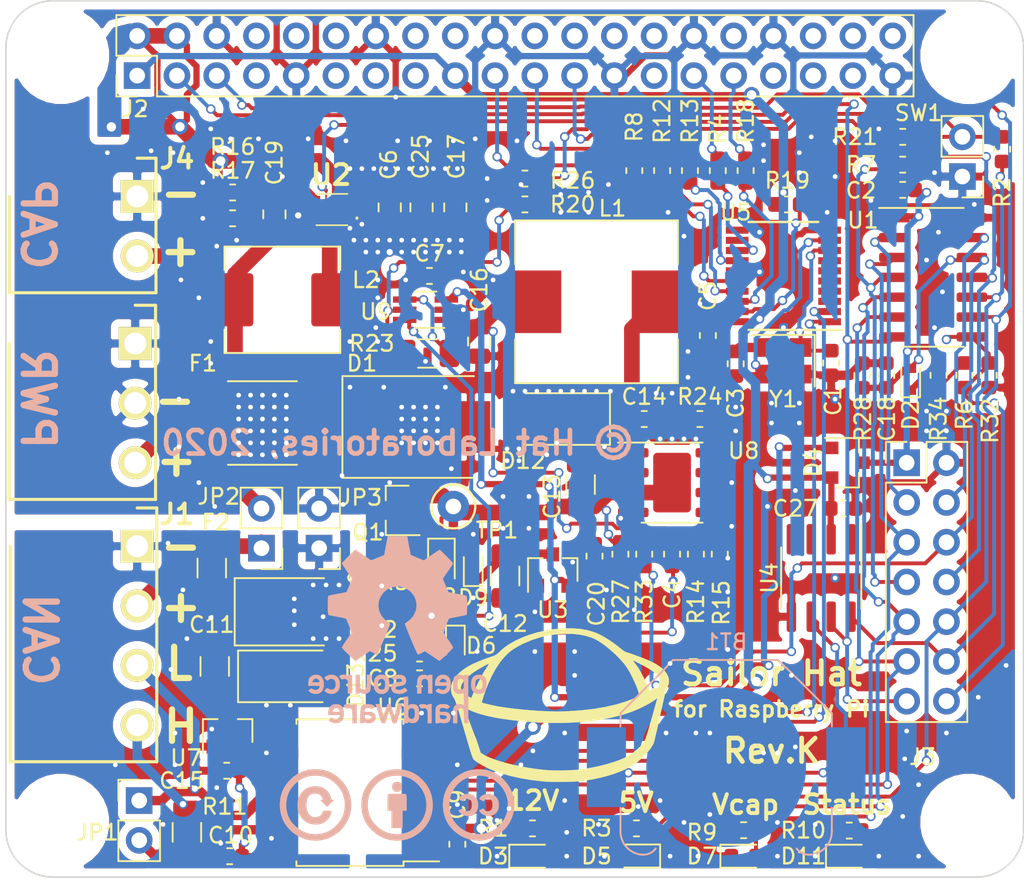
<source format=kicad_pcb>
(kicad_pcb (version 20171130) (host pcbnew "(5.1.5-0-10_14)")
  (layers (0 F.Cu signal) (31 B.Cu signal) (34 B.Paste user) (35 F.Paste user) (36 B.SilkS user) (37 F.SilkS user) (38 B.Mask user) (39 F.Mask user) (44 Edge.Cuts user))
  (net 0 "")
  (net 1 GND)
  (net 2 3.3V)
  (net 3 +12V)
  (net 4 /SI)
  (net 5 /SO)
  (net 6 /SCK)
  (net 7 "/Buck converter/SW")
  (net 8 "Net-(D3-Pad2)")
  (net 9 "Net-(D5-Pad2)")
  (net 10 "Net-(D11-Pad2)")
  (net 11 "/Boost converter/SW")
  (net 12 "/Buck converter/FB")
  (net 13 "/Boost converter/FB")
  (net 14 /Vcap)
  (net 15 /PB0)
  (net 16 /ATT_Vcc)
  (net 17 /VcapS)
  (net 18 "Net-(D7-Pad2)")
  (net 19 /PA0)
  (net 20 /EN5V)
  (net 21 /SCL)
  (net 22 /PA5)
  (net 23 /SDA)
  (net 24 /ATT_LED1)
  (net 25 /ATT_RESET)
  (net 26 /ATT_LED0)
  (net 27 /RTC/VBAT)
  (net 28 5V)
  (net 29 /CS0)
  (net 30 /CAN0_L)
  (net 31 /CAN0_H)
  (net 32 /INT0)
  (net 33 /V12s)
  (net 34 REG3.3V)
  (net 35 /Protection/12V_fused)
  (net 36 /Protection/RP_G)
  (net 37 "Net-(JP1-Pad2)")
  (net 38 "Net-(C12-Pad1)")
  (net 39 /GPIO5)
  (net 40 /GPIO6)
  (net 41 "/Control MCU/12V_prot")
  (net 42 "Net-(C14-Pad2)")
  (net 43 /CAN0_GND)
  (net 44 /CAN0_12V)
  (net 45 /GPIO10)
  (net 46 /GPIO9)
  (net 47 /GPIO11)
  (net 48 /ATT_LED2)
  (net 49 "Net-(R34-Pad2)")
  (net 50 "/Buck converter/BS")
  (net 51 "Net-(R27-Pad2)")
  (net 52 "/CANbus interface/OSC2")
  (net 53 "/CANbus interface/OSC1")
  (net 54 "/CANbus interface/CAN_TX")
  (net 55 "/CANbus interface/CAN_RX")
  (net 56 "/CANbus interface/RST")
  (net 57 "/Boost converter/ENIN")
  (net 58 "/Buck converter/Vout")
  (net 59 "/Buck converter/CSAOUT")
  (net 60 "Net-(C8-Pad1)")
  (net 61 /CAN_5V)
  (net 62 /Protection/CAN12V_prot)
  (net 63 /Protection/CAN12V_fused)
  (module custom:sailor-hat-logo (layer F.Cu) (at 55.5625 63.246)
    (fp_text reference G*** hide)
    (fp_text value LOGO hide)
  )
  (module custom:TerminalBlock_WJ15EDGRC-3.81-3P (layer F.Cu) (at 28.448 40.132 270)
    (fp_text reference J5 (at 0 0 90) (layer F.SilkS) (effects (font (size 1.27 1.27) (thickness 0.254))))
    (fp_text value Screw_Terminal_01x03 hide)
    (pad 1 thru_hole rect (at 0 0) (size 2.1 2.1) (drill 1.4) (layers *.Cu *.Mask F.SilkS) (net 1 GND))
    (pad 2 thru_hole circle (at 3.81 0) (size 2.1 2.1) (drill 1.4) (layers *.Cu *.Mask F.SilkS) (net 1 GND))
    (pad 3 thru_hole circle (at 7.62 0) (size 2.1 2.1) (drill 1.4) (layers *.Cu *.Mask F.SilkS) (net 3 +12V))
  )
  (module Resistor_SMD:R_0603_1608Metric (layer F.Cu) (at 77.47 26.924 180)
    (fp_text reference R21 (at 3.048 0) (layer F.SilkS))
    (fp_text value 100k)
    (pad 2 smd roundrect (at 0.7875 0 180) (size 0.875 0.95) (layers F.Cu F.Paste F.Mask) (net 1 GND))
    (pad 1 smd roundrect (at -0.7875 0 180) (size 0.875 0.95) (layers F.Cu F.Paste F.Mask) (net 57 "/Boost converter/ENIN"))
  )
  (module custom:BatteryHolder_Linx_BAT-HLD-012-SMT (layer B.Cu) (at 66.1924 67.2084 180)
    (fp_text reference BT1 (at 0 8 180) (layer B.SilkS) (effects (justify mirror)))
    (fp_text value "CR1220 3V")
    (pad 2 smd circle (at 0 0 180) (size 10.2 10.2) (layers B.Cu B.Paste B.Mask) (net 1 GND))
    (pad 1 smd rect (at 7.65 0 180) (size 2.5 5.1) (layers B.Cu B.Paste B.Mask) (net 27 /RTC/VBAT))
    (pad 1 smd rect (at -7.65 0 180) (size 2.5 5.1) (layers B.Cu B.Paste B.Mask) (net 27 /RTC/VBAT))
  )
  (module Package_SO:TSSOP-20_4.4x6.5mm_P0.65mm (layer F.Cu) (at 69.85 35.814 180)
    (fp_text reference U5 (at 3.048 4.064) (layer F.SilkS))
    (fp_text value MCP2515-xST)
    (pad 1 smd rect (at -2.95 -2.925 180) (size 1.45 0.45) (layers F.Cu F.Paste F.Mask) (net 54 "/CANbus interface/CAN_TX"))
    (pad 2 smd rect (at -2.95 -2.275 180) (size 1.45 0.45) (layers F.Cu F.Paste F.Mask) (net 55 "/CANbus interface/CAN_RX"))
    (pad 3 smd rect (at -2.95 -1.625 180) (size 1.45 0.45) (layers F.Cu F.Paste F.Mask))
    (pad 4 smd rect (at -2.95 -0.975 180) (size 1.45 0.45) (layers F.Cu F.Paste F.Mask))
    (pad 5 smd rect (at -2.95 -0.325 180) (size 1.45 0.45) (layers F.Cu F.Paste F.Mask))
    (pad 6 smd rect (at -2.95 0.325 180) (size 1.45 0.45) (layers F.Cu F.Paste F.Mask))
    (pad 7 smd rect (at -2.95 0.975 180) (size 1.45 0.45) (layers F.Cu F.Paste F.Mask))
    (pad 8 smd rect (at -2.95 1.625 180) (size 1.45 0.45) (layers F.Cu F.Paste F.Mask) (net 52 "/CANbus interface/OSC2"))
    (pad 9 smd rect (at -2.95 2.275 180) (size 1.45 0.45) (layers F.Cu F.Paste F.Mask) (net 53 "/CANbus interface/OSC1"))
    (pad 10 smd rect (at -2.95 2.925 180) (size 1.45 0.45) (layers F.Cu F.Paste F.Mask) (net 1 GND))
    (pad 11 smd rect (at 2.95 2.925 180) (size 1.45 0.45) (layers F.Cu F.Paste F.Mask))
    (pad 12 smd rect (at 2.95 2.275 180) (size 1.45 0.45) (layers F.Cu F.Paste F.Mask))
    (pad 13 smd rect (at 2.95 1.625 180) (size 1.45 0.45) (layers F.Cu F.Paste F.Mask) (net 32 /INT0))
    (pad 14 smd rect (at 2.95 0.975 180) (size 1.45 0.45) (layers F.Cu F.Paste F.Mask) (net 6 /SCK))
    (pad 15 smd rect (at 2.95 0.325 180) (size 1.45 0.45) (layers F.Cu F.Paste F.Mask))
    (pad 16 smd rect (at 2.95 -0.325 180) (size 1.45 0.45) (layers F.Cu F.Paste F.Mask) (net 4 /SI))
    (pad 17 smd rect (at 2.95 -0.975 180) (size 1.45 0.45) (layers F.Cu F.Paste F.Mask) (net 5 /SO))
    (pad 18 smd rect (at 2.95 -1.625 180) (size 1.45 0.45) (layers F.Cu F.Paste F.Mask) (net 29 /CS0))
    (pad 19 smd rect (at 2.95 -2.275 180) (size 1.45 0.45) (layers F.Cu F.Paste F.Mask) (net 56 "/CANbus interface/RST"))
    (pad 20 smd rect (at 2.95 -2.925 180) (size 1.45 0.45) (layers F.Cu F.Paste F.Mask) (net 2 3.3V))
  )
  (module Connector_PinHeader_2.54mm:PinHeader_2x20_P2.54mm_Vertical (layer F.Cu) (at 28.573 23.0124 90)
    (fp_text reference J2 (at -2.1336 -0.125 180) (layer F.SilkS))
    (fp_text value Raspberry_Pi_2_3)
    (pad 1 thru_hole rect (at 0 0 90) (size 1.7 1.7) (drill 1) (layers *.Cu *.Mask) (net 2 3.3V))
    (pad 2 thru_hole oval (at 2.54 0 90) (size 1.7 1.7) (drill 1) (layers *.Cu *.Mask) (net 28 5V))
    (pad 3 thru_hole oval (at 0 2.54 90) (size 1.7 1.7) (drill 1) (layers *.Cu *.Mask) (net 23 /SDA))
    (pad 4 thru_hole oval (at 2.54 2.54 90) (size 1.7 1.7) (drill 1) (layers *.Cu *.Mask) (net 28 5V))
    (pad 5 thru_hole oval (at 0 5.08 90) (size 1.7 1.7) (drill 1) (layers *.Cu *.Mask) (net 21 /SCL))
    (pad 6 thru_hole oval (at 2.54 5.08 90) (size 1.7 1.7) (drill 1) (layers *.Cu *.Mask) (net 1 GND))
    (pad 7 thru_hole oval (at 0 7.62 90) (size 1.7 1.7) (drill 1) (layers *.Cu *.Mask))
    (pad 8 thru_hole oval (at 2.54 7.62 90) (size 1.7 1.7) (drill 1) (layers *.Cu *.Mask))
    (pad 9 thru_hole oval (at 0 10.16 90) (size 1.7 1.7) (drill 1) (layers *.Cu *.Mask) (net 1 GND))
    (pad 10 thru_hole oval (at 2.54 10.16 90) (size 1.7 1.7) (drill 1) (layers *.Cu *.Mask))
    (pad 11 thru_hole oval (at 0 12.7 90) (size 1.7 1.7) (drill 1) (layers *.Cu *.Mask))
    (pad 12 thru_hole oval (at 2.54 12.7 90) (size 1.7 1.7) (drill 1) (layers *.Cu *.Mask))
    (pad 13 thru_hole oval (at 0 15.24 90) (size 1.7 1.7) (drill 1) (layers *.Cu *.Mask))
    (pad 14 thru_hole oval (at 2.54 15.24 90) (size 1.7 1.7) (drill 1) (layers *.Cu *.Mask) (net 1 GND))
    (pad 15 thru_hole oval (at 0 17.78 90) (size 1.7 1.7) (drill 1) (layers *.Cu *.Mask))
    (pad 16 thru_hole oval (at 2.54 17.78 90) (size 1.7 1.7) (drill 1) (layers *.Cu *.Mask))
    (pad 17 thru_hole oval (at 0 20.32 90) (size 1.7 1.7) (drill 1) (layers *.Cu *.Mask) (net 2 3.3V))
    (pad 18 thru_hole oval (at 2.54 20.32 90) (size 1.7 1.7) (drill 1) (layers *.Cu *.Mask))
    (pad 19 thru_hole oval (at 0 22.86 90) (size 1.7 1.7) (drill 1) (layers *.Cu *.Mask) (net 45 /GPIO10))
    (pad 20 thru_hole oval (at 2.54 22.86 90) (size 1.7 1.7) (drill 1) (layers *.Cu *.Mask) (net 1 GND))
    (pad 21 thru_hole oval (at 0 25.4 90) (size 1.7 1.7) (drill 1) (layers *.Cu *.Mask) (net 46 /GPIO9))
    (pad 22 thru_hole oval (at 2.54 25.4 90) (size 1.7 1.7) (drill 1) (layers *.Cu *.Mask))
    (pad 23 thru_hole oval (at 0 27.94 90) (size 1.7 1.7) (drill 1) (layers *.Cu *.Mask) (net 47 /GPIO11))
    (pad 24 thru_hole oval (at 2.54 27.94 90) (size 1.7 1.7) (drill 1) (layers *.Cu *.Mask))
    (pad 25 thru_hole oval (at 0 30.48 90) (size 1.7 1.7) (drill 1) (layers *.Cu *.Mask) (net 1 GND))
    (pad 26 thru_hole oval (at 2.54 30.48 90) (size 1.7 1.7) (drill 1) (layers *.Cu *.Mask))
    (pad 27 thru_hole oval (at 0 33.02 90) (size 1.7 1.7) (drill 1) (layers *.Cu *.Mask))
    (pad 28 thru_hole oval (at 2.54 33.02 90) (size 1.7 1.7) (drill 1) (layers *.Cu *.Mask))
    (pad 29 thru_hole oval (at 0 35.56 90) (size 1.7 1.7) (drill 1) (layers *.Cu *.Mask) (net 39 /GPIO5))
    (pad 30 thru_hole oval (at 2.54 35.56 90) (size 1.7 1.7) (drill 1) (layers *.Cu *.Mask) (net 1 GND))
    (pad 31 thru_hole oval (at 0 38.1 90) (size 1.7 1.7) (drill 1) (layers *.Cu *.Mask) (net 40 /GPIO6))
    (pad 32 thru_hole oval (at 2.54 38.1 90) (size 1.7 1.7) (drill 1) (layers *.Cu *.Mask))
    (pad 33 thru_hole oval (at 0 40.64 90) (size 1.7 1.7) (drill 1) (layers *.Cu *.Mask))
    (pad 34 thru_hole oval (at 2.54 40.64 90) (size 1.7 1.7) (drill 1) (layers *.Cu *.Mask) (net 1 GND))
    (pad 35 thru_hole oval (at 0 43.18 90) (size 1.7 1.7) (drill 1) (layers *.Cu *.Mask))
    (pad 36 thru_hole oval (at 2.54 43.18 90) (size 1.7 1.7) (drill 1) (layers *.Cu *.Mask))
    (pad 37 thru_hole oval (at 0 45.72 90) (size 1.7 1.7) (drill 1) (layers *.Cu *.Mask))
    (pad 38 thru_hole oval (at 2.54 45.72 90) (size 1.7 1.7) (drill 1) (layers *.Cu *.Mask))
    (pad 39 thru_hole oval (at 0 48.26 90) (size 1.7 1.7) (drill 1) (layers *.Cu *.Mask) (net 1 GND))
    (pad 40 thru_hole oval (at 2.54 48.26 90) (size 1.7 1.7) (drill 1) (layers *.Cu *.Mask))
  )
  (module Capacitor_SMD:C_0603_1608Metric (layer F.Cu) (at 34.4805 72.898 180)
    (fp_text reference C10 (at -0.0635 1.3335) (layer F.SilkS))
    (fp_text value 100nF)
    (pad 2 smd roundrect (at 0.7875 0 180) (size 0.875 0.95) (layers F.Cu F.Paste F.Mask) (net 43 /CAN0_GND))
    (pad 1 smd roundrect (at -0.7875 0 180) (size 0.875 0.95) (layers F.Cu F.Paste F.Mask) (net 61 /CAN_5V))
  )
  (module Capacitor_SMD:C_0603_1608Metric (layer F.Cu) (at 49.022 72.136 270)
    (fp_text reference C9 (at -2.54 0 90) (layer F.SilkS))
    (fp_text value 100nF)
    (pad 2 smd roundrect (at 0.7875 0 270) (size 0.875 0.95) (layers F.Cu F.Paste F.Mask) (net 1 GND))
    (pad 1 smd roundrect (at -0.7875 0 270) (size 0.875 0.95) (layers F.Cu F.Paste F.Mask) (net 2 3.3V))
  )
  (module Capacitor_SMD:C_0603_1608Metric (layer F.Cu) (at 65.024 39.624 270)
    (fp_text reference C5 (at -2.54 0 90) (layer F.SilkS))
    (fp_text value 100nF)
    (pad 2 smd roundrect (at 0.7875 0 270) (size 0.875 0.95) (layers F.Cu F.Paste F.Mask) (net 1 GND))
    (pad 1 smd roundrect (at -0.7875 0 270) (size 0.875 0.95) (layers F.Cu F.Paste F.Mask) (net 2 3.3V))
  )
  (module TestPoint:TestPoint_Keystone_5000-5004_Miniature (layer F.Cu) (at 48.768 50.546)
    (fp_text reference TP1 (at 2.794 1.524) (layer F.SilkS))
    (fp_text value +12V_prot)
    (pad 1 thru_hole circle (at 0 0) (size 2 2) (drill 1) (layers *.Cu *.Mask) (net 41 "/Control MCU/12V_prot"))
  )
  (module Capacitor_SMD:C_0603_1608Metric (layer F.Cu) (at 62.738 53.594 270)
    (fp_text reference C4 (at 2.54 0 90) (layer F.SilkS))
    (fp_text value 12pF)
    (pad 2 smd roundrect (at 0.7875 0 270) (size 0.875 0.95) (layers F.Cu F.Paste F.Mask) (net 12 "/Buck converter/FB"))
    (pad 1 smd roundrect (at -0.7875 0 270) (size 0.875 0.95) (layers F.Cu F.Paste F.Mask) (net 58 "/Buck converter/Vout"))
  )
  (module Package_TO_SOT_SMD:SOT-23 (layer F.Cu) (at 55.118 54.61 90)
    (fp_text reference U3 (at -2.54 0 180) (layer F.SilkS))
    (fp_text value H7533-H#)
    (pad 3 smd rect (at 1 0 90) (size 0.9 0.8) (layers F.Cu F.Paste F.Mask) (net 38 "Net-(C12-Pad1)"))
    (pad 2 smd rect (at -1 0.95 90) (size 0.9 0.8) (layers F.Cu F.Paste F.Mask) (net 34 REG3.3V))
    (pad 1 smd rect (at -1 -0.95 90) (size 0.9 0.8) (layers F.Cu F.Paste F.Mask) (net 1 GND))
  )
  (module Diode_SMD:D_SMA (layer F.Cu) (at 55.372 44.958 180)
    (fp_text reference D12 (at 2.159 -2.667) (layer F.SilkS))
    (fp_text value SS54F)
    (pad 2 smd rect (at 2 0 180) (size 2.5 1.8) (layers F.Cu F.Paste F.Mask) (net 1 GND))
    (pad 1 smd rect (at -2 0 180) (size 2.5 1.8) (layers F.Cu F.Paste F.Mask) (net 7 "/Buck converter/SW"))
  )
  (module Crystal:Crystal_SMD_3225-4Pin_3.2x2.5mm (layer F.Cu) (at 69.85 41.236 180)
    (fp_text reference Y1 (at 0 -2.452) (layer F.SilkS))
    (fp_text value 1C208000BC0R)
    (pad 4 smd rect (at -1.1 -0.85 180) (size 1.4 1.2) (layers F.Cu F.Paste F.Mask) (net 1 GND))
    (pad 3 smd rect (at 1.1 -0.85 180) (size 1.4 1.2) (layers F.Cu F.Paste F.Mask) (net 53 "/CANbus interface/OSC1"))
    (pad 2 smd rect (at 1.1 0.85 180) (size 1.4 1.2) (layers F.Cu F.Paste F.Mask) (net 1 GND))
    (pad 1 smd rect (at -1.1 0.85 180) (size 1.4 1.2) (layers F.Cu F.Paste F.Mask) (net 52 "/CANbus interface/OSC2"))
  )
  (module Diode_SMD:D_SOD-523 (layer F.Cu) (at 50.038 54.483 90)
    (fp_text reference D9 (at -1.905 0 180) (layer F.SilkS))
    (fp_text value PSBD521S-40)
    (pad 1 smd rect (at -0.7 0 270) (size 0.6 0.7) (layers F.Cu F.Paste F.Mask) (net 38 "Net-(C12-Pad1)"))
    (pad 2 smd rect (at 0.7 0 270) (size 0.6 0.7) (layers F.Cu F.Paste F.Mask) (net 41 "/Control MCU/12V_prot"))
  )
  (module Diode_SMD:D_SOD-523 (layer F.Cu) (at 77.978 42.418 90)
    (fp_text reference D2 (at -2.286 0 270) (layer F.SilkS))
    (fp_text value PSBD521S-40)
    (pad 1 smd rect (at -0.7 0 270) (size 0.6 0.7) (layers F.Cu F.Paste F.Mask) (net 16 /ATT_Vcc))
    (pad 2 smd rect (at 0.7 0 270) (size 0.6 0.7) (layers F.Cu F.Paste F.Mask) (net 33 /V12s))
  )
  (module Diode_SMD:D_SMC (layer F.Cu) (at 46.482 45.466)
    (fp_text reference D1 (at -3.556 -4.064) (layer F.SilkS))
    (fp_text value 5.0SMDJ36CA)
    (pad 2 smd rect (at 3.4 0 90) (size 3.3 2.5) (layers F.Cu F.Paste F.Mask) (net 1 GND))
    (pad 1 smd rect (at -3.4 0 90) (size 3.3 2.5) (layers F.Cu F.Paste F.Mask) (net 35 /Protection/12V_fused))
  )
  (module Package_TO_SOT_SMD:SOT-23 (layer F.Cu) (at 45.212 50.8 180)
    (fp_text reference Q1 (at 1.905 -1.397) (layer F.SilkS))
    (fp_text value WST03P06)
    (pad 3 smd rect (at 1 0 180) (size 0.9 0.8) (layers F.Cu F.Paste F.Mask) (net 35 /Protection/12V_fused))
    (pad 2 smd rect (at -1 0.95 180) (size 0.9 0.8) (layers F.Cu F.Paste F.Mask) (net 41 "/Control MCU/12V_prot"))
    (pad 1 smd rect (at -1 -0.95 180) (size 0.9 0.8) (layers F.Cu F.Paste F.Mask) (net 36 /Protection/RP_G))
  )
  (module Fuse:Fuse_2920_7451Metric (layer F.Cu) (at 36.576 45.212 180)
    (fp_text reference F1 (at 3.81 3.81) (layer F.SilkS))
    (fp_text value ASMD2920-185)
    (pad 2 smd roundrect (at 3.3875 0 180) (size 1.925 5.45) (layers F.Cu F.Paste F.Mask) (roundrect_rratio 0.12987) (net 3 +12V))
    (pad 1 smd roundrect (at -3.3875 0 180) (size 1.925 5.45) (layers F.Cu F.Paste F.Mask) (roundrect_rratio 0.12987) (net 35 /Protection/12V_fused))
  )
  (module Diode_SMD:D_SOD-323 (layer F.Cu) (at 48.006 54.102 270)
    (fp_text reference D8 (at 2.2225 0) (layer F.SilkS))
    (fp_text value MM3Z8V2)
    (pad 2 smd rect (at 1.05 0 270) (size 0.6 0.45) (layers F.Cu F.Paste F.Mask) (net 36 /Protection/RP_G))
    (pad 1 smd rect (at -1.05 0 270) (size 0.6 0.45) (layers F.Cu F.Paste F.Mask) (net 41 "/Control MCU/12V_prot"))
  )
  (module custom:cc-by-sa_silkscreen (layer B.Cu) (at 45.212 69.596 180)
    (fp_text reference G*** hide)
    (fp_text value LOGO hide)
  )
  (module Symbol:OSHW-Logo_11.4x12mm_SilkScreen (layer B.Cu) (at 45.212 58.42 180)
    (fp_text reference REF** hide)
    (fp_text value OSHW-Logo_11.4x12mm_SilkScreen hide)
  )
  (module Capacitor_SMD:C_1206_3216Metric (layer F.Cu) (at 52.07 54.991 270)
    (fp_text reference C12 (at 3.048 0) (layer F.SilkS))
    (fp_text value "2.2uF 50V")
    (pad 2 smd roundrect (at 1.4 0 270) (size 1.25 1.75) (layers F.Cu F.Paste F.Mask) (roundrect_rratio 0.2) (net 1 GND))
    (pad 1 smd roundrect (at -1.4 0 270) (size 1.25 1.75) (layers F.Cu F.Paste F.Mask) (roundrect_rratio 0.2) (net 38 "Net-(C12-Pad1)"))
  )
  (module Package_SO:SOIC-14_3.9x8.7mm_P1.27mm (layer F.Cu) (at 79.4131 35.9029)
    (fp_text reference U1 (at -4.4831 -3.6449) (layer F.SilkS))
    (fp_text value ATtiny841-SSU)
    (pad 14 smd roundrect (at 2.475 -3.81) (size 1.95 0.6) (layers F.Cu F.Paste F.Mask) (net 1 GND))
    (pad 13 smd roundrect (at 2.475 -2.54) (size 1.95 0.6) (layers F.Cu F.Paste F.Mask) (net 19 /PA0))
    (pad 12 smd roundrect (at 2.475 -1.27) (size 1.95 0.6) (layers F.Cu F.Paste F.Mask) (net 33 /V12s))
    (pad 11 smd roundrect (at 2.475 0) (size 1.95 0.6) (layers F.Cu F.Paste F.Mask) (net 17 /VcapS))
    (pad 10 smd roundrect (at 2.475 1.27) (size 1.95 0.6) (layers F.Cu F.Paste F.Mask) (net 20 /EN5V))
    (pad 9 smd roundrect (at 2.475 2.54) (size 1.95 0.6) (layers F.Cu F.Paste F.Mask) (net 21 /SCL))
    (pad 8 smd roundrect (at 2.475 3.81) (size 1.95 0.6) (layers F.Cu F.Paste F.Mask) (net 22 /PA5))
    (pad 7 smd roundrect (at -2.475 3.81) (size 1.95 0.6) (layers F.Cu F.Paste F.Mask) (net 23 /SDA))
    (pad 6 smd roundrect (at -2.475 2.54) (size 1.95 0.6) (layers F.Cu F.Paste F.Mask) (net 48 /ATT_LED2))
    (pad 5 smd roundrect (at -2.475 1.27) (size 1.95 0.6) (layers F.Cu F.Paste F.Mask) (net 24 /ATT_LED1))
    (pad 4 smd roundrect (at -2.475 0) (size 1.95 0.6) (layers F.Cu F.Paste F.Mask) (net 25 /ATT_RESET))
    (pad 3 smd roundrect (at -2.475 -1.27) (size 1.95 0.6) (layers F.Cu F.Paste F.Mask) (net 26 /ATT_LED0))
    (pad 2 smd roundrect (at -2.475 -2.54) (size 1.95 0.6) (layers F.Cu F.Paste F.Mask) (net 15 /PB0))
    (pad 1 smd roundrect (at -2.475 -3.81) (size 1.95 0.6) (layers F.Cu F.Paste F.Mask) (net 16 /ATT_Vcc))
  )
  (module Package_SO:SOIC-8_3.9x4.9mm_P1.27mm (layer F.Cu) (at 72.263 55.118 270)
    (fp_text reference U4 (at 0 3.302 90) (layer F.SilkS))
    (fp_text value DS3231MZ)
    (pad 8 smd roundrect (at 2.475 -1.905 270) (size 1.95 0.6) (layers F.Cu F.Paste F.Mask) (net 21 /SCL))
    (pad 7 smd roundrect (at 2.475 -0.635 270) (size 1.95 0.6) (layers F.Cu F.Paste F.Mask) (net 23 /SDA))
    (pad 6 smd roundrect (at 2.475 0.635 270) (size 1.95 0.6) (layers F.Cu F.Paste F.Mask) (net 27 /RTC/VBAT))
    (pad 5 smd roundrect (at 2.475 1.905 270) (size 1.95 0.6) (layers F.Cu F.Paste F.Mask) (net 1 GND))
    (pad 4 smd roundrect (at -2.475 1.905 270) (size 1.95 0.6) (layers F.Cu F.Paste F.Mask))
    (pad 3 smd roundrect (at -2.475 0.635 270) (size 1.95 0.6) (layers F.Cu F.Paste F.Mask))
    (pad 2 smd roundrect (at -2.475 -0.635 270) (size 1.95 0.6) (layers F.Cu F.Paste F.Mask) (net 2 3.3V))
    (pad 1 smd roundrect (at -2.475 -1.905 270) (size 1.95 0.6) (layers F.Cu F.Paste F.Mask))
  )
  (module Inductor_SMD:L_Abracon_ASPI-0630LR (layer F.Cu) (at 37.846 37.338)
    (fp_text reference L2 (at 5.334 -1.27) (layer F.SilkS))
    (fp_text value MWSA0603-1R0MT)
    (pad 2 smd roundrect (at 3.025 0) (size 2.35 3.4) (layers F.Cu F.Paste F.Mask) (roundrect_rratio 0.1) (net 11 "/Boost converter/SW"))
    (pad 1 smd roundrect (at -3.025 0) (size 2.35 3.4) (layers F.Cu F.Paste F.Mask) (roundrect_rratio 0.1) (net 14 /Vcap))
  )
  (module custom:TerminalBlock_WJ15EDGRC-3.81-2P (layer F.Cu) (at 28.575 30.734 270)
    (fp_text reference J4 (at -2.413 -2.54 180) (layer F.SilkS) (effects (font (size 1.27 1.27) (thickness 0.254))))
    (fp_text value Screw_Terminal_01x02 hide)
    (pad 1 thru_hole rect (at 0 0) (size 2.1 2.1) (drill 1.4) (layers *.Cu *.Mask F.SilkS) (net 1 GND))
    (pad 2 thru_hole circle (at 3.81 0) (size 2.1 2.1) (drill 1.4) (layers *.Cu *.Mask F.SilkS) (net 14 /Vcap))
  )
  (module custom:TerminalBlock_WJ15EDGRC-3.81-4P (layer F.Cu) (at 28.575 53.086 270)
    (fp_text reference J1 (at -2.032 -2.54 180) (layer F.SilkS) (effects (font (size 1.27 1.27) (thickness 0.254))))
    (fp_text value Screw_Terminal_01x04 hide)
    (pad 1 thru_hole rect (at 0 0) (size 2.1 2.1) (drill 1.4) (layers *.Cu *.Mask F.SilkS) (net 43 /CAN0_GND))
    (pad 2 thru_hole circle (at 3.81 0) (size 2.1 2.1) (drill 1.4) (layers *.Cu *.Mask F.SilkS) (net 44 /CAN0_12V))
    (pad 3 thru_hole circle (at 7.62 0) (size 2.1 2.1) (drill 1.4) (layers *.Cu *.Mask F.SilkS) (net 30 /CAN0_L))
    (pad 4 thru_hole circle (at 11.43 0) (size 2.1 2.1) (drill 1.4) (layers *.Cu *.Mask F.SilkS) (net 31 /CAN0_H))
  )
  (module RPi_Hat:RPi_Hat_Mounting_Hole (layer F.Cu) (at 81.691 21.7292)
    (fp_text reference "" hide)
    (fp_text value "" hide)
    (pad "" np_thru_hole circle (at 0 0) (size 2.75 2.75) (drill 2.75) (layers *.Cu *.Mask) (clearance 1.725))
  )
  (module RPi_Hat:RPi_Hat_Mounting_Hole (layer F.Cu) (at 81.691 70.7292)
    (fp_text reference "" hide)
    (fp_text value "" hide)
    (pad "" np_thru_hole circle (at 0 0) (size 2.75 2.75) (drill 2.75) (layers *.Cu *.Mask) (clearance 1.725))
  )
  (module RPi_Hat:RPi_Hat_Mounting_Hole (layer F.Cu) (at 23.691 70.7292)
    (fp_text reference "" hide)
    (fp_text value "" hide)
    (pad "" np_thru_hole circle (at 0 0) (size 2.75 2.75) (drill 2.75) (layers *.Cu *.Mask) (clearance 1.725))
  )
  (module RPi_Hat:RPi_Hat_Mounting_Hole (layer F.Cu) (at 23.691 21.7292)
    (fp_text reference "" hide)
    (fp_text value "" hide)
    (pad "" np_thru_hole circle (at 0 0) (size 2.75 2.75) (drill 2.75) (layers *.Cu *.Mask) (clearance 1.725))
  )
  (module custom:PinHeader_2x07_P2.54mm_Vertical_CounterClockwise (layer F.Cu) (at 77.724 47.752)
    (fp_text reference J3 (at 1.016 18.796) (layer F.SilkS))
    (fp_text value Conn_02x07_Counter_Clockwise)
    (pad 8 thru_hole oval (at 2.54 15.24) (size 1.7 1.7) (drill 1) (layers *.Cu *.Mask) (net 22 /PA5))
    (pad 7 thru_hole oval (at 0 15.24) (size 1.7 1.7) (drill 1) (layers *.Cu *.Mask) (net 23 /SDA))
    (pad 9 thru_hole oval (at 2.54 12.7) (size 1.7 1.7) (drill 1) (layers *.Cu *.Mask) (net 21 /SCL))
    (pad 6 thru_hole oval (at 0 12.7) (size 1.7 1.7) (drill 1) (layers *.Cu *.Mask) (net 48 /ATT_LED2))
    (pad 10 thru_hole oval (at 2.54 10.16) (size 1.7 1.7) (drill 1) (layers *.Cu *.Mask) (net 20 /EN5V))
    (pad 5 thru_hole oval (at 0 10.16) (size 1.7 1.7) (drill 1) (layers *.Cu *.Mask) (net 24 /ATT_LED1))
    (pad 11 thru_hole oval (at 2.54 7.62) (size 1.7 1.7) (drill 1) (layers *.Cu *.Mask) (net 17 /VcapS))
    (pad 4 thru_hole oval (at 0 7.62) (size 1.7 1.7) (drill 1) (layers *.Cu *.Mask) (net 25 /ATT_RESET))
    (pad 12 thru_hole oval (at 2.54 5.08) (size 1.7 1.7) (drill 1) (layers *.Cu *.Mask) (net 33 /V12s))
    (pad 3 thru_hole oval (at 0 5.08) (size 1.7 1.7) (drill 1) (layers *.Cu *.Mask) (net 26 /ATT_LED0))
    (pad 13 thru_hole oval (at 2.54 2.54) (size 1.7 1.7) (drill 1) (layers *.Cu *.Mask) (net 19 /PA0))
    (pad 2 thru_hole oval (at 0 2.54) (size 1.7 1.7) (drill 1) (layers *.Cu *.Mask) (net 15 /PB0))
    (pad 14 thru_hole oval (at 2.54 0) (size 1.7 1.7) (drill 1) (layers *.Cu *.Mask) (net 1 GND))
    (pad 1 thru_hole rect (at 0 0) (size 1.7 1.7) (drill 1) (layers *.Cu *.Mask) (net 16 /ATT_Vcc))
  )
  (module custom:TPS61022RWUR (layer F.Cu) (at 41.0096 31.5722 180)
    (fp_text reference U2 (at 0.0521 2.2098 180) (layer F.SilkS) (effects (font (size 1.27 1.27) (thickness 0.254))))
    (fp_text value TPS61022 hide)
    (pad 7 smd rect (at 0.975 -0.75 270) (size 0.25 0.45) (layers F.Cu F.Paste F.Mask) (net 14 /Vcap))
    (pad 6 smd rect (at 0.975 -0.25 270) (size 0.25 0.45) (layers F.Cu F.Paste F.Mask) (net 1 GND))
    (pad 5 smd rect (at 0.975 0.25 270) (size 0.25 0.45) (layers F.Cu F.Paste F.Mask) (net 57 "/Boost converter/ENIN"))
    (pad 4 smd rect (at 0.975 0.75 270) (size 0.25 0.45) (layers F.Cu F.Paste F.Mask) (net 13 "/Boost converter/FB"))
    (pad 3 smd rect (at -0.625 0.55 270) (size 0.35 1.15) (layers F.Cu F.Paste F.Mask) (net 28 5V))
    (pad 2 smd rect (at -0.475 0 270) (size 0.2 1.45) (layers F.Cu F.Paste F.Mask) (net 11 "/Boost converter/SW"))
    (pad 1 smd rect (at -0.625 -0.55 270) (size 0.35 1.15) (layers F.Cu F.Paste F.Mask) (net 1 GND))
  )
  (module Connector_PinHeader_2.54mm:PinHeader_1x02_P2.54mm_Vertical (layer F.Cu) (at 81.28 29.464 180)
    (fp_text reference SW1 (at 2.794 4.064) (layer F.SilkS))
    (fp_text value SW_SPST)
    (pad 2 thru_hole oval (at 0 2.54 180) (size 1.7 1.7) (drill 1) (layers *.Cu *.Mask) (net 57 "/Boost converter/ENIN"))
    (pad 1 thru_hole rect (at 0 0 180) (size 1.7 1.7) (drill 1) (layers *.Cu *.Mask) (net 1 GND))
  )
  (module Package_TO_SOT_SMD:SOT-23 (layer F.Cu) (at 73.914 47.752)
    (fp_text reference D4 (at -2.1938 -0.0356 270) (layer F.SilkS))
    (fp_text value BAT54C)
    (pad 3 smd rect (at 1 0) (size 0.9 0.8) (layers F.Cu F.Paste F.Mask) (net 16 /ATT_Vcc))
    (pad 2 smd rect (at -1 0.95) (size 0.9 0.8) (layers F.Cu F.Paste F.Mask) (net 2 3.3V))
    (pad 1 smd rect (at -1 -0.95) (size 0.9 0.8) (layers F.Cu F.Paste F.Mask) (net 34 REG3.3V))
  )
  (module Connector_PinHeader_2.54mm:PinHeader_1x02_P2.54mm_Vertical (layer F.Cu) (at 28.702 69.342)
    (fp_text reference JP1 (at -2.667 2.032 180) (layer F.SilkS))
    (fp_text value Term)
    (pad 2 thru_hole oval (at 0 2.54) (size 1.7 1.7) (drill 1) (layers *.Cu *.Mask) (net 37 "Net-(JP1-Pad2)"))
    (pad 1 thru_hole rect (at 0 0) (size 1.7 1.7) (drill 1) (layers *.Cu *.Mask) (net 30 /CAN0_L))
  )
  (module Capacitor_SMD:C_0603_1608Metric (layer F.Cu) (at 72.898 41.3765 270)
    (fp_text reference C1 (at 2.413 -0.127 90) (layer F.SilkS))
    (fp_text value 22pF)
    (pad 1 smd roundrect (at -0.7875 0 270) (size 0.875 0.95) (layers F.Cu F.Paste F.Mask) (net 52 "/CANbus interface/OSC2"))
    (pad 2 smd roundrect (at 0.7875 0 270) (size 0.875 0.95) (layers F.Cu F.Paste F.Mask) (net 1 GND))
  )
  (module Capacitor_SMD:C_0603_1608Metric (layer F.Cu) (at 77.4687 30.3149 180)
    (fp_text reference C2 (at 2.6657 -0.0381) (layer F.SilkS))
    (fp_text value 100nF)
    (pad 2 smd roundrect (at 0.7875 0 180) (size 0.875 0.95) (layers F.Cu F.Paste F.Mask) (net 1 GND))
    (pad 1 smd roundrect (at -0.7875 0 180) (size 0.875 0.95) (layers F.Cu F.Paste F.Mask) (net 16 /ATT_Vcc))
  )
  (module Capacitor_SMD:C_0603_1608Metric (layer F.Cu) (at 66.802 41.4275 90)
    (fp_text reference C3 (at -2.5145 0 90) (layer F.SilkS))
    (fp_text value 22pF)
    (pad 2 smd roundrect (at 0.7875 0 90) (size 0.875 0.95) (layers F.Cu F.Paste F.Mask) (net 1 GND))
    (pad 1 smd roundrect (at -0.7875 0 90) (size 0.875 0.95) (layers F.Cu F.Paste F.Mask) (net 53 "/CANbus interface/OSC1"))
  )
  (module Capacitor_SMD:C_0805_2012Metric (layer F.Cu) (at 44.704 31.4325 270)
    (fp_text reference C6 (at -2.7305 0.0635 90) (layer F.SilkS))
    (fp_text value "22uF 6.3V")
    (pad 1 smd roundrect (at -0.9375 0 270) (size 0.975 1.4) (layers F.Cu F.Paste F.Mask) (net 28 5V))
    (pad 2 smd roundrect (at 0.9375 0 270) (size 0.975 1.4) (layers F.Cu F.Paste F.Mask) (net 1 GND))
  )
  (module Capacitor_SMD:C_1206_3216Metric (layer F.Cu) (at 56.896 49.149 90)
    (fp_text reference C13 (at -0.762 -1.82 90) (layer F.SilkS))
    (fp_text value "10uF 50V")
    (pad 1 smd roundrect (at -1.4 0 90) (size 1.25 1.75) (layers F.Cu F.Paste F.Mask) (roundrect_rratio 0.2) (net 41 "/Control MCU/12V_prot"))
    (pad 2 smd roundrect (at 1.4 0 90) (size 1.25 1.75) (layers F.Cu F.Paste F.Mask) (roundrect_rratio 0.2) (net 1 GND))
  )
  (module Capacitor_SMD:C_0603_1608Metric (layer F.Cu) (at 60.96 44.958)
    (fp_text reference C14 (at 0 -1.43) (layer F.SilkS))
    (fp_text value 100nF)
    (pad 2 smd roundrect (at 0.7875 0) (size 0.875 0.95) (layers F.Cu F.Paste F.Mask) (net 42 "Net-(C14-Pad2)"))
    (pad 1 smd roundrect (at -0.7875 0) (size 0.875 0.95) (layers F.Cu F.Paste F.Mask) (net 7 "/Buck converter/SW"))
  )
  (module Capacitor_SMD:C_0805_2012Metric (layer F.Cu) (at 50.419 40.005 270)
    (fp_text reference C16 (at -3.302 0 90) (layer F.SilkS))
    (fp_text value "22uF 6.3V")
    (pad 2 smd roundrect (at 0.9375 0 270) (size 0.975 1.4) (layers F.Cu F.Paste F.Mask) (net 1 GND))
    (pad 1 smd roundrect (at -0.9375 0 270) (size 0.975 1.4) (layers F.Cu F.Paste F.Mask) (net 58 "/Buck converter/Vout"))
  )
  (module Capacitor_SMD:C_0805_2012Metric (layer F.Cu) (at 48.895 31.4325 270)
    (fp_text reference C17 (at -3.2385 -0.0635 90) (layer F.SilkS))
    (fp_text value "22uF 6.3V")
    (pad 2 smd roundrect (at 0.9375 0 270) (size 0.975 1.4) (layers F.Cu F.Paste F.Mask) (net 1 GND))
    (pad 1 smd roundrect (at -0.9375 0 270) (size 0.975 1.4) (layers F.Cu F.Paste F.Mask) (net 28 5V))
  )
  (module Capacitor_SMD:C_0603_1608Metric (layer F.Cu) (at 76.4159 42.1767 90)
    (fp_text reference C18 (at -2.7813 0.0381 90) (layer F.SilkS))
    (fp_text value 100nF)
    (pad 1 smd roundrect (at -0.7875 0 90) (size 0.875 0.95) (layers F.Cu F.Paste F.Mask) (net 33 /V12s))
    (pad 2 smd roundrect (at 0.7875 0 90) (size 0.875 0.95) (layers F.Cu F.Paste F.Mask) (net 1 GND))
  )
  (module Capacitor_SMD:C_0805_2012Metric (layer F.Cu) (at 37.338 31.877 90)
    (fp_text reference C19 (at 3.302 0 90) (layer F.SilkS))
    (fp_text value "22uF 6.3V")
    (pad 1 smd roundrect (at -0.9375 0 90) (size 0.975 1.4) (layers F.Cu F.Paste F.Mask) (net 14 /Vcap))
    (pad 2 smd roundrect (at 0.9375 0 90) (size 0.975 1.4) (layers F.Cu F.Paste F.Mask) (net 1 GND))
  )
  (module Capacitor_SMD:C_0603_1608Metric (layer F.Cu) (at 57.785 53.721 90)
    (fp_text reference C20 (at -3.048 0.127 270) (layer F.SilkS))
    (fp_text value "2.2uF 16V")
    (pad 1 smd roundrect (at -0.7875 0 90) (size 0.875 0.95) (layers F.Cu F.Paste F.Mask) (net 34 REG3.3V))
    (pad 2 smd roundrect (at 0.7875 0 90) (size 0.875 0.95) (layers F.Cu F.Paste F.Mask) (net 1 GND))
  )
  (module Capacitor_SMD:C_0805_2012Metric (layer F.Cu) (at 46.736 31.4325 270)
    (fp_text reference C25 (at -3.2385 0.0635 90) (layer F.SilkS))
    (fp_text value "22uF 6.3V")
    (pad 1 smd roundrect (at -0.9375 0 270) (size 0.975 1.4) (layers F.Cu F.Paste F.Mask) (net 28 5V))
    (pad 2 smd roundrect (at 0.9375 0 270) (size 0.975 1.4) (layers F.Cu F.Paste F.Mask) (net 1 GND))
  )
  (module Capacitor_SMD:C_0603_1608Metric (layer F.Cu) (at 73.66 50.673)
    (fp_text reference C27 (at -3.048 0) (layer F.SilkS))
    (fp_text value 100nF)
    (pad 1 smd roundrect (at -0.7875 0) (size 0.875 0.95) (layers F.Cu F.Paste F.Mask) (net 2 3.3V))
    (pad 2 smd roundrect (at 0.7875 0) (size 0.875 0.95) (layers F.Cu F.Paste F.Mask) (net 1 GND))
  )
  (module LED_SMD:LED_0603_1608Metric (layer F.Cu) (at 53.8225 72.898)
    (fp_text reference D3 (at -2.5145 0) (layer F.SilkS))
    (fp_text value GLED)
    (pad 2 smd roundrect (at 0.7875 0) (size 0.875 0.95) (layers F.Cu F.Paste F.Mask) (net 8 "Net-(D3-Pad2)"))
    (pad 1 smd roundrect (at -0.7875 0) (size 0.875 0.95) (layers F.Cu F.Paste F.Mask) (net 1 GND))
  )
  (module LED_SMD:LED_0603_1608Metric (layer F.Cu) (at 60.4914 72.8853 180)
    (fp_text reference D5 (at 2.5794 -0.0127) (layer F.SilkS))
    (fp_text value RLED)
    (pad 2 smd roundrect (at 0.7875 0 180) (size 0.875 0.95) (layers F.Cu F.Paste F.Mask) (net 9 "Net-(D5-Pad2)"))
    (pad 1 smd roundrect (at -0.7875 0 180) (size 0.875 0.95) (layers F.Cu F.Paste F.Mask) (net 1 GND))
  )
  (module LED_SMD:LED_0603_1608Metric (layer F.Cu) (at 67.31 72.898)
    (fp_text reference D7 (at -2.667 0) (layer F.SilkS))
    (fp_text value GLED)
    (pad 1 smd roundrect (at -0.7875 0) (size 0.875 0.95) (layers F.Cu F.Paste F.Mask) (net 1 GND))
    (pad 2 smd roundrect (at 0.7875 0) (size 0.875 0.95) (layers F.Cu F.Paste F.Mask) (net 18 "Net-(D7-Pad2)"))
  )
  (module LED_SMD:LED_0603_1608Metric (layer F.Cu) (at 74.055 72.898)
    (fp_text reference D11 (at -2.935 0) (layer F.SilkS))
    (fp_text value RLED)
    (pad 1 smd roundrect (at -0.7875 0) (size 0.875 0.95) (layers F.Cu F.Paste F.Mask) (net 1 GND))
    (pad 2 smd roundrect (at 0.7875 0) (size 0.875 0.95) (layers F.Cu F.Paste F.Mask) (net 10 "Net-(D11-Pad2)"))
  )
  (module Inductor_SMD:L_Wuerth_HCI-1040 (layer F.Cu) (at 57.912 37.465 180)
    (fp_text reference L1 (at -1.016 5.969) (layer F.SilkS))
    (fp_text value MWSA1004-150MT)
    (pad 1 smd rect (at -4 0 180) (size 3.5 4) (layers F.Cu F.Paste F.Mask) (net 7 "/Buck converter/SW"))
    (pad 2 smd rect (at 4 0 180) (size 3.5 4) (layers F.Cu F.Paste F.Mask) (net 58 "/Buck converter/Vout"))
  )
  (module Resistor_SMD:R_0603_1608Metric (layer F.Cu) (at 53.8225 71.12)
    (fp_text reference R1 (at -2.5145 0) (layer F.SilkS))
    (fp_text value 2.2k)
    (pad 2 smd roundrect (at 0.7875 0) (size 0.875 0.95) (layers F.Cu F.Paste F.Mask) (net 8 "Net-(D3-Pad2)"))
    (pad 1 smd roundrect (at -0.7875 0) (size 0.875 0.95) (layers F.Cu F.Paste F.Mask) (net 48 /ATT_LED2))
  )
  (module Resistor_SMD:R_0603_1608Metric (layer F.Cu) (at 83.82 27.7115 90)
    (fp_text reference R2 (at -2.7685 0 90) (layer F.SilkS))
    (fp_text value 10k)
    (pad 2 smd roundrect (at 0.7875 0 90) (size 0.875 0.95) (layers F.Cu F.Paste F.Mask) (net 57 "/Boost converter/ENIN"))
    (pad 1 smd roundrect (at -0.7875 0 90) (size 0.875 0.95) (layers F.Cu F.Paste F.Mask) (net 20 /EN5V))
  )
  (module Resistor_SMD:R_0603_1608Metric (layer F.Cu) (at 60.4634 71.12 180)
    (fp_text reference R3 (at 2.5514 0) (layer F.SilkS))
    (fp_text value 2.2k)
    (pad 2 smd roundrect (at 0.7875 0 180) (size 0.875 0.95) (layers F.Cu F.Paste F.Mask) (net 9 "Net-(D5-Pad2)"))
    (pad 1 smd roundrect (at -0.7875 0 180) (size 0.875 0.95) (layers F.Cu F.Paste F.Mask) (net 20 /EN5V))
  )
  (module Resistor_SMD:R_0603_1608Metric (layer F.Cu) (at 65.659 29.083 90)
    (fp_text reference R4 (at 2.667 0 90) (layer F.SilkS))
    (fp_text value 0)
    (pad 1 smd roundrect (at -0.7875 0 90) (size 0.875 0.95) (layers F.Cu F.Paste F.Mask) (net 32 /INT0))
    (pad 2 smd roundrect (at 0.7875 0 90) (size 0.875 0.95) (layers F.Cu F.Paste F.Mask) (net 39 /GPIO5))
  )
  (module Resistor_SMD:R_0603_1608Metric (layer F.Cu) (at 44.958 53.848 180)
    (fp_text reference R5 (at 0 -1.524) (layer F.SilkS))
    (fp_text value 100k)
    (pad 2 smd roundrect (at 0.7875 0 180) (size 0.875 0.95) (layers F.Cu F.Paste F.Mask) (net 1 GND))
    (pad 1 smd roundrect (at -0.7875 0 180) (size 0.875 0.95) (layers F.Cu F.Paste F.Mask) (net 36 /Protection/RP_G))
  )
  (module Resistor_SMD:R_0603_1608Metric (layer F.Cu) (at 81.407 42.164 270)
    (fp_text reference R6 (at 2.54 0 90) (layer F.SilkS))
    (fp_text value 100k)
    (pad 1 smd roundrect (at -0.7875 0 270) (size 0.875 0.95) (layers F.Cu F.Paste F.Mask) (net 49 "Net-(R34-Pad2)"))
    (pad 2 smd roundrect (at 0.7875 0 270) (size 0.875 0.95) (layers F.Cu F.Paste F.Mask) (net 22 /PA5))
  )
  (module Resistor_SMD:R_0603_1608Metric (layer F.Cu) (at 77.47 28.702 180)
    (fp_text reference R7 (at 2.667 0) (layer F.SilkS))
    (fp_text value 10k)
    (pad 1 smd roundrect (at -0.7875 0 180) (size 0.875 0.95) (layers F.Cu F.Paste F.Mask) (net 16 /ATT_Vcc))
    (pad 2 smd roundrect (at 0.7875 0 180) (size 0.875 0.95) (layers F.Cu F.Paste F.Mask) (net 25 /ATT_RESET))
  )
  (module Resistor_SMD:R_0603_1608Metric (layer F.Cu) (at 60.325 29.083 90)
    (fp_text reference R8 (at 2.794 0 90) (layer F.SilkS))
    (fp_text value 0)
    (pad 1 smd roundrect (at -0.7875 0 90) (size 0.875 0.95) (layers F.Cu F.Paste F.Mask) (net 4 /SI))
    (pad 2 smd roundrect (at 0.7875 0 90) (size 0.875 0.95) (layers F.Cu F.Paste F.Mask) (net 45 /GPIO10))
  )
  (module Resistor_SMD:R_0603_1608Metric (layer F.Cu) (at 67.31 71.2343)
    (fp_text reference R9 (at -2.667 0.1397) (layer F.SilkS))
    (fp_text value 2.2k)
    (pad 1 smd roundrect (at -0.7875 0) (size 0.875 0.95) (layers F.Cu F.Paste F.Mask) (net 24 /ATT_LED1))
    (pad 2 smd roundrect (at 0.7875 0) (size 0.875 0.95) (layers F.Cu F.Paste F.Mask) (net 18 "Net-(D7-Pad2)"))
  )
  (module Resistor_SMD:R_0603_1608Metric (layer F.Cu) (at 74.055 71.2597)
    (fp_text reference R10 (at -2.935 -0.0127) (layer F.SilkS))
    (fp_text value 2.2k)
    (pad 1 smd roundrect (at -0.7875 0) (size 0.875 0.95) (layers F.Cu F.Paste F.Mask) (net 26 /ATT_LED0))
    (pad 2 smd roundrect (at 0.7875 0) (size 0.875 0.95) (layers F.Cu F.Paste F.Mask) (net 10 "Net-(D11-Pad2)"))
  )
  (module Resistor_SMD:R_1206_3216Metric (layer F.Cu) (at 31.75 71.374 90)
    (fp_text reference R11 (at 1.651 2.413) (layer F.SilkS))
    (fp_text value 120R)
    (pad 2 smd roundrect (at 1.4 0 90) (size 1.25 1.75) (layers F.Cu F.Paste F.Mask) (roundrect_rratio 0.2) (net 31 /CAN0_H))
    (pad 1 smd roundrect (at -1.4 0 90) (size 1.25 1.75) (layers F.Cu F.Paste F.Mask) (roundrect_rratio 0.2) (net 37 "Net-(JP1-Pad2)"))
  )
  (module Resistor_SMD:R_0603_1608Metric (layer F.Cu) (at 62.103 29.083 90)
    (fp_text reference R12 (at 3.175 0 90) (layer F.SilkS))
    (fp_text value 0)
    (pad 2 smd roundrect (at 0.7875 0 90) (size 0.875 0.95) (layers F.Cu F.Paste F.Mask) (net 46 /GPIO9))
    (pad 1 smd roundrect (at -0.7875 0 90) (size 0.875 0.95) (layers F.Cu F.Paste F.Mask) (net 5 /SO))
  )
  (module Resistor_SMD:R_0603_1608Metric (layer F.Cu) (at 63.881 29.083 90)
    (fp_text reference R13 (at 3.175 0 90) (layer F.SilkS))
    (fp_text value 0)
    (pad 1 smd roundrect (at -0.7875 0 90) (size 0.875 0.95) (layers F.Cu F.Paste F.Mask) (net 6 /SCK))
    (pad 2 smd roundrect (at 0.7875 0 90) (size 0.875 0.95) (layers F.Cu F.Paste F.Mask) (net 47 /GPIO11))
  )
  (module Resistor_SMD:R_0603_1608Metric (layer F.Cu) (at 64.262 53.594 270)
    (fp_text reference R14 (at 3.048 0 90) (layer F.SilkS))
    (fp_text value 300k)
    (pad 2 smd roundrect (at 0.7875 0 270) (size 0.875 0.95) (layers F.Cu F.Paste F.Mask) (net 12 "/Buck converter/FB"))
    (pad 1 smd roundrect (at -0.7875 0 270) (size 0.875 0.95) (layers F.Cu F.Paste F.Mask) (net 58 "/Buck converter/Vout"))
  )
  (module Resistor_SMD:R_0603_1608Metric (layer F.Cu) (at 65.786 53.594 270)
    (fp_text reference R15 (at 3.1128 -0.1016 90) (layer F.SilkS))
    (fp_text value 130k)
    (pad 1 smd roundrect (at -0.7875 0 270) (size 0.875 0.95) (layers F.Cu F.Paste F.Mask) (net 12 "/Buck converter/FB"))
    (pad 2 smd roundrect (at 0.7875 0 270) (size 0.875 0.95) (layers F.Cu F.Paste F.Mask) (net 1 GND))
  )
  (module Resistor_SMD:R_0603_1608Metric (layer F.Cu) (at 34.671 30.48)
    (fp_text reference R16 (at 0 -2.921) (layer F.SilkS))
    (fp_text value 300k)
    (pad 1 smd roundrect (at -0.7875 0) (size 0.875 0.95) (layers F.Cu F.Paste F.Mask) (net 28 5V))
    (pad 2 smd roundrect (at 0.7875 0) (size 0.875 0.95) (layers F.Cu F.Paste F.Mask) (net 13 "/Boost converter/FB"))
  )
  (module Resistor_SMD:R_0603_1608Metric (layer F.Cu) (at 34.671 32.131 180)
    (fp_text reference R17 (at 0 3.048 180) (layer F.SilkS))
    (fp_text value 39k)
    (pad 2 smd roundrect (at 0.7875 0 180) (size 0.875 0.95) (layers F.Cu F.Paste F.Mask) (net 1 GND))
    (pad 1 smd roundrect (at -0.7875 0 180) (size 0.875 0.95) (layers F.Cu F.Paste F.Mask) (net 13 "/Boost converter/FB"))
  )
  (module Resistor_SMD:R_0603_1608Metric (layer F.Cu) (at 67.437 29.083 90)
    (fp_text reference R18 (at 3.175 0 90) (layer F.SilkS))
    (fp_text value 0)
    (pad 2 smd roundrect (at 0.7875 0 90) (size 0.875 0.95) (layers F.Cu F.Paste F.Mask) (net 40 /GPIO6))
    (pad 1 smd roundrect (at -0.7875 0 90) (size 0.875 0.95) (layers F.Cu F.Paste F.Mask) (net 29 /CS0))
  )
  (module Resistor_SMD:R_0603_1608Metric (layer F.Cu) (at 70.104 31.242)
    (fp_text reference R19 (at 0 -1.524) (layer F.SilkS))
    (fp_text value 10k)
    (pad 2 smd roundrect (at 0.7875 0) (size 0.875 0.95) (layers F.Cu F.Paste F.Mask) (net 56 "/CANbus interface/RST"))
    (pad 1 smd roundrect (at -0.7875 0) (size 0.875 0.95) (layers F.Cu F.Paste F.Mask) (net 2 3.3V))
  )
  (module Resistor_SMD:R_0603_1608Metric (layer F.Cu) (at 53.34 31.242)
    (fp_text reference R20 (at 3.048 0) (layer F.SilkS))
    (fp_text value 200k)
    (pad 2 smd roundrect (at 0.7875 0) (size 0.875 0.95) (layers F.Cu F.Paste F.Mask) (net 17 /VcapS))
    (pad 1 smd roundrect (at -0.7875 0) (size 0.875 0.95) (layers F.Cu F.Paste F.Mask) (net 14 /Vcap))
  )
  (module Resistor_SMD:R_1206_3216Metric (layer F.Cu) (at 47.117 40.767)
    (fp_text reference R23 (at -3.556 -0.635) (layer F.SilkS))
    (fp_text value 20m)
    (pad 1 smd roundrect (at -1.4 0) (size 1.25 1.75) (layers F.Cu F.Paste F.Mask) (roundrect_rratio 0.2) (net 14 /Vcap))
    (pad 2 smd roundrect (at 1.4 0) (size 1.25 1.75) (layers F.Cu F.Paste F.Mask) (roundrect_rratio 0.2) (net 58 "/Buck converter/Vout"))
  )
  (module Resistor_SMD:R_0603_1608Metric (layer F.Cu) (at 64.516 44.958)
    (fp_text reference R24 (at 0 -1.43) (layer F.SilkS))
    (fp_text value 5.1)
    (pad 2 smd roundrect (at 0.7875 0) (size 0.875 0.95) (layers F.Cu F.Paste F.Mask) (net 50 "/Buck converter/BS"))
    (pad 1 smd roundrect (at -0.7875 0) (size 0.875 0.95) (layers F.Cu F.Paste F.Mask) (net 42 "Net-(C14-Pad2)"))
  )
  (module Resistor_SMD:R_0603_1608Metric (layer F.Cu) (at 53.34 29.591 180)
    (fp_text reference R26 (at -3.048 -0.127) (layer F.SilkS))
    (fp_text value 130k)
    (pad 1 smd roundrect (at -0.7875 0 180) (size 0.875 0.95) (layers F.Cu F.Paste F.Mask) (net 17 /VcapS))
    (pad 2 smd roundrect (at 0.7875 0 180) (size 0.875 0.95) (layers F.Cu F.Paste F.Mask) (net 1 GND))
  )
  (module Resistor_SMD:R_0603_1608Metric (layer F.Cu) (at 59.436 53.594 270)
    (fp_text reference R27 (at 3.048 -0.0381 90) (layer F.SilkS))
    (fp_text value 100k)
    (pad 1 smd roundrect (at -0.7875 0 270) (size 0.875 0.95) (layers F.Cu F.Paste F.Mask) (net 41 "/Control MCU/12V_prot"))
    (pad 2 smd roundrect (at 0.7875 0 270) (size 0.875 0.95) (layers F.Cu F.Paste F.Mask) (net 51 "Net-(R27-Pad2)"))
  )
  (module Resistor_SMD:R_0603_1608Metric (layer F.Cu) (at 74.8919 42.1767 90)
    (fp_text reference R28 (at -2.7813 0.0381 90) (layer F.SilkS))
    (fp_text value 13k)
    (pad 2 smd roundrect (at 0.7875 0 90) (size 0.875 0.95) (layers F.Cu F.Paste F.Mask) (net 1 GND))
    (pad 1 smd roundrect (at -0.7875 0 90) (size 0.875 0.95) (layers F.Cu F.Paste F.Mask) (net 33 /V12s))
  )
  (module Resistor_SMD:R_0603_1608Metric (layer F.Cu) (at 82.9645 42.164 270)
    (fp_text reference R32 (at 2.921 -0.0935 90) (layer F.SilkS))
    (fp_text value 100k)
    (pad 1 smd roundrect (at -0.7875 0 270) (size 0.875 0.95) (layers F.Cu F.Paste F.Mask) (net 22 /PA5))
    (pad 2 smd roundrect (at 0.7875 0 270) (size 0.875 0.95) (layers F.Cu F.Paste F.Mask) (net 1 GND))
  )
  (module Resistor_SMD:R_0603_1608Metric (layer F.Cu) (at 60.96 53.594 270)
    (fp_text reference R33 (at 3.048 0 90) (layer F.SilkS))
    (fp_text value 100k)
    (pad 2 smd roundrect (at 0.7875 0 270) (size 0.875 0.95) (layers F.Cu F.Paste F.Mask) (net 33 /V12s))
    (pad 1 smd roundrect (at -0.7875 0 270) (size 0.875 0.95) (layers F.Cu F.Paste F.Mask) (net 51 "Net-(R27-Pad2)"))
  )
  (module Resistor_SMD:R_0603_1608Metric (layer F.Cu) (at 79.756 42.164 270)
    (fp_text reference R34 (at 2.794 0 90) (layer F.SilkS))
    (fp_text value 100k)
    (pad 2 smd roundrect (at 0.7875 0 270) (size 0.875 0.95) (layers F.Cu F.Paste F.Mask) (net 49 "Net-(R34-Pad2)"))
    (pad 1 smd roundrect (at -0.7875 0 270) (size 0.875 0.95) (layers F.Cu F.Paste F.Mask) (net 16 /ATT_Vcc))
  )
  (module Package_SO:SOP-8_6.62x9.15mm_P2.54mm (layer F.Cu) (at 42.164 68.834 180)
    (fp_text reference U6 (at -2.7305 5.461) (layer F.SilkS))
    (fp_text value ISO1050DUB)
    (pad 1 smd roundrect (at -4.525 -3.81 180) (size 2.35 0.65) (layers F.Cu F.Paste F.Mask) (net 2 3.3V))
    (pad 2 smd roundrect (at -4.525 -1.27 180) (size 2.35 0.65) (layers F.Cu F.Paste F.Mask) (net 55 "/CANbus interface/CAN_RX"))
    (pad 3 smd roundrect (at -4.525 1.27 180) (size 2.35 0.65) (layers F.Cu F.Paste F.Mask) (net 54 "/CANbus interface/CAN_TX"))
    (pad 4 smd roundrect (at -4.525 3.81 180) (size 2.35 0.65) (layers F.Cu F.Paste F.Mask) (net 1 GND))
    (pad 5 smd roundrect (at 4.525 3.81 180) (size 2.35 0.65) (layers F.Cu F.Paste F.Mask) (net 43 /CAN0_GND))
    (pad 6 smd roundrect (at 4.525 1.27 180) (size 2.35 0.65) (layers F.Cu F.Paste F.Mask) (net 30 /CAN0_L))
    (pad 7 smd roundrect (at 4.525 -1.27 180) (size 2.35 0.65) (layers F.Cu F.Paste F.Mask) (net 31 /CAN0_H))
    (pad 8 smd roundrect (at 4.525 -3.81 180) (size 2.35 0.65) (layers F.Cu F.Paste F.Mask) (net 61 /CAN_5V))
  )
  (module Package_SO:SOIC-8-1EP_3.9x4.9mm_P1.27mm_EP2.41x3.81mm (layer F.Cu) (at 62.738 49.022)
    (fp_text reference U8 (at 4.572 -2.032) (layer F.SilkS))
    (fp_text value TX4138)
    (pad 9 smd roundrect (at 0 0) (size 2.41 3.81) (layers F.Cu F.Mask) (roundrect_rratio 0.103734) (net 41 "/Control MCU/12V_prot"))
    (pad 1 smd roundrect (at -2.475 -1.905) (size 1.95 0.6) (layers F.Cu F.Paste F.Mask) (net 7 "/Buck converter/SW"))
    (pad 2 smd roundrect (at -2.475 -0.635) (size 1.95 0.6) (layers F.Cu F.Paste F.Mask) (net 41 "/Control MCU/12V_prot"))
    (pad 3 smd roundrect (at -2.475 0.635) (size 1.95 0.6) (layers F.Cu F.Paste F.Mask) (net 41 "/Control MCU/12V_prot"))
    (pad 4 smd roundrect (at -2.475 1.905) (size 1.95 0.6) (layers F.Cu F.Paste F.Mask) (net 1 GND))
    (pad 5 smd roundrect (at 2.475 1.905) (size 1.95 0.6) (layers F.Cu F.Paste F.Mask) (net 12 "/Buck converter/FB"))
    (pad 6 smd roundrect (at 2.475 0.635) (size 1.95 0.6) (layers F.Cu F.Paste F.Mask))
    (pad 7 smd roundrect (at 2.475 -0.635) (size 1.95 0.6) (layers F.Cu F.Paste F.Mask))
    (pad 8 smd roundrect (at 2.475 -1.905) (size 1.95 0.6) (layers F.Cu F.Paste F.Mask) (net 50 "/Buck converter/BS"))
  )
  (module Diode_SMD:D_SOD-523 (layer F.Cu) (at 48.895 59.309 270)
    (fp_text reference D6 (at 0.127 -1.651 180) (layer F.SilkS))
    (fp_text value RB521S-30)
    (pad 2 smd rect (at 0.7 0 90) (size 0.6 0.7) (layers F.Cu F.Paste F.Mask) (net 60 "Net-(C8-Pad1)"))
    (pad 1 smd rect (at -0.7 0 90) (size 0.6 0.7) (layers F.Cu F.Paste F.Mask) (net 12 "/Buck converter/FB"))
  )
  (module Resistor_SMD:R_0603_1608Metric (layer F.Cu) (at 46.609 58.42 180)
    (fp_text reference R22 (at 2.8575 0) (layer F.SilkS))
    (fp_text value 15k)
    (pad 1 smd roundrect (at -0.7875 0 180) (size 0.875 0.95) (layers F.Cu F.Paste F.Mask) (net 59 "/Buck converter/CSAOUT"))
    (pad 2 smd roundrect (at 0.7875 0 180) (size 0.875 0.95) (layers F.Cu F.Paste F.Mask) (net 60 "Net-(C8-Pad1)"))
  )
  (module Resistor_SMD:R_0603_1608Metric (layer F.Cu) (at 46.609 59.944 180)
    (fp_text reference R25 (at 2.8575 0) (layer F.SilkS))
    (fp_text value 7.5k)
    (pad 2 smd roundrect (at 0.7875 0 180) (size 0.875 0.95) (layers F.Cu F.Paste F.Mask) (net 1 GND))
    (pad 1 smd roundrect (at -0.7875 0 180) (size 0.875 0.95) (layers F.Cu F.Paste F.Mask) (net 60 "Net-(C8-Pad1)"))
  )
  (module Capacitor_SMD:C_0603_1608Metric (layer F.Cu) (at 47.244 35.814)
    (fp_text reference C7 (at 0 -1.43) (layer F.SilkS))
    (fp_text value 100nF)
    (pad 1 smd roundrect (at -0.7875 0) (size 0.875 0.95) (layers F.Cu F.Paste F.Mask) (net 1 GND))
    (pad 2 smd roundrect (at 0.7875 0) (size 0.875 0.95) (layers F.Cu F.Paste F.Mask) (net 34 REG3.3V))
  )
  (module Package_TO_SOT_SMD:SOT-363_SC-70-6_Handsoldering (layer F.Cu) (at 46.99 37.973 180)
    (fp_text reference U9 (at 3.175 -0.127) (layer F.SilkS))
    (fp_text value INA199A1DCKR)
    (pad 1 smd rect (at -1.33 -0.65 180) (size 1.5 0.4) (layers F.Cu F.Paste F.Mask) (net 1 GND))
    (pad 2 smd rect (at -1.33 0 180) (size 1.5 0.4) (layers F.Cu F.Paste F.Mask) (net 1 GND))
    (pad 3 smd rect (at -1.33 0.65 180) (size 1.5 0.4) (layers F.Cu F.Paste F.Mask) (net 34 REG3.3V))
    (pad 4 smd rect (at 1.33 0.65 180) (size 1.5 0.4) (layers F.Cu F.Paste F.Mask) (net 58 "/Buck converter/Vout"))
    (pad 5 smd rect (at 1.33 0 180) (size 1.5 0.4) (layers F.Cu F.Paste F.Mask) (net 14 /Vcap))
    (pad 6 smd rect (at 1.33 -0.65 180) (size 1.5 0.4) (layers F.Cu F.Paste F.Mask) (net 59 "/Buck converter/CSAOUT"))
  )
  (module Connector_PinHeader_2.54mm:PinHeader_1x02_P2.54mm_Vertical (layer F.Cu) (at 36.5125 53.213 180)
    (fp_text reference JP2 (at 2.7305 3.302 180) (layer F.SilkS))
    (fp_text value Jumper_2_Open)
    (pad 1 thru_hole rect (at 0 0 180) (size 1.7 1.7) (drill 1) (layers *.Cu *.Mask) (net 44 /CAN0_12V))
    (pad 2 thru_hole oval (at 0 2.54 180) (size 1.7 1.7) (drill 1) (layers *.Cu *.Mask) (net 3 +12V))
  )
  (module Connector_PinHeader_2.54mm:PinHeader_1x02_P2.54mm_Vertical (layer F.Cu) (at 40.1955 53.213 180)
    (fp_text reference JP3 (at -2.667 3.2385) (layer F.SilkS))
    (fp_text value Jumper_2_Open)
    (pad 2 thru_hole oval (at 0 2.54 180) (size 1.7 1.7) (drill 1) (layers *.Cu *.Mask) (net 1 GND))
    (pad 1 thru_hole rect (at 0 0 180) (size 1.7 1.7) (drill 1) (layers *.Cu *.Mask) (net 43 /CAN0_GND))
  )
  (module Capacitor_SMD:C_0603_1608Metric (layer F.Cu) (at 46.609 61.5315 180)
    (fp_text reference C8 (at 2.3495 0) (layer F.SilkS))
    (fp_text value 1nF)
    (pad 2 smd roundrect (at 0.7875 0 180) (size 0.875 0.95) (layers F.Cu F.Paste F.Mask) (net 1 GND))
    (pad 1 smd roundrect (at -0.7875 0 180) (size 0.875 0.95) (layers F.Cu F.Paste F.Mask) (net 60 "Net-(C8-Pad1)"))
  )
  (module Capacitor_SMD:C_1206_3216Metric (layer F.Cu) (at 33.528 60.7695 90)
    (fp_text reference C11 (at 2.667 -0.1905 180) (layer F.SilkS))
    (fp_text value "2.2uF 50V")
    (pad 1 smd roundrect (at -1.4 0 90) (size 1.25 1.75) (layers F.Cu F.Paste F.Mask) (roundrect_rratio 0.2) (net 62 /Protection/CAN12V_prot))
    (pad 2 smd roundrect (at 1.4 0 90) (size 1.25 1.75) (layers F.Cu F.Paste F.Mask) (roundrect_rratio 0.2) (net 43 /CAN0_GND))
  )
  (module Capacitor_SMD:C_0603_1608Metric (layer F.Cu) (at 34.29 67.437 180)
    (fp_text reference C15 (at 2.8575 -0.635) (layer F.SilkS))
    (fp_text value "2.2uF 16V")
    (pad 1 smd roundrect (at -0.7875 0 180) (size 0.875 0.95) (layers F.Cu F.Paste F.Mask) (net 61 /CAN_5V))
    (pad 2 smd roundrect (at 0.7875 0 180) (size 0.875 0.95) (layers F.Cu F.Paste F.Mask) (net 43 /CAN0_GND))
  )
  (module Diode_SMD:D_SMB (layer F.Cu) (at 38.354 57.277)
    (fp_text reference D10 (at 4.2545 -1.2065 270) (layer F.SilkS))
    (fp_text value SMBJ36CA)
    (pad 1 smd rect (at -2.15 0) (size 2.5 2.3) (layers F.Cu F.Paste F.Mask) (net 63 /Protection/CAN12V_fused))
    (pad 2 smd rect (at 2.15 0) (size 2.5 2.3) (layers F.Cu F.Paste F.Mask) (net 43 /CAN0_GND))
  )
  (module Fuse:Fuse_1206_3216Metric (layer F.Cu) (at 33.3375 54.483 90)
    (fp_text reference F2 (at 2.921 0.254 180) (layer F.SilkS))
    (fp_text value SMD1206P010TF)
    (pad 1 smd roundrect (at -1.4 0 90) (size 1.25 1.75) (layers F.Cu F.Paste F.Mask) (roundrect_rratio 0.2) (net 63 /Protection/CAN12V_fused))
    (pad 2 smd roundrect (at 1.4 0 90) (size 1.25 1.75) (layers F.Cu F.Paste F.Mask) (roundrect_rratio 0.2) (net 44 /CAN0_12V))
  )
  (module Package_TO_SOT_SMD:SOT-23 (layer F.Cu) (at 34.3535 64.897 90)
    (fp_text reference U7 (at -1.7145 -2.667 180) (layer F.SilkS))
    (fp_text value H7550-H#)
    (pad 1 smd rect (at -1 -0.95 90) (size 0.9 0.8) (layers F.Cu F.Paste F.Mask) (net 43 /CAN0_GND))
    (pad 2 smd rect (at -1 0.95 90) (size 0.9 0.8) (layers F.Cu F.Paste F.Mask) (net 61 /CAN_5V))
    (pad 3 smd rect (at 1 0 90) (size 0.9 0.8) (layers F.Cu F.Paste F.Mask) (net 62 /Protection/CAN12V_prot))
  )
  (module Diode_SMD:D_SMA (layer F.Cu) (at 38.4175 61.4045)
    (fp_text reference D13 (at 4.1275 0.5715 90) (layer F.SilkS))
    (fp_text value SS210)
    (pad 1 smd rect (at -2 0) (size 2.5 1.8) (layers F.Cu F.Paste F.Mask) (net 62 /Protection/CAN12V_prot))
    (pad 2 smd rect (at 2 0) (size 2.5 1.8) (layers F.Cu F.Paste F.Mask) (net 63 /Protection/CAN12V_fused))
  )
  (gr_text CAP (at 22.225 32.512 270) (layer B.SilkS) (effects (font (size 2 2) (thickness 0.4)) (justify mirror)))
  (gr_text PWR (at 22.225 43.688 270) (layer B.SilkS) (effects (font (size 2 2) (thickness 0.4)) (justify mirror)))
  (gr_text CAN (at 22.352 59.055 270) (layer B.SilkS) (effects (font (size 2 2) (thickness 0.4)) (justify mirror)))
  (gr_text Vcap (at 67.437 69.596) (layer F.SilkS) (effects (font (size 1.2 1.2) (thickness 0.25))))
  (gr_text - (at 31.369 30.48) (layer F.SilkS) (effects (font (size 2 2) (thickness 0.4))))
  (gr_text + (at 31.1912 34.29 90) (layer F.SilkS) (effects (font (size 2 2) (thickness 0.4))))
  (gr_text - (at 30.988 43.7134) (layer F.SilkS) (effects (font (size 2 2) (thickness 0.4))))
  (gr_text + (at 30.9372 47.7012 90) (layer F.SilkS) (effects (font (size 2 2) (thickness 0.4))))
  (gr_text "© Hat Laboratories, 2020" (at 45.212 46.482) (layer B.SilkS) (effects (font (size 1.5 1.5) (thickness 0.3)) (justify mirror)))
  (gr_text "for Raspberry Pi" (at 69.088 63.5) (layer F.SilkS) (effects (font (size 1 1) (thickness 0.2))))
  (gr_text Rev.K (at 69.088 66.167) (layer F.SilkS) (effects (font (size 1.5 1.5) (thickness 0.3))))
  (gr_poly (pts (xy 42.3304 31.1912) (xy 42.5336 31.2928) (xy 49.657 31.115) (xy 49.657 29.591) (xy 41.0604 29.5402) (xy 41.0604 31.1912)) (layer F.Cu) (width 0.1))
  (gr_text H (at 31.369 64.6176) (layer F.SilkS) (effects (font (size 2 2) (thickness 0.4))))
  (gr_text L (at 31.2674 60.6044) (layer F.SilkS) (effects (font (size 2 2) (thickness 0.4))))
  (gr_text + (at 31.369 56.896) (layer F.SilkS) (effects (font (size 2 2) (thickness 0.4))))
  (gr_text - (at 31.369 53.0352) (layer F.SilkS) (effects (font (size 2 2) (thickness 0.4))))
  (gr_text Status (at 73.914 69.596) (layer F.SilkS) (effects (font (size 1.2 1.2) (thickness 0.25))))
  (gr_text 5V (at 60.452 69.469) (layer F.SilkS) (effects (font (size 1.2 1.2) (thickness 0.25))))
  (gr_text 12V (at 53.848 69.342) (layer F.SilkS) (effects (font (size 1.2 1.2) (thickness 0.25))))
  (gr_text "Sailor Hat\n" (at 69.088 61.214) (layer F.SilkS) (effects (font (size 1.5 1.5) (thickness 0.3))))
  (gr_arc (start 82.191 21.2292) (end 82.191 18.2292) (angle 90) (layer Edge.Cuts) (width 0.1))
  (gr_line (start 23.191 18.2292) (end 82.191 18.2292) (angle 90) (layer Edge.Cuts) (width 0.1))
  (gr_arc (start 23.191 21.2292) (end 20.191 21.2292) (angle 90) (layer Edge.Cuts) (width 0.1))
  (gr_arc (start 82.191 71.2292) (end 85.191 71.2292) (angle 90) (layer Edge.Cuts) (width 0.1))
  (gr_arc (start 23.191 71.2292) (end 23.191 74.2292) (angle 90) (layer Edge.Cuts) (width 0.1))
  (gr_line (start 20.191 36.7292) (end 20.191 71.2292) (layer Edge.Cuts) (width 0.1))
  (gr_line (start 20.191 21.2292) (end 20.191 36.7292) (layer Edge.Cuts) (width 0.1))
  (gr_line (start 23.191 74.2292) (end 82.191 74.2292) (angle 90) (layer Edge.Cuts) (width 0.1))
  (gr_line (start 85.191 21.2292) (end 85.191 71.2292) (angle 90) (layer Edge.Cuts) (width 0.1))
  (via (at 40.4495 57.5945) (size 0.6) (drill 0.3) (layers F.Cu B.Cu) (net 43))
  (via (at 33.909 72.0725) (size 0.6) (drill 0.3) (layers F.Cu B.Cu) (net 43))
  (via (at 63.5 70.739) (size 0.6) (drill 0.3) (layers F.Cu B.Cu) (net 1))
  (via (at 70.612 65.913) (size 0.6) (drill 0.3) (layers F.Cu B.Cu) (net 1))
  (via (at 62.357 65.024) (size 0.6) (drill 0.3) (layers F.Cu B.Cu) (net 1))
  (via (at 64.262 65.024) (size 0.6) (drill 0.3) (layers F.Cu B.Cu) (net 1))
  (via (at 69.469 66.294) (size 0.6) (drill 0.3) (layers F.Cu B.Cu) (net 1))
  (via (at 65.151 65.024) (size 0.6) (drill 0.3) (layers F.Cu B.Cu) (net 1))
  (via (at 68.58 66.294) (size 0.6) (drill 0.3) (layers F.Cu B.Cu) (net 1))
  (via (at 61.976 69.342) (size 0.6) (drill 0.3) (layers F.Cu B.Cu) (net 1))
  (via (at 69.469 70.739) (size 0.6) (drill 0.3) (layers F.Cu B.Cu) (net 1))
  (via (at 65.151 70.231) (size 0.6) (drill 0.3) (layers F.Cu B.Cu) (net 1))
  (segment (start 40.0346 31.8222) (end 38.983642 31.8222) (width 0.25) (layer F.Cu) (net 1))
  (segment (start 38.983642 31.8222) (end 38.858632 31.94721) (width 0.25) (layer F.Cu) (net 1))
  (via (at 38.858632 31.94721) (size 0.6) (drill 0.4) (layers F.Cu B.Cu) (net 1))
  (segment (start 63.283001 21.322399) (end 64.133 20.4724) (width 0.4) (layer F.Cu) (net 1))
  (segment (start 62.882999 21.722401) (end 63.283001 21.322399) (width 0.4) (layer F.Cu) (net 1))
  (segment (start 61.032997 21.722401) (end 62.882999 21.722401) (width 0.4) (layer F.Cu) (net 1))
  (segment (start 59.742998 23.0124) (end 61.032997 21.722401) (width 0.4) (layer F.Cu) (net 1))
  (segment (start 59.053 23.0124) (end 59.742998 23.0124) (width 0.4) (layer F.Cu) (net 1))
  (via (at 45.466 44.196) (size 0.6) (drill 0.3) (layers F.Cu B.Cu) (net 1))
  (via (at 46.228 44.196) (size 0.6) (drill 0.3) (layers F.Cu B.Cu) (net 1))
  (via (at 46.99 44.196) (size 0.6) (drill 0.3) (layers F.Cu B.Cu) (net 1))
  (via (at 47.752 44.196) (size 0.6) (drill 0.3) (layers F.Cu B.Cu) (net 1))
  (via (at 47.752 44.958) (size 0.6) (drill 0.3) (layers F.Cu B.Cu) (net 1))
  (via (at 46.99 44.958) (size 0.6) (drill 0.3) (layers F.Cu B.Cu) (net 1))
  (via (at 46.228 44.958) (size 0.6) (drill 0.3) (layers F.Cu B.Cu) (net 1))
  (via (at 45.466 44.958) (size 0.6) (drill 0.3) (layers F.Cu B.Cu) (net 1))
  (via (at 45.466 45.72) (size 0.6) (drill 0.3) (layers F.Cu B.Cu) (net 1))
  (via (at 46.228 45.72) (size 0.6) (drill 0.3) (layers F.Cu B.Cu) (net 1))
  (via (at 46.99 45.72) (size 0.6) (drill 0.3) (layers F.Cu B.Cu) (net 1))
  (via (at 47.752 45.72) (size 0.6) (drill 0.3) (layers F.Cu B.Cu) (net 1))
  (via (at 47.752 46.482) (size 0.6) (drill 0.3) (layers F.Cu B.Cu) (net 1))
  (via (at 46.99 46.482) (size 0.6) (drill 0.3) (layers F.Cu B.Cu) (net 1))
  (via (at 46.228 46.482) (size 0.6) (drill 0.3) (layers F.Cu B.Cu) (net 1))
  (via (at 45.466 46.482) (size 0.6) (drill 0.3) (layers F.Cu B.Cu) (net 1))
  (via (at 38.1 44.196) (size 0.6) (drill 0.3) (layers F.Cu B.Cu) (net 1))
  (via (at 37.338 44.196) (size 0.6) (drill 0.3) (layers F.Cu B.Cu) (net 1))
  (via (at 36.576 44.196) (size 0.6) (drill 0.3) (layers F.Cu B.Cu) (net 1))
  (via (at 35.814 44.196) (size 0.6) (drill 0.3) (layers F.Cu B.Cu) (net 1))
  (via (at 35.052 44.196) (size 0.6) (drill 0.3) (layers F.Cu B.Cu) (net 1))
  (via (at 35.052 44.958) (size 0.6) (drill 0.3) (layers F.Cu B.Cu) (net 1))
  (via (at 35.814 44.958) (size 0.6) (drill 0.3) (layers F.Cu B.Cu) (net 1))
  (via (at 36.576 44.958) (size 0.6) (drill 0.3) (layers F.Cu B.Cu) (net 1))
  (via (at 37.338 44.958) (size 0.6) (drill 0.3) (layers F.Cu B.Cu) (net 1))
  (via (at 38.1 44.958) (size 0.6) (drill 0.3) (layers F.Cu B.Cu) (net 1))
  (via (at 38.1 45.72) (size 0.6) (drill 0.3) (layers F.Cu B.Cu) (net 1))
  (via (at 37.338 45.72) (size 0.6) (drill 0.3) (layers F.Cu B.Cu) (net 1))
  (via (at 36.576 45.72) (size 0.6) (drill 0.3) (layers F.Cu B.Cu) (net 1))
  (via (at 35.814 45.72) (size 0.6) (drill 0.3) (layers F.Cu B.Cu) (net 1))
  (via (at 35.052 45.72) (size 0.6) (drill 0.3) (layers F.Cu B.Cu) (net 1))
  (via (at 35.052 46.482) (size 0.6) (drill 0.3) (layers F.Cu B.Cu) (net 1))
  (via (at 35.814 46.482) (size 0.6) (drill 0.3) (layers F.Cu B.Cu) (net 1))
  (via (at 36.576 46.482) (size 0.6) (drill 0.3) (layers F.Cu B.Cu) (net 1))
  (via (at 37.338 46.482) (size 0.6) (drill 0.3) (layers F.Cu B.Cu) (net 1))
  (via (at 38.1 46.482) (size 0.6) (drill 0.3) (layers F.Cu B.Cu) (net 1))
  (via (at 38.1 47.244) (size 0.6) (drill 0.3) (layers F.Cu B.Cu) (net 1))
  (via (at 37.338 47.244) (size 0.6) (drill 0.3) (layers F.Cu B.Cu) (net 1))
  (via (at 36.576 47.244) (size 0.6) (drill 0.3) (layers F.Cu B.Cu) (net 1))
  (via (at 35.814 47.244) (size 0.6) (drill 0.3) (layers F.Cu B.Cu) (net 1))
  (via (at 35.052 47.244) (size 0.6) (drill 0.3) (layers F.Cu B.Cu) (net 1))
  (via (at 35.052 43.434) (size 0.6) (drill 0.3) (layers F.Cu B.Cu) (net 1))
  (via (at 35.814 43.434) (size 0.6) (drill 0.3) (layers F.Cu B.Cu) (net 1))
  (via (at 36.576 43.434) (size 0.6) (drill 0.3) (layers F.Cu B.Cu) (net 1))
  (via (at 37.338 43.434) (size 0.6) (drill 0.3) (layers F.Cu B.Cu) (net 1))
  (via (at 38.1 43.434) (size 0.6) (drill 0.3) (layers F.Cu B.Cu) (net 1))
  (via (at 43.942 33.528) (size 0.6) (drill 0.3) (layers F.Cu B.Cu) (net 1))
  (via (at 44.704 33.528) (size 0.6) (drill 0.3) (layers F.Cu B.Cu) (net 1))
  (via (at 45.466 33.528) (size 0.6) (drill 0.3) (layers F.Cu B.Cu) (net 1))
  (via (at 46.228 33.528) (size 0.6) (drill 0.3) (layers F.Cu B.Cu) (net 1))
  (via (at 46.99 33.528) (size 0.6) (drill 0.3) (layers F.Cu B.Cu) (net 1))
  (via (at 47.752 33.528) (size 0.6) (drill 0.3) (layers F.Cu B.Cu) (net 1))
  (via (at 48.514 33.528) (size 0.6) (drill 0.3) (layers F.Cu B.Cu) (net 1))
  (via (at 49.276 33.528) (size 0.6) (drill 0.3) (layers F.Cu B.Cu) (net 1))
  (via (at 49.276 34.29) (size 0.6) (drill 0.3) (layers F.Cu B.Cu) (net 1))
  (via (at 48.514 34.29) (size 0.6) (drill 0.3) (layers F.Cu B.Cu) (net 1))
  (via (at 47.752 34.29) (size 0.6) (drill 0.3) (layers F.Cu B.Cu) (net 1))
  (via (at 46.99 34.29) (size 0.6) (drill 0.3) (layers F.Cu B.Cu) (net 1))
  (via (at 46.228 34.29) (size 0.6) (drill 0.3) (layers F.Cu B.Cu) (net 1))
  (via (at 45.466 34.29) (size 0.6) (drill 0.3) (layers F.Cu B.Cu) (net 1))
  (via (at 43.942 34.29) (size 0.6) (drill 0.3) (layers F.Cu B.Cu) (net 1))
  (via (at 43.18 34.29) (size 0.6) (drill 0.3) (layers F.Cu B.Cu) (net 1))
  (via (at 43.18 33.528) (size 0.6) (drill 0.3) (layers F.Cu B.Cu) (net 1))
  (via (at 42.418 33.528) (size 0.6) (drill 0.3) (layers F.Cu B.Cu) (net 1))
  (via (at 42.926 32.512) (size 0.6) (drill 0.3) (layers F.Cu B.Cu) (net 1))
  (via (at 42.164 32.766) (size 0.6) (drill 0.3) (layers F.Cu B.Cu) (net 1))
  (segment (start 41.6346 32.1222) (end 41.6346 32.2366) (width 0.25) (layer F.Cu) (net 1))
  (segment (start 42.5362 32.1222) (end 42.926 32.512) (width 0.4) (layer F.Cu) (net 1))
  (segment (start 41.6346 32.1222) (end 42.5362 32.1222) (width 0.4) (layer F.Cu) (net 1))
  (via (at 28.956 25.146) (size 0.6) (drill 0.3) (layers F.Cu B.Cu) (net 1))
  (via (at 34.544 27.051) (size 0.6) (drill 0.3) (layers F.Cu B.Cu) (net 1))
  (via (at 36.322 27.051) (size 0.6) (drill 0.3) (layers F.Cu B.Cu) (net 1))
  (via (at 39.497 27.051) (size 0.6) (drill 0.3) (layers F.Cu B.Cu) (net 1))
  (via (at 42.164 28.956) (size 0.6) (drill 0.3) (layers F.Cu B.Cu) (net 1))
  (via (at 42.926 28.956) (size 0.6) (drill 0.3) (layers F.Cu B.Cu) (net 1))
  (via (at 43.688 28.956) (size 0.6) (drill 0.3) (layers F.Cu B.Cu) (net 1))
  (via (at 44.45 28.956) (size 0.6) (drill 0.3) (layers F.Cu B.Cu) (net 1))
  (via (at 45.212 28.956) (size 0.6) (drill 0.3) (layers F.Cu B.Cu) (net 1))
  (via (at 45.974 28.956) (size 0.6) (drill 0.3) (layers F.Cu B.Cu) (net 1))
  (via (at 46.736 28.956) (size 0.6) (drill 0.3) (layers F.Cu B.Cu) (net 1))
  (via (at 47.498 28.956) (size 0.6) (drill 0.3) (layers F.Cu B.Cu) (net 1))
  (via (at 48.26 28.956) (size 0.6) (drill 0.3) (layers F.Cu B.Cu) (net 1))
  (via (at 49.022 28.956) (size 0.6) (drill 0.3) (layers F.Cu B.Cu) (net 1))
  (via (at 63.754 40.64) (size 0.6) (drill 0.3) (layers F.Cu B.Cu) (net 1))
  (via (at 63.754 42.291) (size 0.6) (drill 0.3) (layers F.Cu B.Cu) (net 1))
  (via (at 62.738 43.307) (size 0.6) (drill 0.3) (layers F.Cu B.Cu) (net 1))
  (via (at 61.722 43.307) (size 0.6) (drill 0.3) (layers F.Cu B.Cu) (net 1))
  (via (at 58.801 43.18) (size 0.6) (drill 0.3) (layers F.Cu B.Cu) (net 1))
  (via (at 54.102 43.18) (size 0.6) (drill 0.3) (layers F.Cu B.Cu) (net 1))
  (via (at 52.578 43.18) (size 0.6) (drill 0.3) (layers F.Cu B.Cu) (net 1))
  (via (at 53.34 43.18) (size 0.6) (drill 0.3) (layers F.Cu B.Cu) (net 1))
  (via (at 54.864 43.18) (size 0.6) (drill 0.3) (layers F.Cu B.Cu) (net 1))
  (via (at 55.626 43.18) (size 0.6) (drill 0.3) (layers F.Cu B.Cu) (net 1))
  (via (at 56.388 43.18) (size 0.6) (drill 0.3) (layers F.Cu B.Cu) (net 1))
  (via (at 57.15 43.18) (size 0.6) (drill 0.3) (layers F.Cu B.Cu) (net 1))
  (via (at 57.912 43.18) (size 0.6) (drill 0.3) (layers F.Cu B.Cu) (net 1))
  (via (at 52.197 46.863) (size 0.6) (drill 0.3) (layers F.Cu B.Cu) (net 1))
  (via (at 52.959 46.863) (size 0.6) (drill 0.3) (layers F.Cu B.Cu) (net 1))
  (via (at 52.197 47.625) (size 0.6) (drill 0.3) (layers F.Cu B.Cu) (net 1))
  (via (at 52.959 47.625) (size 0.6) (drill 0.3) (layers F.Cu B.Cu) (net 1))
  (via (at 48.641 48.133) (size 0.6) (drill 0.3) (layers F.Cu B.Cu) (net 1))
  (via (at 71.882 72.898) (size 0.6) (drill 0.3) (layers F.Cu B.Cu) (net 1))
  (via (at 71.882 70.866) (size 0.6) (drill 0.3) (layers F.Cu B.Cu) (net 1))
  (via (at 69.469 72.898) (size 0.6) (drill 0.3) (layers F.Cu B.Cu) (net 1))
  (via (at 62.611 72.898) (size 0.6) (drill 0.3) (layers F.Cu B.Cu) (net 1))
  (via (at 64.389 72.898) (size 0.6) (drill 0.3) (layers F.Cu B.Cu) (net 1))
  (via (at 55.88 69.342) (size 0.6) (drill 0.3) (layers F.Cu B.Cu) (net 1))
  (via (at 58.039 70.866) (size 0.6) (drill 0.3) (layers F.Cu B.Cu) (net 1))
  (via (at 58.42 72.898) (size 0.6) (drill 0.3) (layers F.Cu B.Cu) (net 1))
  (via (at 56.007 72.898) (size 0.6) (drill 0.3) (layers F.Cu B.Cu) (net 1))
  (via (at 56.007 71.374) (size 0.6) (drill 0.3) (layers F.Cu B.Cu) (net 1))
  (via (at 51.562 72.898) (size 0.6) (drill 0.3) (layers F.Cu B.Cu) (net 1))
  (via (at 60.579 69.723) (size 0.6) (drill 0.3) (layers F.Cu B.Cu) (net 1))
  (via (at 52.324 69.85) (size 0.6) (drill 0.3) (layers F.Cu B.Cu) (net 1))
  (via (at 51.562 70.612) (size 0.6) (drill 0.3) (layers F.Cu B.Cu) (net 1))
  (via (at 44.196 52.324) (size 0.6) (drill 0.3) (layers F.Cu B.Cu) (net 1))
  (via (at 78.486 72.898) (size 0.6) (drill 0.3) (layers F.Cu B.Cu) (net 1))
  (via (at 75.946 72.898) (size 0.6) (drill 0.3) (layers F.Cu B.Cu) (net 1))
  (segment (start 57.802999 21.762399) (end 58.203001 22.162401) (width 0.4) (layer B.Cu) (net 1))
  (segment (start 58.203001 22.162401) (end 59.053 23.0124) (width 0.4) (layer B.Cu) (net 1))
  (segment (start 52.722999 21.762399) (end 57.802999 21.762399) (width 0.4) (layer B.Cu) (net 1))
  (segment (start 51.433 20.4724) (end 52.722999 21.762399) (width 0.4) (layer B.Cu) (net 1))
  (segment (start 62.843001 21.762399) (end 63.283001 21.322399) (width 0.4) (layer B.Cu) (net 1))
  (segment (start 63.283001 21.322399) (end 64.133 20.4724) (width 0.4) (layer B.Cu) (net 1))
  (segment (start 60.303001 21.762399) (end 62.843001 21.762399) (width 0.4) (layer B.Cu) (net 1))
  (segment (start 59.053 23.0124) (end 60.303001 21.762399) (width 0.4) (layer B.Cu) (net 1))
  (segment (start 69.213 20.4724) (end 70.485 21.7444) (width 0.4) (layer B.Cu) (net 1))
  (via (at 45.085 24.384) (size 0.6) (drill 0.3) (layers F.Cu B.Cu) (net 1))
  (segment (start 45.085 21.7444) (end 43.813 20.4724) (width 0.4) (layer F.Cu) (net 1))
  (segment (start 45.085 24.384) (end 45.085 21.7444) (width 0.4) (layer F.Cu) (net 1))
  (segment (start 34.502999 21.322399) (end 33.653 20.4724) (width 0.4) (layer F.Cu) (net 1))
  (segment (start 34.942999 21.762399) (end 34.502999 21.322399) (width 0.4) (layer F.Cu) (net 1))
  (segment (start 37.482999 21.762399) (end 34.942999 21.762399) (width 0.4) (layer F.Cu) (net 1))
  (segment (start 38.733 23.0124) (end 37.482999 21.762399) (width 0.4) (layer F.Cu) (net 1))
  (segment (start 42.523001 21.762399) (end 42.963001 21.322399) (width 0.4) (layer F.Cu) (net 1))
  (segment (start 42.963001 21.322399) (end 43.813 20.4724) (width 0.4) (layer F.Cu) (net 1))
  (segment (start 39.983001 21.762399) (end 42.523001 21.762399) (width 0.4) (layer F.Cu) (net 1))
  (segment (start 38.733 23.0124) (end 39.983001 21.762399) (width 0.4) (layer F.Cu) (net 1))
  (via (at 50.165 27.051) (size 0.6) (drill 0.3) (layers F.Cu B.Cu) (net 1))
  (segment (start 51.433 20.4724) (end 50.165 21.7404) (width 0.4) (layer B.Cu) (net 1))
  (segment (start 50.165 21.7404) (end 50.165 26.55299) (width 0.4) (layer B.Cu) (net 1))
  (via (at 57.404 30.48) (size 0.6) (drill 0.3) (layers F.Cu B.Cu) (net 1))
  (via (at 57.404 31.75) (size 0.6) (drill 0.3) (layers F.Cu B.Cu) (net 1))
  (segment (start 70.55 42.086) (end 70.65001 41.98599) (width 0.25) (layer F.Cu) (net 1))
  (via (at 56.388 54.102) (size 0.6) (drill 0.3) (layers F.Cu B.Cu) (net 1))
  (via (at 66.294 53.848) (size 0.6) (drill 0.3) (layers F.Cu B.Cu) (net 1))
  (segment (start 66.294 53.8735) (end 65.786 54.3815) (width 0.25) (layer F.Cu) (net 1))
  (segment (start 66.294 53.848) (end 66.294 53.8735) (width 0.25) (layer F.Cu) (net 1))
  (via (at 53.086 67.056) (size 0.6) (drill 0.3) (layers F.Cu B.Cu) (net 1))
  (via (at 55.88 65.024) (size 0.6) (drill 0.3) (layers F.Cu B.Cu) (net 1))
  (via (at 53.848 66.167) (size 0.6) (drill 0.3) (layers F.Cu B.Cu) (net 1))
  (via (at 49.022 67.056) (size 0.6) (drill 0.3) (layers F.Cu B.Cu) (net 1))
  (via (at 49.022 69.596) (size 0.6) (drill 0.3) (layers F.Cu B.Cu) (net 1))
  (via (at 48.768 63.754) (size 0.6) (drill 0.3) (layers F.Cu B.Cu) (net 1))
  (via (at 44.196 55.626) (size 0.6) (drill 0.3) (layers F.Cu B.Cu) (net 1))
  (via (at 58.42 46.736) (size 0.6) (drill 0.3) (layers F.Cu B.Cu) (net 1))
  (via (at 55.372 46.482) (size 0.6) (drill 0.3) (layers F.Cu B.Cu) (net 1))
  (via (at 61.976 46.228) (size 0.6) (drill 0.3) (layers F.Cu B.Cu) (net 1))
  (via (at 62.738 46.228) (size 0.6) (drill 0.3) (layers F.Cu B.Cu) (net 1))
  (via (at 63.5 46.228) (size 0.6) (drill 0.3) (layers F.Cu B.Cu) (net 1))
  (via (at 64.262 46.228) (size 0.6) (drill 0.3) (layers F.Cu B.Cu) (net 1))
  (via (at 66.802 45.72) (size 0.6) (drill 0.3) (layers F.Cu B.Cu) (net 1))
  (via (at 66.802 44.196) (size 0.6) (drill 0.3) (layers F.Cu B.Cu) (net 1))
  (via (at 66.548 51.816) (size 0.6) (drill 0.3) (layers F.Cu B.Cu) (net 1))
  (via (at 69.088 45.212) (size 0.6) (drill 0.3) (layers F.Cu B.Cu) (net 1))
  (via (at 69.088 43.942) (size 0.6) (drill 0.3) (layers F.Cu B.Cu) (net 1))
  (via (at 70.866 43.942) (size 0.6) (drill 0.3) (layers F.Cu B.Cu) (net 1))
  (via (at 70.866 45.212) (size 0.6) (drill 0.3) (layers F.Cu B.Cu) (net 1))
  (via (at 70.612 49.53) (size 0.6) (drill 0.3) (layers F.Cu B.Cu) (net 1))
  (via (at 78.994 45.72) (size 0.6) (drill 0.3) (layers F.Cu B.Cu) (net 1))
  (via (at 80.264 45.72) (size 0.6) (drill 0.3) (layers F.Cu B.Cu) (net 1))
  (via (at 78.994 44.45) (size 0.6) (drill 0.3) (layers F.Cu B.Cu) (net 1))
  (via (at 80.264 44.45) (size 0.6) (drill 0.3) (layers F.Cu B.Cu) (net 1))
  (via (at 79.756 33.02) (size 0.6) (drill 0.3) (layers F.Cu B.Cu) (net 1))
  (via (at 78.994 34.798) (size 0.6) (drill 0.3) (layers F.Cu B.Cu) (net 1))
  (via (at 80.01 36.83) (size 0.6) (drill 0.3) (layers F.Cu B.Cu) (net 1))
  (via (at 79.502 39.116) (size 0.6) (drill 0.3) (layers F.Cu B.Cu) (net 1))
  (via (at 84.074 60.706) (size 0.6) (drill 0.3) (layers F.Cu B.Cu) (net 1))
  (via (at 82.296 62.738) (size 0.6) (drill 0.3) (layers F.Cu B.Cu) (net 1))
  (via (at 80.264 65.024) (size 0.6) (drill 0.3) (layers F.Cu B.Cu) (net 1))
  (via (at 77.47 70.358) (size 0.6) (drill 0.3) (layers F.Cu B.Cu) (net 1))
  (via (at 78.486 68.326) (size 0.6) (drill 0.3) (layers F.Cu B.Cu) (net 1))
  (via (at 62.484 31.75) (size 0.6) (drill 0.3) (layers F.Cu B.Cu) (net 1))
  (via (at 68.58 27.432) (size 0.6) (drill 0.3) (layers F.Cu B.Cu) (net 1))
  (via (at 68.58 28.448) (size 0.6) (drill 0.3) (layers F.Cu B.Cu) (net 1))
  (via (at 70.866 29.21) (size 0.6) (drill 0.3) (layers F.Cu B.Cu) (net 1))
  (via (at 70.866 27.94) (size 0.6) (drill 0.3) (layers F.Cu B.Cu) (net 1))
  (via (at 73.152 27.178) (size 0.6) (drill 0.3) (layers F.Cu B.Cu) (net 1))
  (via (at 72.644 31.75) (size 0.6) (drill 0.3) (layers F.Cu B.Cu) (net 1))
  (via (at 73.152 29.464) (size 0.6) (drill 0.3) (layers F.Cu B.Cu) (net 1))
  (via (at 73.152 43.688) (size 0.6) (drill 0.3) (layers F.Cu B.Cu) (net 1))
  (segment (start 74.1171 42.164) (end 74.8919 41.3892) (width 0.6) (layer F.Cu) (net 1))
  (segment (start 72.898 42.164) (end 74.1171 42.164) (width 0.6) (layer F.Cu) (net 1))
  (segment (start 67.056 40.386) (end 66.802 40.64) (width 0.6) (layer F.Cu) (net 1))
  (segment (start 68.75 40.386) (end 67.056 40.386) (width 0.6) (layer F.Cu) (net 1))
  (segment (start 65.2525 40.64) (end 65.024 40.4115) (width 0.6) (layer F.Cu) (net 1))
  (segment (start 66.802 40.64) (end 65.2525 40.64) (width 0.6) (layer F.Cu) (net 1))
  (via (at 53.086 29.972) (size 0.6) (drill 0.3) (layers F.Cu B.Cu) (net 1))
  (segment (start 52.9335 29.972) (end 52.5525 29.591) (width 0.4) (layer F.Cu) (net 1))
  (segment (start 53.086 29.972) (end 52.9335 29.972) (width 0.4) (layer F.Cu) (net 1))
  (via (at 58.674 29.972) (size 0.6) (drill 0.3) (layers F.Cu B.Cu) (net 1))
  (via (at 45.212 27.178) (size 0.6) (drill 0.3) (layers F.Cu B.Cu) (net 1))
  (via (at 47.244 27.178) (size 0.6) (drill 0.3) (layers F.Cu B.Cu) (net 1))
  (via (at 48.768 27.178) (size 0.6) (drill 0.3) (layers F.Cu B.Cu) (net 1))
  (via (at 52.832 27.178) (size 0.6) (drill 0.3) (layers F.Cu B.Cu) (net 1))
  (via (at 29.464 27.813) (size 0.6) (drill 0.3) (layers F.Cu B.Cu) (net 1))
  (via (at 26.67 27.94) (size 0.6) (drill 0.3) (layers F.Cu B.Cu) (net 1))
  (via (at 31.242 43.688) (size 0.6) (drill 0.3) (layers F.Cu B.Cu) (net 1))
  (via (at 31.242 46.736) (size 0.6) (drill 0.3) (layers F.Cu B.Cu) (net 1))
  (via (at 33.528 50.546) (size 0.6) (drill 0.3) (layers F.Cu B.Cu) (net 1))
  (via (at 71.628 26.924) (size 0.6) (drill 0.3) (layers F.Cu B.Cu) (net 1))
  (segment (start 70.485 25.527) (end 71.628 26.67) (width 0.4) (layer B.Cu) (net 1))
  (segment (start 70.485 21.7444) (end 70.485 25.527) (width 0.4) (layer B.Cu) (net 1))
  (segment (start 75.983001 22.162401) (end 76.833 23.0124) (width 0.4) (layer B.Cu) (net 1))
  (segment (start 70.463001 21.722401) (end 75.543001 21.722401) (width 0.4) (layer B.Cu) (net 1))
  (segment (start 75.543001 21.722401) (end 75.983001 22.162401) (width 0.4) (layer B.Cu) (net 1))
  (segment (start 69.213 20.4724) (end 70.463001 21.722401) (width 0.4) (layer B.Cu) (net 1))
  (segment (start 64.982999 21.322399) (end 64.133 20.4724) (width 0.4) (layer B.Cu) (net 1))
  (segment (start 65.383001 21.722401) (end 64.982999 21.322399) (width 0.4) (layer B.Cu) (net 1))
  (segment (start 67.962999 21.722401) (end 65.383001 21.722401) (width 0.4) (layer B.Cu) (net 1))
  (segment (start 69.213 20.4724) (end 67.962999 21.722401) (width 0.4) (layer B.Cu) (net 1))
  (segment (start 39.983001 21.762399) (end 39.983001 19.409001) (width 0.4) (layer F.Cu) (net 1))
  (segment (start 37.482999 21.762399) (end 37.482999 19.448999) (width 0.4) (layer F.Cu) (net 1))
  (via (at 82.042 31.242) (size 0.6) (drill 0.3) (layers F.Cu B.Cu) (net 1))
  (via (at 75.438 30.988) (size 0.6) (drill 0.3) (layers F.Cu B.Cu) (net 1))
  (via (at 64.516 37.592) (size 0.6) (drill 0.3) (layers F.Cu B.Cu) (net 1))
  (via (at 63.5 33.274) (size 0.6) (drill 0.3) (layers F.Cu B.Cu) (net 1))
  (segment (start 68.58 30.07756) (end 68.326 30.33156) (width 0.4) (layer F.Cu) (net 1))
  (segment (start 68.58 28.448) (end 68.58 30.07756) (width 0.4) (layer F.Cu) (net 1))
  (segment (start 68.326 30.33156) (end 68.326 32.004) (width 0.4) (layer F.Cu) (net 1))
  (segment (start 68.75 40.386) (end 69.088 40.386) (width 0.4) (layer F.Cu) (net 1))
  (segment (start 69.088 40.227998) (end 69.85 39.116) (width 0.4) (layer F.Cu) (net 1))
  (segment (start 69.088 40.386) (end 69.088 40.227998) (width 0.4) (layer F.Cu) (net 1))
  (segment (start 70.104 39.211998) (end 70.104 39.116) (width 0.4) (layer F.Cu) (net 1))
  (segment (start 70.104 39.116) (end 70.866 38.354) (width 0.4) (layer F.Cu) (net 1))
  (segment (start 71.111605 37.753) (end 71.12 37.744605) (width 0.4) (layer F.Cu) (net 1))
  (segment (start 71.111605 38.108395) (end 71.111605 37.753) (width 0.4) (layer F.Cu) (net 1))
  (segment (start 70.866 38.354) (end 71.111605 38.108395) (width 0.4) (layer F.Cu) (net 1))
  (segment (start 71.12 37.744605) (end 71.12 37.084) (width 0.4) (layer F.Cu) (net 1))
  (segment (start 70.267001 41.311001) (end 70.013001 41.311001) (width 0.25) (layer F.Cu) (net 1))
  (segment (start 70.95 42.086) (end 70.95 41.994) (width 0.25) (layer F.Cu) (net 1))
  (segment (start 70.013001 41.311001) (end 69.088 40.386) (width 0.25) (layer F.Cu) (net 1))
  (segment (start 70.95 41.994) (end 70.267001 41.311001) (width 0.25) (layer F.Cu) (net 1))
  (segment (start 75.737999 31.287999) (end 80.980001 31.287999) (width 0.25) (layer F.Cu) (net 1))
  (segment (start 75.438 30.988) (end 75.737999 31.287999) (width 0.25) (layer F.Cu) (net 1))
  (segment (start 70.986012 33.1452) (end 70.7408 33.1452) (width 0.4) (layer F.Cu) (net 1))
  (segment (start 72.8 32.889) (end 71.242212 32.889) (width 0.4) (layer F.Cu) (net 1))
  (segment (start 70.7408 33.1452) (end 69.85 34.036) (width 0.4) (layer F.Cu) (net 1))
  (segment (start 71.242212 32.889) (end 70.986012 33.1452) (width 0.4) (layer F.Cu) (net 1))
  (via (at 68.326 35.56) (size 0.6) (drill 0.3) (layers F.Cu B.Cu) (net 1))
  (via (at 68.326 33.02) (size 0.6) (drill 0.3) (layers F.Cu B.Cu) (net 1))
  (segment (start 62.882999 21.722401) (end 62.882999 31.351001) (width 0.4) (layer B.Cu) (net 1))
  (segment (start 62.882999 31.351001) (end 62.484 31.75) (width 0.4) (layer B.Cu) (net 1))
  (segment (start 64.133 20.4724) (end 62.882999 21.722401) (width 0.4) (layer B.Cu) (net 1))
  (via (at 33.274 26.416) (size 0.6) (drill 0.3) (layers F.Cu B.Cu) (net 1))
  (via (at 30.861 27.94) (size 0.6) (drill 0.3) (layers F.Cu B.Cu) (net 1))
  (via (at 37.846 29.464) (size 0.6) (drill 0.3) (layers F.Cu B.Cu) (net 1))
  (via (at 75.946 26.416) (size 0.6) (drill 0.3) (layers F.Cu B.Cu) (net 1))
  (segment (start 76.454 26.924) (end 75.946 26.416) (width 0.25) (layer F.Cu) (net 1))
  (segment (start 76.6825 26.924) (end 76.454 26.924) (width 0.25) (layer F.Cu) (net 1))
  (via (at 79.502 29.21) (size 0.6) (drill 0.3) (layers F.Cu B.Cu) (net 1))
  (via (at 41.91 27.178) (size 0.6) (drill 0.3) (layers F.Cu B.Cu) (net 1))
  (segment (start 69.85 39.116) (end 70.104 39.211998) (width 0.4) (layer F.Cu) (net 1))
  (via (at 69.85 39.116) (size 0.6) (drill 0.3) (layers F.Cu B.Cu) (net 1))
  (via (at 46.736 63.754) (size 0.6) (drill 0.3) (layers F.Cu B.Cu) (net 1))
  (via (at 44.704 49.022) (size 0.6) (drill 0.3) (layers F.Cu B.Cu) (net 1))
  (via (at 41.656 48.5775) (size 0.6) (drill 0.3) (layers F.Cu B.Cu) (net 1))
  (via (at 41.7195 50.419) (size 0.6) (drill 0.3) (layers F.Cu B.Cu) (net 1))
  (via (at 32.512 49.022) (size 0.6) (drill 0.3) (layers F.Cu B.Cu) (net 1))
  (via (at 66.548 49.022) (size 0.6) (drill 0.3) (layers F.Cu B.Cu) (net 1))
  (segment (start 59.890686 51.299314) (end 59.458215 51.299314) (width 0.6) (layer F.Cu) (net 1))
  (segment (start 60.263 50.927) (end 59.890686 51.299314) (width 0.6) (layer F.Cu) (net 1))
  (via (at 59.458215 51.299314) (size 0.6) (drill 0.3) (layers F.Cu B.Cu) (net 1))
  (via (at 49.403 35.56) (size 0.6) (drill 0.3) (layers F.Cu B.Cu) (net 1))
  (via (at 51.308 36.068) (size 0.6) (drill 0.3) (layers F.Cu B.Cu) (net 1))
  (via (at 45.72 36.068) (size 0.6) (drill 0.3) (layers F.Cu B.Cu) (net 1))
  (via (at 43.942 36.068) (size 0.6) (drill 0.3) (layers F.Cu B.Cu) (net 1))
  (via (at 43.942 40.005) (size 0.6) (drill 0.3) (layers F.Cu B.Cu) (net 1))
  (via (at 42.164 40.005) (size 0.6) (drill 0.3) (layers F.Cu B.Cu) (net 1))
  (via (at 42.164 42.926) (size 0.6) (drill 0.3) (layers F.Cu B.Cu) (net 1))
  (via (at 44.323 42.926) (size 0.6) (drill 0.3) (layers F.Cu B.Cu) (net 1))
  (via (at 46.99 41.275) (size 0.6) (drill 0.3) (layers F.Cu B.Cu) (net 1))
  (via (at 48.26 42.926) (size 0.6) (drill 0.3) (layers F.Cu B.Cu) (net 1))
  (via (at 53.594 49.911) (size 0.6) (drill 0.3) (layers F.Cu B.Cu) (net 1))
  (via (at 54.737 47.244) (size 0.6) (drill 0.3) (layers F.Cu B.Cu) (net 1))
  (via (at 51.943 49.911) (size 0.6) (drill 0.3) (layers F.Cu B.Cu) (net 1))
  (via (at 53.594 51.943) (size 0.6) (drill 0.3) (layers F.Cu B.Cu) (net 1))
  (via (at 51.943 51.943) (size 0.6) (drill 0.3) (layers F.Cu B.Cu) (net 1))
  (via (at 68.834 50.546) (size 0.6) (drill 0.3) (layers F.Cu B.Cu) (net 1))
  (via (at 73.152 55.118) (size 0.6) (drill 0.3) (layers F.Cu B.Cu) (net 1))
  (via (at 66.294 56.007) (size 0.6) (drill 0.3) (layers F.Cu B.Cu) (net 1))
  (via (at 66.294 59.69) (size 0.6) (drill 0.3) (layers F.Cu B.Cu) (net 1))
  (via (at 62.611 60.579) (size 0.6) (drill 0.3) (layers F.Cu B.Cu) (net 1))
  (via (at 56.515 61.341) (size 0.6) (drill 0.3) (layers F.Cu B.Cu) (net 1))
  (via (at 56.515 59.817) (size 0.6) (drill 0.3) (layers F.Cu B.Cu) (net 1))
  (via (at 53.975 59.817) (size 0.6) (drill 0.3) (layers F.Cu B.Cu) (net 1))
  (via (at 50.292 59.817) (size 0.6) (drill 0.3) (layers F.Cu B.Cu) (net 1))
  (via (at 53.975 57.277) (size 0.6) (drill 0.3) (layers F.Cu B.Cu) (net 1))
  (via (at 60.325 57.15) (size 0.6) (drill 0.3) (layers F.Cu B.Cu) (net 1))
  (via (at 58.547 55.88) (size 0.6) (drill 0.3) (layers F.Cu B.Cu) (net 1))
  (via (at 50.038 56.388) (size 0.6) (drill 0.3) (layers F.Cu B.Cu) (net 1))
  (via (at 44.196 58.166) (size 0.6) (drill 0.3) (layers F.Cu B.Cu) (net 1))
  (via (at 50.038 52.324) (size 0.6) (drill 0.3) (layers F.Cu B.Cu) (net 1))
  (via (at 70.358 61.341) (size 0.6) (drill 0.3) (layers F.Cu B.Cu) (net 1))
  (via (at 77.724 64.897) (size 0.6) (drill 0.3) (layers F.Cu B.Cu) (net 1))
  (via (at 77.597 66.675) (size 0.6) (drill 0.3) (layers F.Cu B.Cu) (net 1))
  (via (at 55.626 30.607) (size 0.6) (drill 0.3) (layers F.Cu B.Cu) (net 1))
  (via (at 55.626 31.75) (size 0.6) (drill 0.3) (layers F.Cu B.Cu) (net 1))
  (via (at 50.927 30.988) (size 0.6) (drill 0.3) (layers F.Cu B.Cu) (net 1))
  (via (at 50.927 29.591) (size 0.6) (drill 0.3) (layers F.Cu B.Cu) (net 1))
  (via (at 32.766 29.845) (size 0.6) (drill 0.3) (layers F.Cu B.Cu) (net 1))
  (via (at 34.925 33.528) (size 0.6) (drill 0.3) (layers F.Cu B.Cu) (net 1))
  (via (at 32.766 32.131) (size 0.6) (drill 0.3) (layers F.Cu B.Cu) (net 1))
  (via (at 33.655 33.909) (size 0.6) (drill 0.3) (layers F.Cu B.Cu) (net 1))
  (via (at 32.512 37.211) (size 0.6) (drill 0.3) (layers F.Cu B.Cu) (net 1))
  (via (at 31.369 36.068) (size 0.6) (drill 0.3) (layers F.Cu B.Cu) (net 1))
  (via (at 33.274 41.402) (size 0.6) (drill 0.3) (layers F.Cu B.Cu) (net 1))
  (via (at 33.274 40.005) (size 0.6) (drill 0.3) (layers F.Cu B.Cu) (net 1))
  (segment (start 79.414001 48.601999) (end 80.264 47.752) (width 0.4) (layer F.Cu) (net 1))
  (segment (start 76.555999 49.002001) (end 79.013999 49.002001) (width 0.4) (layer F.Cu) (net 1))
  (segment (start 74.885 50.673) (end 76.555999 49.002001) (width 0.4) (layer F.Cu) (net 1))
  (segment (start 79.013999 49.002001) (end 79.414001 48.601999) (width 0.4) (layer F.Cu) (net 1))
  (segment (start 74.4475 50.673) (end 74.885 50.673) (width 0.4) (layer F.Cu) (net 1))
  (via (at 44.704 34.29) (size 0.6) (drill 0.4) (layers F.Cu B.Cu) (net 1))
  (segment (start 45.72 36.068) (end 46.4565 36.068) (width 0.4) (layer F.Cu) (net 1))
  (via (at 43.942 37.211) (size 0.6) (drill 0.3) (layers F.Cu B.Cu) (net 1))
  (via (at 43.815 39.116) (size 0.6) (drill 0.3) (layers F.Cu B.Cu) (net 1))
  (segment (start 51.279 46.863) (end 49.882 45.466) (width 0.4) (layer F.Cu) (net 1))
  (segment (start 52.197 46.863) (end 51.279 46.863) (width 0.4) (layer F.Cu) (net 1))
  (segment (start 55.629 46.482) (end 56.896 47.749) (width 0.4) (layer F.Cu) (net 1))
  (segment (start 55.372 46.482) (end 55.629 46.482) (width 0.4) (layer F.Cu) (net 1))
  (via (at 49.402992 37.973) (size 0.6) (drill 0.3) (layers F.Cu B.Cu) (net 1))
  (segment (start 48.0314 38.6334) (end 48.742592 38.6334) (width 0.25) (layer F.Cu) (net 1))
  (segment (start 48.742592 38.6334) (end 49.102993 38.272999) (width 0.25) (layer F.Cu) (net 1))
  (segment (start 49.102993 38.272999) (end 49.402992 37.973) (width 0.25) (layer F.Cu) (net 1))
  (segment (start 48.32 37.973) (end 48.32 38.623) (width 0.4) (layer F.Cu) (net 1))
  (segment (start 29.850401 21.762399) (end 47.642999 21.762399) (width 0.4) (layer B.Cu) (net 2))
  (segment (start 28.6004 23.0124) (end 29.850401 21.762399) (width 0.4) (layer B.Cu) (net 2))
  (segment (start 47.642999 21.762399) (end 48.893 23.0124) (width 0.4) (layer B.Cu) (net 2))
  (segment (start 28.573 23.0124) (end 28.6004 23.0124) (width 0.4) (layer B.Cu) (net 2))
  (via (at 50.546 71.12) (size 1) (drill 0.6) (layers F.Cu B.Cu) (net 2))
  (segment (start 49.2505 71.12) (end 49.022 71.3485) (width 0.6) (layer F.Cu) (net 2))
  (segment (start 50.546 71.12) (end 49.2505 71.12) (width 0.6) (layer F.Cu) (net 2))
  (segment (start 47.9845 71.3485) (end 46.689 72.644) (width 0.6) (layer F.Cu) (net 2))
  (segment (start 49.022 71.3485) (end 47.9845 71.3485) (width 0.6) (layer F.Cu) (net 2))
  (segment (start 65.1215 38.739) (end 65.024 38.8365) (width 0.4) (layer F.Cu) (net 2))
  (segment (start 66.9 38.739) (end 65.1215 38.739) (width 0.4) (layer F.Cu) (net 2))
  (segment (start 69.754 31.242) (end 69.85 31.146) (width 0.25) (layer F.Cu) (net 2))
  (segment (start 69.3165 31.242) (end 69.754 31.242) (width 0.25) (layer F.Cu) (net 2))
  (via (at 69.85 30.48) (size 0.6) (drill 0.4) (layers F.Cu B.Cu) (net 2))
  (segment (start 69.85 31.146) (end 69.85 30.48) (width 0.25) (layer F.Cu) (net 2))
  (segment (start 67.696556 24.362401) (end 67.818 24.240957) (width 0.6) (layer F.Cu) (net 2))
  (via (at 67.818 24.240957) (size 1) (drill 0.6) (layers F.Cu B.Cu) (net 2))
  (segment (start 50.243001 24.362401) (end 67.696556 24.362401) (width 0.6) (layer F.Cu) (net 2))
  (segment (start 48.893 23.0124) (end 50.243001 24.362401) (width 0.6) (layer F.Cu) (net 2))
  (segment (start 68.9 48.702) (end 68.834 48.768) (width 0.4) (layer F.Cu) (net 2))
  (segment (start 68.072 48.006) (end 68.534001 48.468001) (width 0.4) (layer B.Cu) (net 2))
  (segment (start 72.914 48.702) (end 68.9 48.702) (width 0.4) (layer F.Cu) (net 2))
  (segment (start 68.534001 48.468001) (end 68.834 48.768) (width 0.4) (layer B.Cu) (net 2))
  (segment (start 68.072 47.498) (end 68.072 48.006) (width 0.4) (layer B.Cu) (net 2))
  (via (at 68.834 48.768) (size 0.6) (drill 0.4) (layers F.Cu B.Cu) (net 2))
  (segment (start 68.072 42.670014) (end 68.072 47.498) (width 0.6) (layer B.Cu) (net 2))
  (segment (start 67.271999 39.408001) (end 67.271999 41.870013) (width 0.6) (layer B.Cu) (net 2))
  (segment (start 67.271999 41.870013) (end 68.072 42.670014) (width 0.6) (layer B.Cu) (net 2))
  (segment (start 68.072 38.608) (end 67.271999 39.408001) (width 0.6) (layer B.Cu) (net 2))
  (segment (start 69.85 35.969045) (end 68.989045 36.83) (width 0.6) (layer B.Cu) (net 2))
  (segment (start 68.989045 37.690955) (end 68.072 38.608) (width 0.6) (layer B.Cu) (net 2))
  (segment (start 67.818 24.240957) (end 69.85 26.272957) (width 0.6) (layer B.Cu) (net 2))
  (segment (start 68.989045 36.83) (end 68.989045 37.690955) (width 0.6) (layer B.Cu) (net 2))
  (segment (start 69.85 26.272957) (end 69.85 35.969045) (width 0.6) (layer B.Cu) (net 2))
  (via (at 68.326 38.554351) (size 0.6) (drill 0.4) (layers F.Cu B.Cu) (net 2))
  (segment (start 68.072 38.608) (end 68.151818 38.687818) (width 0.4) (layer B.Cu) (net 2))
  (segment (start 68.141351 38.739) (end 68.326 38.554351) (width 0.4) (layer F.Cu) (net 2))
  (segment (start 68.151818 38.687818) (end 68.192533 38.687818) (width 0.4) (layer B.Cu) (net 2))
  (segment (start 68.192533 38.687818) (end 68.326 38.554351) (width 0.4) (layer B.Cu) (net 2))
  (segment (start 66.9 38.739) (end 68.141351 38.739) (width 0.4) (layer F.Cu) (net 2))
  (segment (start 50.546 71.12) (end 50.546 67.945) (width 0.6) (layer B.Cu) (net 2))
  (via (at 53.848 64.643) (size 1) (drill 0.6) (layers F.Cu B.Cu) (net 2))
  (segment (start 50.546 67.945) (end 53.348001 65.142999) (width 0.6) (layer B.Cu) (net 2))
  (segment (start 53.348001 65.142999) (end 53.848 64.643) (width 0.6) (layer B.Cu) (net 2))
  (via (at 68.111905 61.735225) (size 1) (drill 0.6) (layers F.Cu B.Cu) (net 2))
  (segment (start 67.611906 62.235224) (end 68.111905 61.735225) (width 0.6) (layer F.Cu) (net 2))
  (segment (start 53.848 64.643) (end 54.860987 63.630013) (width 0.6) (layer F.Cu) (net 2))
  (segment (start 66.217117 63.630013) (end 67.611906 62.235224) (width 0.6) (layer F.Cu) (net 2))
  (segment (start 54.860987 63.630013) (end 66.217117 63.630013) (width 0.6) (layer F.Cu) (net 2))
  (segment (start 67.611906 61.235226) (end 68.111905 61.735225) (width 0.6) (layer B.Cu) (net 2))
  (segment (start 68.072 47.498) (end 67.611906 47.958094) (width 0.6) (layer B.Cu) (net 2))
  (segment (start 67.611906 47.958094) (end 67.611906 61.235226) (width 0.6) (layer B.Cu) (net 2))
  (segment (start 72.914 50.6315) (end 72.8725 50.673) (width 0.4) (layer F.Cu) (net 2))
  (segment (start 72.914 48.702) (end 72.914 50.6315) (width 0.4) (layer F.Cu) (net 2))
  (segment (start 72.8725 52.6175) (end 72.898 52.643) (width 0.4) (layer F.Cu) (net 2))
  (segment (start 72.8725 50.673) (end 72.8725 52.6175) (width 0.4) (layer F.Cu) (net 2))
  (segment (start 30.988 45.212) (end 28.448 47.752) (width 1) (layer F.Cu) (net 3))
  (segment (start 33.1885 45.212) (end 30.988 45.212) (width 1) (layer F.Cu) (net 3))
  (segment (start 36.13399 50.35399) (end 36.5125 50.35399) (width 1) (layer F.Cu) (net 3))
  (segment (start 33.1885 47.4085) (end 36.13399 50.35399) (width 1) (layer F.Cu) (net 3))
  (segment (start 33.1885 45.212) (end 33.1885 47.4085) (width 1) (layer F.Cu) (net 3))
  (segment (start 60.325 30.099) (end 60.325 29.8705) (width 0.25) (layer F.Cu) (net 4))
  (segment (start 65.095 36.139) (end 64.77 35.814) (width 0.25) (layer F.Cu) (net 4))
  (via (at 64.77 35.814) (size 0.6) (drill 0.4) (layers F.Cu B.Cu) (net 4))
  (segment (start 66.9 36.139) (end 65.095 36.139) (width 0.25) (layer F.Cu) (net 4))
  (segment (start 64.77 32.258) (end 64.516 32.004) (width 0.25) (layer B.Cu) (net 4))
  (segment (start 64.77 35.814) (end 64.77 32.258) (width 0.25) (layer B.Cu) (net 4))
  (via (at 64.516 32.004) (size 0.6) (drill 0.4) (layers F.Cu B.Cu) (net 4))
  (segment (start 61.722 30.988) (end 63.075736 30.988) (width 0.25) (layer F.Cu) (net 4))
  (segment (start 60.6045 29.8705) (end 61.722 30.988) (width 0.25) (layer F.Cu) (net 4))
  (segment (start 64.091736 32.004) (end 64.516 32.004) (width 0.25) (layer F.Cu) (net 4))
  (segment (start 63.075736 30.988) (end 64.091736 32.004) (width 0.25) (layer F.Cu) (net 4))
  (segment (start 60.325 29.8705) (end 60.6045 29.8705) (width 0.25) (layer F.Cu) (net 4))
  (via (at 65.48839 36.76401) (size 0.6) (drill 0.4) (layers F.Cu B.Cu) (net 5))
  (segment (start 65.51338 36.789) (end 65.48839 36.76401) (width 0.25) (layer F.Cu) (net 5))
  (segment (start 66.9 36.789) (end 65.51338 36.789) (width 0.25) (layer F.Cu) (net 5))
  (via (at 65.024 31.242) (size 0.6) (drill 0.4) (layers F.Cu B.Cu) (net 5))
  (segment (start 65.220011 35.248011) (end 65.220011 31.438011) (width 0.25) (layer B.Cu) (net 5))
  (segment (start 65.220011 31.438011) (end 65.024 31.242) (width 0.25) (layer B.Cu) (net 5))
  (segment (start 65.48839 35.51639) (end 65.220011 35.248011) (width 0.25) (layer B.Cu) (net 5))
  (segment (start 65.48839 36.76401) (end 65.48839 35.51639) (width 0.25) (layer B.Cu) (net 5))
  (segment (start 63.966147 31.242) (end 64.599736 31.242) (width 0.25) (layer F.Cu) (net 5))
  (segment (start 62.103 29.8705) (end 62.594647 29.8705) (width 0.25) (layer F.Cu) (net 5))
  (segment (start 62.594647 29.8705) (end 63.966147 31.242) (width 0.25) (layer F.Cu) (net 5))
  (segment (start 64.599736 31.242) (end 65.024 31.242) (width 0.25) (layer F.Cu) (net 5))
  (segment (start 65.886019 34.839) (end 65.845021 34.798002) (width 0.25) (layer F.Cu) (net 6))
  (via (at 65.845021 34.798002) (size 0.6) (drill 0.4) (layers F.Cu B.Cu) (net 6))
  (segment (start 66.9 34.839) (end 65.886019 34.839) (width 0.25) (layer F.Cu) (net 6))
  (segment (start 65.786 34.314717) (end 65.786 31.203837) (width 0.25) (layer B.Cu) (net 6))
  (segment (start 65.786 31.203837) (end 65.649001 31.066838) (width 0.25) (layer B.Cu) (net 6))
  (segment (start 65.845021 34.798002) (end 65.845021 34.373738) (width 0.25) (layer B.Cu) (net 6))
  (segment (start 65.649001 31.066838) (end 65.649001 30.942658) (width 0.25) (layer B.Cu) (net 6))
  (via (at 64.234072 30.325224) (size 0.6) (drill 0.4) (layers F.Cu B.Cu) (net 6))
  (segment (start 65.649001 30.942658) (end 65.031567 30.325224) (width 0.25) (layer B.Cu) (net 6))
  (segment (start 65.845021 34.373738) (end 65.786 34.314717) (width 0.25) (layer B.Cu) (net 6))
  (segment (start 65.031567 30.325224) (end 64.658336 30.325224) (width 0.25) (layer B.Cu) (net 6))
  (segment (start 64.658336 30.325224) (end 64.234072 30.325224) (width 0.25) (layer B.Cu) (net 6))
  (segment (start 63.881 29.8705) (end 63.881 29.972152) (width 0.25) (layer F.Cu) (net 6))
  (segment (start 63.934073 30.025225) (end 64.234072 30.325224) (width 0.25) (layer F.Cu) (net 6))
  (segment (start 63.881 29.972152) (end 63.934073 30.025225) (width 0.25) (layer F.Cu) (net 6))
  (segment (start 60.263 45.0485) (end 60.1725 44.958) (width 1) (layer F.Cu) (net 7))
  (segment (start 60.263 47.117) (end 60.263 45.0485) (width 1) (layer F.Cu) (net 7))
  (segment (start 60.1725 44.958) (end 57.372 44.958) (width 1) (layer F.Cu) (net 7))
  (segment (start 60.1725 39.2045) (end 61.912 37.465) (width 1) (layer F.Cu) (net 7))
  (segment (start 60.1725 44.958) (end 60.1725 39.2045) (width 1) (layer F.Cu) (net 7))
  (segment (start 54.6214 72.8853) (end 54.6214 71.1073) (width 0.25) (layer F.Cu) (net 8))
  (segment (start 59.6164 72.8853) (end 59.6392 72.8853) (width 0.25) (layer F.Cu) (net 9))
  (segment (start 59.6392 72.8853) (end 59.6646 72.8599) (width 0.25) (layer F.Cu) (net 9))
  (segment (start 59.6164 71.1353) (end 59.5884 71.1073) (width 0.25) (layer F.Cu) (net 9))
  (segment (start 59.6164 72.8853) (end 59.6164 71.1353) (width 0.25) (layer F.Cu) (net 9))
  (segment (start 74.93 71.2597) (end 74.93 73.0377) (width 0.25) (layer F.Cu) (net 10))
  (segment (start 41.4846 31.5722) (end 40.849598 31.5722) (width 0.25) (layer F.Cu) (net 11))
  (segment (start 40.64 31.781798) (end 40.849598 31.5722) (width 0.25) (layer F.Cu) (net 11))
  (segment (start 40.64 33.147) (end 40.64 31.781798) (width 0.25) (layer F.Cu) (net 11))
  (segment (start 40.871 33.632) (end 40.64 33.401) (width 1) (layer F.Cu) (net 11))
  (segment (start 40.871 37.338) (end 40.871 33.632) (width 1) (layer F.Cu) (net 11))
  (segment (start 40.64 33.401) (end 40.584601 33.805201) (width 0.25) (layer F.Cu) (net 11))
  (segment (start 40.64 33.147) (end 40.64 33.401) (width 0.25) (layer F.Cu) (net 11))
  (segment (start 62.738 54.3815) (end 64.262 54.3815) (width 0.25) (layer F.Cu) (net 12))
  (segment (start 64.262 54.3305) (end 65.786 52.8065) (width 0.25) (layer F.Cu) (net 12))
  (segment (start 64.262 54.3815) (end 64.262 54.3305) (width 0.25) (layer F.Cu) (net 12))
  (segment (start 65.786 51.5) (end 65.213 50.927) (width 0.25) (layer F.Cu) (net 12))
  (segment (start 65.786 52.8065) (end 65.786 51.5) (width 0.25) (layer F.Cu) (net 12))
  (via (at 62.738 58.547) (size 0.6) (drill 0.4) (layers F.Cu B.Cu) (net 12))
  (segment (start 62.676 58.609) (end 62.738 58.547) (width 0.25) (layer F.Cu) (net 12))
  (segment (start 62.738 58.547) (end 62.738 55.245) (width 0.25) (layer B.Cu) (net 12))
  (segment (start 48.895 58.609) (end 62.676 58.609) (width 0.25) (layer F.Cu) (net 12))
  (via (at 62.8015 55.3085) (size 0.6) (drill 0.3) (layers F.Cu B.Cu) (net 12))
  (segment (start 62.738 55.245) (end 62.8015 55.3085) (width 0.25) (layer B.Cu) (net 12))
  (segment (start 62.8015 54.445) (end 62.738 54.3815) (width 0.25) (layer F.Cu) (net 12))
  (segment (start 62.8015 55.3085) (end 62.8015 54.445) (width 0.25) (layer F.Cu) (net 12))
  (segment (start 36.277 30.48) (end 35.5855 30.48) (width 0.25) (layer F.Cu) (net 13))
  (segment (start 36.63001 30.12699) (end 36.277 30.48) (width 0.25) (layer F.Cu) (net 13))
  (segment (start 39.33939 30.12699) (end 36.63001 30.12699) (width 0.25) (layer F.Cu) (net 13))
  (segment (start 40.0346 30.8222) (end 39.33939 30.12699) (width 0.25) (layer F.Cu) (net 13))
  (segment (start 35.4585 30.48) (end 35.4585 32.131) (width 0.25) (layer F.Cu) (net 13))
  (segment (start 28.956 34.544) (end 28.575 34.544) (width 1) (layer F.Cu) (net 14))
  (via (at 51.689 32.258) (size 0.6) (drill 0.4) (layers F.Cu B.Cu) (net 14))
  (segment (start 51.689 32.258) (end 51.689 32.1055) (width 0.25) (layer F.Cu) (net 14))
  (segment (start 51.689 32.1055) (end 52.5525 31.242) (width 0.25) (layer F.Cu) (net 14))
  (segment (start 51.689 32.258) (end 51.689 34.798) (width 0.25) (layer B.Cu) (net 14))
  (segment (start 51.689 34.798) (end 51.562 34.925) (width 0.25) (layer B.Cu) (net 14))
  (via (at 51.562 34.925) (size 0.6) (drill 0.4) (layers F.Cu B.Cu) (net 14))
  (segment (start 32.027 34.544) (end 34.821 37.338) (width 1) (layer F.Cu) (net 14))
  (segment (start 28.575 34.544) (end 32.027 34.544) (width 1) (layer F.Cu) (net 14))
  (segment (start 45.212 41.529) (end 35.179 41.529) (width 1) (layer F.Cu) (net 14))
  (segment (start 45.717 41.024) (end 45.212 41.529) (width 1) (layer F.Cu) (net 14))
  (segment (start 34.821 41.171) (end 34.821 37.338) (width 1) (layer F.Cu) (net 14))
  (segment (start 35.179 41.529) (end 34.821 41.171) (width 1) (layer F.Cu) (net 14))
  (segment (start 45.717 40.767) (end 45.717 41.024) (width 1) (layer F.Cu) (net 14))
  (segment (start 51.562 34.925) (end 45.339 34.925) (width 0.25) (layer F.Cu) (net 14))
  (segment (start 45.339 34.925) (end 44.958 35.306) (width 0.25) (layer F.Cu) (net 14))
  (via (at 44.958 35.306) (size 0.6) (drill 0.4) (layers F.Cu B.Cu) (net 14))
  (via (at 44.589666 38.039074) (size 0.6) (drill 0.4) (layers F.Cu B.Cu) (net 14))
  (segment (start 45.9486 37.973) (end 45.882525 38.039075) (width 0.25) (layer F.Cu) (net 14))
  (segment (start 45.882525 38.039075) (end 45.01393 38.039074) (width 0.25) (layer F.Cu) (net 14))
  (segment (start 45.01393 38.039074) (end 44.589666 38.039074) (width 0.25) (layer F.Cu) (net 14))
  (segment (start 44.547755 38.080985) (end 44.589666 38.039074) (width 0.25) (layer F.Cu) (net 14))
  (segment (start 44.547755 39.597755) (end 44.547755 38.080985) (width 0.25) (layer F.Cu) (net 14))
  (segment (start 45.717 40.767) (end 44.547755 39.597755) (width 0.25) (layer F.Cu) (net 14))
  (segment (start 44.65574 37.973) (end 44.589666 38.039074) (width 0.25) (layer B.Cu) (net 14))
  (segment (start 44.6405 37.973) (end 44.65574 37.973) (width 0.25) (layer B.Cu) (net 14))
  (segment (start 44.6405 35.6235) (end 44.6405 37.973) (width 0.25) (layer B.Cu) (net 14))
  (segment (start 44.958 35.306) (end 44.6405 35.6235) (width 0.25) (layer B.Cu) (net 14))
  (segment (start 39.9548 32.3222) (end 40.0346 32.3222) (width 0.25) (layer F.Cu) (net 14))
  (segment (start 39.4625 32.8145) (end 39.9548 32.3222) (width 0.25) (layer F.Cu) (net 14))
  (segment (start 37.465 32.8145) (end 39.4625 32.8145) (width 0.25) (layer F.Cu) (net 14))
  (segment (start 37.338 32.8145) (end 37.465 32.8145) (width 1) (layer F.Cu) (net 14))
  (segment (start 37.338 33.1955) (end 37.338 32.8145) (width 1) (layer F.Cu) (net 14))
  (segment (start 34.821 35.7125) (end 37.338 33.1955) (width 1) (layer F.Cu) (net 14))
  (segment (start 34.821 37.338) (end 34.821 35.7125) (width 1) (layer F.Cu) (net 14))
  (via (at 75.692 33.655) (size 0.6) (drill 0.4) (layers F.Cu B.Cu) (net 15))
  (segment (start 75.9841 33.3629) (end 75.692 33.655) (width 0.25) (layer F.Cu) (net 15))
  (segment (start 76.9381 33.3629) (end 75.9841 33.3629) (width 0.25) (layer F.Cu) (net 15))
  (segment (start 76.708 49.276) (end 77.724 50.292) (width 0.25) (layer B.Cu) (net 15))
  (segment (start 76.548999 48.862001) (end 76.708 49.021002) (width 0.25) (layer B.Cu) (net 15))
  (segment (start 76.548999 45.625999) (end 76.548999 48.862001) (width 0.25) (layer B.Cu) (net 15))
  (segment (start 76.708 49.021002) (end 76.708 49.276) (width 0.25) (layer B.Cu) (net 15))
  (segment (start 76.580032 45.594966) (end 76.548999 45.625999) (width 0.25) (layer B.Cu) (net 15))
  (segment (start 76.580032 34.543032) (end 76.580032 45.594966) (width 0.25) (layer B.Cu) (net 15))
  (segment (start 75.692 33.655) (end 76.580032 34.543032) (width 0.25) (layer B.Cu) (net 15))
  (segment (start 78.2562 28.7033) (end 78.2575 28.702) (width 0.25) (layer F.Cu) (net 16))
  (segment (start 78.2562 30.3149) (end 78.2562 28.7033) (width 0.25) (layer F.Cu) (net 16))
  (segment (start 79.7195 41.3765) (end 77.978 43.118) (width 0.4) (layer F.Cu) (net 16))
  (segment (start 79.756 41.3765) (end 79.7195 41.3765) (width 0.4) (layer F.Cu) (net 16))
  (via (at 78.486 32.004) (size 0.6) (drill 0.4) (layers F.Cu B.Cu) (net 16))
  (segment (start 77.027 32.004) (end 76.9381 32.0929) (width 0.4) (layer F.Cu) (net 16))
  (segment (start 78.486 32.004) (end 77.027 32.004) (width 0.4) (layer F.Cu) (net 16))
  (via (at 78.994 30.48) (size 0.6) (drill 0.4) (layers F.Cu B.Cu) (net 16))
  (segment (start 78.486 30.988) (end 78.994 30.48) (width 0.4) (layer B.Cu) (net 16))
  (segment (start 78.486 32.004) (end 78.486 30.988) (width 0.4) (layer B.Cu) (net 16))
  (segment (start 78.4213 30.48) (end 78.2562 30.3149) (width 0.4) (layer F.Cu) (net 16))
  (segment (start 78.994 30.48) (end 78.4213 30.48) (width 0.4) (layer F.Cu) (net 16))
  (via (at 77.778609 40.646522) (size 0.6) (drill 0.4) (layers F.Cu B.Cu) (net 16))
  (segment (start 79.756 41.3765) (end 79.756 40.939) (width 0.4) (layer F.Cu) (net 16))
  (segment (start 79.756 40.939) (end 79.163523 40.346523) (width 0.4) (layer F.Cu) (net 16))
  (segment (start 79.163523 40.346523) (end 78.078608 40.346523) (width 0.4) (layer F.Cu) (net 16))
  (segment (start 78.078608 40.346523) (end 77.778609 40.646522) (width 0.4) (layer F.Cu) (net 16))
  (segment (start 77.724 40.701131) (end 77.778609 40.646522) (width 0.4) (layer B.Cu) (net 16))
  (segment (start 77.724 47.752) (end 77.724 40.701131) (width 0.4) (layer B.Cu) (net 16))
  (segment (start 74.914 47.752) (end 77.724 47.752) (width 0.4) (layer F.Cu) (net 16))
  (segment (start 78.486 32.004) (end 77.778609 32.711391) (width 0.4) (layer B.Cu) (net 16))
  (segment (start 77.778609 32.711391) (end 77.778609 40.646522) (width 0.4) (layer B.Cu) (net 16))
  (segment (start 54.153 29.5655) (end 54.1275 29.591) (width 0.25) (layer F.Cu) (net 17))
  (segment (start 55.88 29.5655) (end 54.153 29.5655) (width 0.25) (layer F.Cu) (net 17))
  (via (at 83.19499 35.941) (size 0.6) (drill 0.4) (layers F.Cu B.Cu) (net 17))
  (segment (start 83.15689 35.9029) (end 83.19499 35.941) (width 0.25) (layer F.Cu) (net 17))
  (segment (start 81.8881 35.9029) (end 83.15689 35.9029) (width 0.25) (layer F.Cu) (net 17))
  (via (at 55.88 26.924) (size 0.6) (drill 0.4) (layers F.Cu B.Cu) (net 17))
  (segment (start 55.88 29.5655) (end 55.88 29.370521) (width 0.25) (layer F.Cu) (net 17))
  (via (at 55.88 29.370521) (size 0.6) (drill 0.4) (layers F.Cu B.Cu) (net 17))
  (segment (start 55.88 26.924) (end 55.88 29.370521) (width 0.25) (layer B.Cu) (net 17))
  (segment (start 70.183 26.416) (end 70.691 25.908) (width 0.25) (layer F.Cu) (net 17))
  (segment (start 60.883761 26.337445) (end 60.962316 26.416) (width 0.25) (layer F.Cu) (net 17))
  (segment (start 56.368012 26.435988) (end 57.308855 26.435988) (width 0.25) (layer F.Cu) (net 17))
  (segment (start 57.308855 26.435988) (end 57.407398 26.337445) (width 0.25) (layer F.Cu) (net 17))
  (segment (start 57.407398 26.337445) (end 60.883761 26.337445) (width 0.25) (layer F.Cu) (net 17))
  (segment (start 60.962316 26.416) (end 70.183 26.416) (width 0.25) (layer F.Cu) (net 17))
  (segment (start 55.88 26.924) (end 56.368012 26.435988) (width 0.25) (layer F.Cu) (net 17))
  (segment (start 83.19499 35.941) (end 83.19499 35.516736) (width 0.25) (layer B.Cu) (net 17))
  (segment (start 83.312 35.399726) (end 83.312 30.226) (width 0.25) (layer B.Cu) (net 17))
  (segment (start 83.312 30.226) (end 82.804 29.718) (width 0.25) (layer B.Cu) (net 17))
  (via (at 82.804 28.194006) (size 0.6) (drill 0.4) (layers F.Cu B.Cu) (net 17))
  (segment (start 82.804 28.61827) (end 82.804 28.194006) (width 0.25) (layer B.Cu) (net 17))
  (segment (start 83.19499 35.516736) (end 83.312 35.399726) (width 0.25) (layer B.Cu) (net 17))
  (segment (start 82.804 29.718) (end 82.804 28.61827) (width 0.25) (layer B.Cu) (net 17))
  (segment (start 74.244526 25.908) (end 70.691 25.908) (width 0.25) (layer F.Cu) (net 17))
  (segment (start 76.238516 27.90199) (end 74.244526 25.908) (width 0.25) (layer F.Cu) (net 17))
  (segment (start 78.9935 28.194006) (end 78.701484 27.90199) (width 0.25) (layer F.Cu) (net 17))
  (segment (start 78.701484 27.90199) (end 76.238516 27.90199) (width 0.25) (layer F.Cu) (net 17))
  (segment (start 82.804 28.194006) (end 78.9935 28.194006) (width 0.25) (layer F.Cu) (net 17))
  (segment (start 82.339023 36.796967) (end 82.339023 42.717143) (width 0.25) (layer B.Cu) (net 17))
  (segment (start 82.339023 42.717143) (end 81.789023 43.267143) (width 0.25) (layer B.Cu) (net 17))
  (segment (start 81.789023 43.267143) (end 81.789023 44.616842) (width 0.25) (layer B.Cu) (net 17))
  (segment (start 82.339023 53.296977) (end 81.113999 54.522001) (width 0.25) (layer B.Cu) (net 17))
  (segment (start 82.339023 45.166842) (end 82.339023 53.296977) (width 0.25) (layer B.Cu) (net 17))
  (segment (start 81.113999 54.522001) (end 80.264 55.372) (width 0.25) (layer B.Cu) (net 17))
  (segment (start 83.19499 35.941) (end 82.339023 36.796967) (width 0.25) (layer B.Cu) (net 17))
  (segment (start 81.789023 44.616842) (end 82.339023 45.166842) (width 0.25) (layer B.Cu) (net 17))
  (segment (start 54.1275 31.242) (end 54.1275 29.591) (width 0.25) (layer F.Cu) (net 17))
  (segment (start 68.0975 72.898) (end 68.0975 71.2343) (width 0.25) (layer F.Cu) (net 18))
  (via (at 82.68699 33.401) (size 0.6) (drill 0.4) (layers F.Cu B.Cu) (net 19))
  (segment (start 81.9262 33.401) (end 82.262726 33.401) (width 0.25) (layer F.Cu) (net 19))
  (segment (start 81.8881 33.3629) (end 81.9262 33.401) (width 0.25) (layer F.Cu) (net 19))
  (segment (start 82.262726 33.401) (end 82.68699 33.401) (width 0.25) (layer F.Cu) (net 19))
  (segment (start 80.264 50.292) (end 81.439001 49.116999) (width 0.25) (layer B.Cu) (net 19))
  (segment (start 81.439001 49.116999) (end 81.439001 45.539643) (width 0.25) (layer B.Cu) (net 19))
  (segment (start 80.889001 40.746127) (end 81.395978 40.23915) (width 0.25) (layer B.Cu) (net 19))
  (segment (start 82.386991 33.700999) (end 82.68699 33.401) (width 0.25) (layer B.Cu) (net 19))
  (segment (start 81.395978 40.23915) (end 81.395978 34.692012) (width 0.25) (layer B.Cu) (net 19))
  (segment (start 81.439001 45.539643) (end 80.889001 44.989643) (width 0.25) (layer B.Cu) (net 19))
  (segment (start 80.889001 44.989643) (end 80.889001 40.746127) (width 0.25) (layer B.Cu) (net 19))
  (segment (start 81.395978 34.692012) (end 82.386991 33.700999) (width 0.25) (layer B.Cu) (net 19))
  (via (at 83.439 37.211) (size 0.6) (drill 0.4) (layers F.Cu B.Cu) (net 20))
  (segment (start 83.4009 37.1729) (end 83.439 37.211) (width 0.25) (layer F.Cu) (net 20))
  (segment (start 81.8881 37.1729) (end 83.4009 37.1729) (width 0.25) (layer F.Cu) (net 20))
  (via (at 78.994 66.802) (size 0.6) (drill 0.4) (layers F.Cu B.Cu) (net 20))
  (segment (start 61.6884 71.12) (end 63.7204 69.088) (width 0.25) (layer F.Cu) (net 20))
  (segment (start 61.2509 71.12) (end 61.6884 71.12) (width 0.25) (layer F.Cu) (net 20))
  (segment (start 78.694001 67.101999) (end 78.994 66.802) (width 0.25) (layer F.Cu) (net 20))
  (segment (start 63.7204 69.088) (end 76.708 69.088) (width 0.25) (layer F.Cu) (net 20))
  (segment (start 76.708 69.088) (end 78.694001 67.101999) (width 0.25) (layer F.Cu) (net 20))
  (segment (start 82.813999 40.122001) (end 82.804 40.132) (width 0.25) (layer B.Cu) (net 20))
  (segment (start 82.813999 37.836001) (end 82.813999 40.122001) (width 0.25) (layer B.Cu) (net 20))
  (segment (start 83.439 37.211) (end 82.813999 37.836001) (width 0.25) (layer B.Cu) (net 20))
  (segment (start 78.994 59.182) (end 80.264 57.912) (width 0.25) (layer B.Cu) (net 20))
  (segment (start 78.994 66.802) (end 78.994 59.182) (width 0.25) (layer B.Cu) (net 20))
  (via (at 83.70299 29.464) (size 0.6) (drill 0.4) (layers F.Cu B.Cu) (net 20))
  (segment (start 83.439 37.211) (end 83.82 36.83) (width 0.25) (layer B.Cu) (net 20))
  (segment (start 83.82 30.005274) (end 83.70299 29.888264) (width 0.25) (layer B.Cu) (net 20))
  (segment (start 83.82 28.499) (end 83.82 29.34699) (width 0.25) (layer F.Cu) (net 20))
  (segment (start 83.82 29.34699) (end 83.70299 29.464) (width 0.25) (layer F.Cu) (net 20))
  (segment (start 83.82 36.83) (end 83.82 30.005274) (width 0.25) (layer B.Cu) (net 20))
  (segment (start 83.70299 29.888264) (end 83.70299 29.464) (width 0.25) (layer B.Cu) (net 20))
  (segment (start 82.813999 42.878578) (end 82.813999 40.122001) (width 0.25) (layer B.Cu) (net 20))
  (segment (start 82.239034 43.453543) (end 82.813999 42.878578) (width 0.25) (layer B.Cu) (net 20))
  (segment (start 82.239034 44.430441) (end 82.239034 43.453543) (width 0.25) (layer B.Cu) (net 20))
  (segment (start 80.264 57.912) (end 82.813999 55.362001) (width 0.25) (layer B.Cu) (net 20))
  (segment (start 82.813999 55.362001) (end 82.813999 45.005407) (width 0.25) (layer B.Cu) (net 20))
  (segment (start 82.813999 45.005407) (end 82.239034 44.430441) (width 0.25) (layer B.Cu) (net 20))
  (segment (start 35.262092 24.621492) (end 35.262092 24.892) (width 0.25) (layer B.Cu) (net 21))
  (segment (start 33.653 23.0124) (end 35.262092 24.621492) (width 0.25) (layer B.Cu) (net 21))
  (via (at 35.262092 24.892) (size 0.6) (drill 0.4) (layers F.Cu B.Cu) (net 21))
  (segment (start 81.8881 38.4429) (end 83.2739 38.4429) (width 0.25) (layer F.Cu) (net 21))
  (via (at 83.439 38.608) (size 0.6) (drill 0.4) (layers F.Cu B.Cu) (net 21))
  (segment (start 83.2739 38.4429) (end 83.439 38.608) (width 0.25) (layer F.Cu) (net 21))
  (segment (start 83.439 38.608) (end 84.328 37.719) (width 0.25) (layer B.Cu) (net 21))
  (segment (start 84.328 37.719) (end 84.328 26.04448) (width 0.25) (layer B.Cu) (net 21))
  (segment (start 84.328 26.04448) (end 84.119999 25.836479) (width 0.25) (layer B.Cu) (net 21))
  (via (at 83.82 25.53648) (size 0.6) (drill 0.4) (layers F.Cu B.Cu) (net 21))
  (segment (start 84.119999 25.836479) (end 83.82 25.53648) (width 0.25) (layer B.Cu) (net 21))
  (segment (start 68.611035 25.065967) (end 69.469025 24.207977) (width 0.25) (layer F.Cu) (net 21))
  (segment (start 83.253497 24.969977) (end 83.520001 25.236481) (width 0.25) (layer F.Cu) (net 21))
  (segment (start 56.808163 25.027447) (end 56.848198 24.987412) (width 0.25) (layer F.Cu) (net 21))
  (segment (start 49.492719 25.027447) (end 56.808163 25.027447) (width 0.25) (layer F.Cu) (net 21))
  (segment (start 61.521516 25.065967) (end 68.611035 25.065967) (width 0.25) (layer F.Cu) (net 21))
  (segment (start 74.663049 24.207977) (end 75.425049 24.969977) (width 0.25) (layer F.Cu) (net 21))
  (segment (start 35.262092 24.892) (end 35.686356 24.892) (width 0.25) (layer F.Cu) (net 21))
  (segment (start 40.661599 25.086988) (end 41.634401 25.086988) (width 0.25) (layer F.Cu) (net 21))
  (segment (start 56.848198 24.987412) (end 61.442961 24.987412) (width 0.25) (layer F.Cu) (net 21))
  (segment (start 61.442961 24.987412) (end 61.521516 25.065967) (width 0.25) (layer F.Cu) (net 21))
  (segment (start 49.427918 25.092248) (end 49.492719 25.027447) (width 0.25) (layer F.Cu) (net 21))
  (segment (start 35.686356 24.892) (end 35.886604 25.092248) (width 0.25) (layer F.Cu) (net 21))
  (segment (start 40.656339 25.092248) (end 40.661599 25.086988) (width 0.25) (layer F.Cu) (net 21))
  (segment (start 69.469025 24.207977) (end 74.663049 24.207977) (width 0.25) (layer F.Cu) (net 21))
  (segment (start 83.520001 25.236481) (end 83.82 25.53648) (width 0.25) (layer F.Cu) (net 21))
  (segment (start 41.639661 25.092248) (end 49.427918 25.092248) (width 0.25) (layer F.Cu) (net 21))
  (segment (start 41.634401 25.086988) (end 41.639661 25.092248) (width 0.25) (layer F.Cu) (net 21))
  (segment (start 35.886604 25.092248) (end 40.656339 25.092248) (width 0.25) (layer F.Cu) (net 21))
  (segment (start 75.425049 24.969977) (end 83.253497 24.969977) (width 0.25) (layer F.Cu) (net 21))
  (segment (start 82.689045 44.24404) (end 82.689045 43.639943) (width 0.25) (layer B.Cu) (net 21))
  (segment (start 80.264 60.452) (end 83.312 57.404) (width 0.25) (layer B.Cu) (net 21))
  (segment (start 82.689045 43.639943) (end 83.439 42.889988) (width 0.25) (layer B.Cu) (net 21))
  (segment (start 83.439 42.889988) (end 83.439 39.032264) (width 0.25) (layer B.Cu) (net 21))
  (segment (start 83.312 44.866995) (end 82.689045 44.24404) (width 0.25) (layer B.Cu) (net 21))
  (segment (start 83.439 39.032264) (end 83.439 38.608) (width 0.25) (layer B.Cu) (net 21))
  (segment (start 83.312 57.404) (end 83.312 44.866995) (width 0.25) (layer B.Cu) (net 21))
  (segment (start 74.468 57.893) (end 74.168 57.593) (width 0.25) (layer F.Cu) (net 21))
  (segment (start 75.851999 59.276999) (end 74.468 57.893) (width 0.25) (layer F.Cu) (net 21))
  (segment (start 79.088999 59.276999) (end 75.851999 59.276999) (width 0.25) (layer F.Cu) (net 21))
  (segment (start 80.264 60.452) (end 79.088999 59.276999) (width 0.25) (layer F.Cu) (net 21))
  (segment (start 82.9645 41.4815) (end 81.407 43.039) (width 0.25) (layer F.Cu) (net 22))
  (segment (start 82.9645 41.289) (end 82.9645 41.4815) (width 0.25) (layer F.Cu) (net 22))
  (segment (start 82.9645 40.7893) (end 81.8881 39.7129) (width 0.25) (layer F.Cu) (net 22))
  (segment (start 82.9645 41.3765) (end 82.9645 40.7893) (width 0.25) (layer F.Cu) (net 22))
  (segment (start 80.426549 39.7129) (end 80.264 39.875449) (width 0.25) (layer F.Cu) (net 22))
  (segment (start 81.8881 39.7129) (end 80.426549 39.7129) (width 0.25) (layer F.Cu) (net 22))
  (via (at 80.264 39.875449) (size 0.6) (drill 0.4) (layers F.Cu B.Cu) (net 22))
  (segment (start 83.614057 44.241964) (end 83.314058 43.941965) (width 0.25) (layer B.Cu) (net 22))
  (via (at 83.314058 43.941965) (size 0.6) (drill 0.4) (layers F.Cu B.Cu) (net 22))
  (segment (start 81.407 43.389) (end 81.959965 43.941965) (width 0.25) (layer F.Cu) (net 22))
  (segment (start 80.264 62.992) (end 83.865999 59.390001) (width 0.25) (layer B.Cu) (net 22))
  (segment (start 83.865999 59.390001) (end 83.865999 44.493906) (width 0.25) (layer B.Cu) (net 22))
  (segment (start 81.959965 43.941965) (end 82.889794 43.941965) (width 0.25) (layer F.Cu) (net 22))
  (segment (start 81.407 42.9515) (end 81.407 43.389) (width 0.25) (layer F.Cu) (net 22))
  (segment (start 83.865999 44.493906) (end 83.614057 44.241964) (width 0.25) (layer B.Cu) (net 22))
  (segment (start 82.889794 43.941965) (end 83.314058 43.941965) (width 0.25) (layer F.Cu) (net 22))
  (segment (start 33.2466 25.146) (end 33.274 25.146) (width 0.25) (layer B.Cu) (net 23))
  (segment (start 31.113 23.0124) (end 33.2466 25.146) (width 0.25) (layer B.Cu) (net 23))
  (via (at 33.274 25.146) (size 0.6) (drill 0.4) (layers F.Cu B.Cu) (net 23))
  (via (at 73.934579 39.878) (size 0.6) (drill 0.4) (layers F.Cu B.Cu) (net 23))
  (segment (start 76.9381 39.7129) (end 76.6381 40.0129) (width 0.25) (layer F.Cu) (net 23))
  (segment (start 74.069479 40.0129) (end 73.934579 39.878) (width 0.25) (layer F.Cu) (net 23))
  (segment (start 76.6381 40.0129) (end 74.069479 40.0129) (width 0.25) (layer F.Cu) (net 23))
  (segment (start 73.934579 25.261447) (end 74.363047 24.832979) (width 0.25) (layer B.Cu) (net 23))
  (segment (start 73.934579 39.878) (end 73.934579 25.261447) (width 0.25) (layer B.Cu) (net 23))
  (via (at 74.363047 24.832979) (size 0.6) (drill 0.4) (layers F.Cu B.Cu) (net 23))
  (segment (start 41.448001 25.536999) (end 41.453261 25.542259) (width 0.25) (layer F.Cu) (net 23))
  (segment (start 49.679119 25.477458) (end 56.994563 25.477458) (width 0.25) (layer F.Cu) (net 23))
  (segment (start 41.453261 25.542259) (end 49.614318 25.542259) (width 0.25) (layer F.Cu) (net 23))
  (segment (start 40.842739 25.542259) (end 40.847999 25.536999) (width 0.25) (layer F.Cu) (net 23))
  (segment (start 33.274 25.146) (end 33.670259 25.542259) (width 0.25) (layer F.Cu) (net 23))
  (segment (start 69.8102 25.515978) (end 70.493199 24.832979) (width 0.25) (layer F.Cu) (net 23))
  (segment (start 49.614318 25.542259) (end 49.679119 25.477458) (width 0.25) (layer F.Cu) (net 23))
  (segment (start 70.493199 24.832979) (end 73.938783 24.832979) (width 0.25) (layer F.Cu) (net 23))
  (segment (start 57.034598 25.437423) (end 61.256561 25.437423) (width 0.25) (layer F.Cu) (net 23))
  (segment (start 40.847999 25.536999) (end 41.448001 25.536999) (width 0.25) (layer F.Cu) (net 23))
  (segment (start 73.938783 24.832979) (end 74.363047 24.832979) (width 0.25) (layer F.Cu) (net 23))
  (segment (start 61.256561 25.437423) (end 61.335116 25.515978) (width 0.25) (layer F.Cu) (net 23))
  (segment (start 33.670259 25.542259) (end 40.842739 25.542259) (width 0.25) (layer F.Cu) (net 23))
  (segment (start 61.335116 25.515978) (end 69.8102 25.515978) (width 0.25) (layer F.Cu) (net 23))
  (segment (start 56.994563 25.477458) (end 57.034598 25.437423) (width 0.25) (layer F.Cu) (net 23))
  (via (at 73.934573 62.865) (size 0.6) (drill 0.4) (layers F.Cu B.Cu) (net 23))
  (segment (start 77.724 62.992) (end 74.061573 62.992) (width 0.25) (layer F.Cu) (net 23))
  (segment (start 74.061573 62.992) (end 73.934573 62.865) (width 0.25) (layer F.Cu) (net 23))
  (segment (start 73.934579 62.864994) (end 73.934573 62.865) (width 0.25) (layer B.Cu) (net 23))
  (via (at 73.914 59.182) (size 0.6) (drill 0.4) (layers F.Cu B.Cu) (net 23))
  (segment (start 73.934579 59.161421) (end 73.914 59.182) (width 0.4) (layer B.Cu) (net 23))
  (segment (start 73.934579 59.075579) (end 73.934579 59.161421) (width 0.4) (layer B.Cu) (net 23))
  (segment (start 73.914 59.182) (end 73.934579 62.864994) (width 0.25) (layer B.Cu) (net 23))
  (segment (start 73.934579 59.075579) (end 73.914 59.182) (width 0.25) (layer B.Cu) (net 23))
  (segment (start 73.934579 39.878) (end 73.934579 59.075579) (width 0.25) (layer B.Cu) (net 23))
  (segment (start 72.898 58.166) (end 72.898 57.593) (width 0.25) (layer F.Cu) (net 23))
  (segment (start 73.914 59.182) (end 72.898 58.166) (width 0.25) (layer F.Cu) (net 23))
  (segment (start 67.56879 69.71301) (end 75.618155 69.71301) (width 0.25) (layer F.Cu) (net 24))
  (segment (start 75.618155 69.71301) (end 76.042419 69.71301) (width 0.25) (layer F.Cu) (net 24))
  (segment (start 66.5225 71.2343) (end 66.5225 70.7593) (width 0.25) (layer F.Cu) (net 24))
  (segment (start 66.5225 70.7593) (end 67.56879 69.71301) (width 0.25) (layer F.Cu) (net 24))
  (via (at 76.042419 69.71301) (size 0.6) (drill 0.4) (layers F.Cu B.Cu) (net 24))
  (segment (start 76.9381 37.1729) (end 75.6031 37.1729) (width 0.25) (layer F.Cu) (net 24))
  (segment (start 75.6031 37.1729) (end 74.93 37.846) (width 0.25) (layer F.Cu) (net 24))
  (via (at 74.93 37.846) (size 0.6) (drill 0.4) (layers F.Cu B.Cu) (net 24))
  (via (at 75.923989 56.642) (size 0.6) (drill 0.4) (layers F.Cu B.Cu) (net 24))
  (segment (start 76.454 56.642) (end 77.724 57.912) (width 0.25) (layer F.Cu) (net 24))
  (segment (start 75.923989 56.642) (end 76.454 56.642) (width 0.25) (layer F.Cu) (net 24))
  (segment (start 76.042419 69.288746) (end 76.042419 69.71301) (width 0.25) (layer B.Cu) (net 24))
  (segment (start 76.874001 58.761999) (end 76.874001 59.053412) (width 0.25) (layer B.Cu) (net 24))
  (segment (start 75.867412 69.113739) (end 76.042419 69.288746) (width 0.25) (layer B.Cu) (net 24))
  (segment (start 76.874001 59.053412) (end 75.867412 60.060001) (width 0.25) (layer B.Cu) (net 24))
  (segment (start 77.724 57.912) (end 76.874001 58.761999) (width 0.25) (layer B.Cu) (net 24))
  (segment (start 75.867412 60.060001) (end 75.867412 69.113739) (width 0.25) (layer B.Cu) (net 24))
  (segment (start 75.229999 38.145999) (end 75.229999 39.397965) (width 0.25) (layer B.Cu) (net 24))
  (segment (start 75.62399 56.342001) (end 75.923989 56.642) (width 0.25) (layer B.Cu) (net 24))
  (segment (start 75.229999 39.397965) (end 75.0096 39.618364) (width 0.25) (layer B.Cu) (net 24))
  (segment (start 74.939999 55.65801) (end 75.62399 56.342001) (width 0.25) (layer B.Cu) (net 24))
  (segment (start 75.0096 55.002398) (end 74.939999 55.071999) (width 0.25) (layer B.Cu) (net 24))
  (segment (start 74.93 37.846) (end 75.229999 38.145999) (width 0.25) (layer B.Cu) (net 24))
  (segment (start 74.939999 55.071999) (end 74.939999 55.65801) (width 0.25) (layer B.Cu) (net 24))
  (segment (start 75.0096 39.618364) (end 75.0096 55.002398) (width 0.25) (layer B.Cu) (net 24))
  (via (at 75.057 28.99401) (size 0.6) (drill 0.4) (layers F.Cu B.Cu) (net 25))
  (segment (start 76.6825 28.702) (end 76.245 28.702) (width 0.25) (layer F.Cu) (net 25))
  (segment (start 76.245 28.702) (end 75.95299 28.99401) (width 0.25) (layer F.Cu) (net 25))
  (segment (start 75.95299 28.99401) (end 75.481264 28.99401) (width 0.25) (layer F.Cu) (net 25))
  (segment (start 75.481264 28.99401) (end 75.057 28.99401) (width 0.25) (layer F.Cu) (net 25))
  (segment (start 75.136482 36.270509) (end 75.436481 36.570508) (width 0.25) (layer B.Cu) (net 25))
  (segment (start 74.630001 29.421009) (end 74.630001 35.764028) (width 0.25) (layer B.Cu) (net 25))
  (segment (start 75.057 28.99401) (end 74.630001 29.421009) (width 0.25) (layer B.Cu) (net 25))
  (via (at 75.436481 36.570508) (size 0.6) (drill 0.4) (layers F.Cu B.Cu) (net 25))
  (segment (start 76.1111 35.9029) (end 76.104089 35.9029) (width 0.25) (layer F.Cu) (net 25))
  (segment (start 76.104089 35.9029) (end 75.73648 36.270509) (width 0.25) (layer F.Cu) (net 25))
  (segment (start 74.630001 35.764028) (end 75.136482 36.270509) (width 0.25) (layer B.Cu) (net 25))
  (segment (start 75.73648 36.270509) (end 75.436481 36.570508) (width 0.25) (layer F.Cu) (net 25))
  (segment (start 75.69201 54.947736) (end 75.69201 55.372) (width 0.25) (layer B.Cu) (net 25))
  (segment (start 75.436481 36.994772) (end 75.68001 37.238301) (width 0.25) (layer B.Cu) (net 25))
  (segment (start 77.724 55.372) (end 75.69201 55.372) (width 0.25) (layer F.Cu) (net 25))
  (segment (start 75.436481 36.570508) (end 75.436481 36.994772) (width 0.25) (layer B.Cu) (net 25))
  (segment (start 75.68001 37.238301) (end 75.68001 45.222166) (width 0.25) (layer B.Cu) (net 25))
  (segment (start 75.68001 45.222166) (end 75.565 45.337176) (width 0.25) (layer B.Cu) (net 25))
  (segment (start 75.565 45.337176) (end 75.565 54.820726) (width 0.25) (layer B.Cu) (net 25))
  (via (at 75.69201 55.372) (size 0.6) (drill 0.4) (layers F.Cu B.Cu) (net 25))
  (segment (start 75.565 54.820726) (end 75.69201 54.947736) (width 0.25) (layer B.Cu) (net 25))
  (via (at 75.438 70.358) (size 0.6) (drill 0.4) (layers F.Cu B.Cu) (net 26))
  (segment (start 73.6942 70.358) (end 75.013736 70.358) (width 0.25) (layer F.Cu) (net 26))
  (segment (start 75.013736 70.358) (end 75.438 70.358) (width 0.25) (layer F.Cu) (net 26))
  (segment (start 73.2675 71.2597) (end 73.2675 70.7847) (width 0.25) (layer F.Cu) (net 26))
  (segment (start 73.2675 70.7847) (end 73.6942 70.358) (width 0.25) (layer F.Cu) (net 26))
  (segment (start 76.9381 34.6329) (end 76.514728 35.056272) (width 0.25) (layer F.Cu) (net 26))
  (segment (start 76.514728 35.056272) (end 75.366989 35.056272) (width 0.25) (layer F.Cu) (net 26))
  (via (at 75.366989 35.056272) (size 0.6) (drill 0.4) (layers F.Cu B.Cu) (net 26))
  (segment (start 76.130021 45.408566) (end 76.098988 45.439599) (width 0.25) (layer B.Cu) (net 26))
  (segment (start 76.098988 51.206988) (end 77.724 52.832) (width 0.25) (layer B.Cu) (net 26))
  (segment (start 75.366989 35.056272) (end 76.130021 35.819304) (width 0.25) (layer B.Cu) (net 26))
  (segment (start 76.130021 35.819304) (end 76.130021 45.408566) (width 0.25) (layer B.Cu) (net 26))
  (segment (start 76.098988 45.439599) (end 76.098988 51.206988) (width 0.25) (layer B.Cu) (net 26))
  (segment (start 75.555001 59.736001) (end 75.417401 59.873601) (width 0.25) (layer B.Cu) (net 26))
  (segment (start 75.438 69.933736) (end 75.438 70.358) (width 0.25) (layer B.Cu) (net 26))
  (segment (start 77.724 52.832) (end 76.548999 54.007001) (width 0.25) (layer B.Cu) (net 26))
  (segment (start 76.548999 54.007001) (end 76.548999 58.361005) (width 0.25) (layer B.Cu) (net 26))
  (segment (start 75.417401 59.873601) (end 75.417401 69.913137) (width 0.25) (layer B.Cu) (net 26))
  (segment (start 76.548999 58.361005) (end 75.555001 59.355003) (width 0.25) (layer B.Cu) (net 26))
  (segment (start 75.555001 59.355003) (end 75.555001 59.736001) (width 0.25) (layer B.Cu) (net 26))
  (segment (start 75.417401 69.913137) (end 75.438 69.933736) (width 0.25) (layer B.Cu) (net 26))
  (via (at 72.39 67.564) (size 0.6) (drill 0.4) (layers F.Cu B.Cu) (net 27))
  (segment (start 72.7456 67.2084) (end 72.39 67.564) (width 0.25) (layer B.Cu) (net 27))
  (segment (start 73.8424 67.2084) (end 72.7456 67.2084) (width 0.25) (layer B.Cu) (net 27))
  (via (at 59.944 67.564) (size 0.6) (drill 0.4) (layers F.Cu B.Cu) (net 27))
  (segment (start 72.39 67.564) (end 59.944 67.564) (width 0.25) (layer F.Cu) (net 27))
  (segment (start 58.898 67.564) (end 58.5424 67.2084) (width 0.25) (layer B.Cu) (net 27))
  (segment (start 59.944 67.564) (end 58.898 67.564) (width 0.25) (layer B.Cu) (net 27))
  (via (at 73.152 59.563) (size 0.6) (drill 0.4) (layers F.Cu B.Cu) (net 27))
  (segment (start 73.152 59.563) (end 72.009 58.42) (width 0.25) (layer F.Cu) (net 27))
  (segment (start 72.009 57.974) (end 71.628 57.593) (width 0.25) (layer F.Cu) (net 27))
  (segment (start 72.009 58.42) (end 72.009 57.974) (width 0.25) (layer F.Cu) (net 27))
  (segment (start 73.279 63.246) (end 73.279 59.69) (width 0.25) (layer B.Cu) (net 27))
  (segment (start 73.8424 63.8094) (end 73.279 63.246) (width 0.25) (layer B.Cu) (net 27))
  (segment (start 73.279 59.69) (end 73.152 59.563) (width 0.25) (layer B.Cu) (net 27))
  (segment (start 73.8424 67.2084) (end 73.8424 63.8094) (width 0.25) (layer B.Cu) (net 27))
  (segment (start 41.9772 30.4202) (end 41.8116 30.4202) (width 0.25) (layer F.Cu) (net 28))
  (segment (start 44.337 30.4202) (end 41.9772 30.4202) (width 0.25) (layer F.Cu) (net 28))
  (segment (start 31.304 26.28) (end 26.915 26.28) (width 1) (layer F.Cu) (net 28))
  (via (at 26.924 26.289) (size 1) (drill 0.6) (layers F.Cu B.Cu) (net 28))
  (segment (start 26.915 26.28) (end 26.924 26.289) (width 1) (layer F.Cu) (net 28))
  (segment (start 48.7045 30.495) (end 47.663 30.495) (width 0.25) (layer F.Cu) (net 28))
  (segment (start 47.663 30.495) (end 47.6604 30.4924) (width 0.25) (layer F.Cu) (net 28))
  (segment (start 47.6604 30.4924) (end 45.6084 30.4924) (width 0.25) (layer F.Cu) (net 28))
  (segment (start 45.6084 30.4924) (end 44.9834 29.8674) (width 0.25) (layer F.Cu) (net 28))
  (segment (start 29.748001 21.647401) (end 29.775401 21.647401) (width 0.4) (layer F.Cu) (net 28))
  (segment (start 29.862999 23.612401) (end 29.8704 23.619802) (width 0.4) (layer F.Cu) (net 28))
  (segment (start 29.8704 22.404998) (end 29.862999 22.412399) (width 0.4) (layer F.Cu) (net 28))
  (segment (start 28.573 20.4724) (end 29.748001 21.647401) (width 0.4) (layer F.Cu) (net 28))
  (segment (start 29.775401 21.647401) (end 29.8704 21.7424) (width 0.4) (layer F.Cu) (net 28))
  (segment (start 29.8704 21.7424) (end 29.8704 22.404998) (width 0.4) (layer F.Cu) (net 28))
  (segment (start 29.8704 24.8464) (end 31.304 26.28) (width 0.4) (layer F.Cu) (net 28))
  (segment (start 29.862999 22.412399) (end 29.862999 23.612401) (width 0.4) (layer F.Cu) (net 28))
  (segment (start 29.8704 23.619802) (end 29.8704 24.8464) (width 0.4) (layer F.Cu) (net 28))
  (segment (start 31.304 26.28) (end 31.295 26.289) (width 1) (layer F.Cu) (net 28))
  (segment (start 28.573 20.4724) (end 31.113 20.4724) (width 1) (layer F.Cu) (net 28))
  (segment (start 41.6698 30.987) (end 41.6346 31.0222) (width 0.25) (layer F.Cu) (net 28))
  (segment (start 46.4706 30.4202) (end 44.337 30.4202) (width 0.25) (layer F.Cu) (net 28))
  (segment (start 41.6346 30.5972) (end 41.6346 31.0222) (width 0.25) (layer F.Cu) (net 28))
  (segment (start 41.8116 30.4202) (end 41.6346 30.5972) (width 0.25) (layer F.Cu) (net 28))
  (via (at 31.304 26.28) (size 1) (drill 0.6) (layers F.Cu B.Cu) (net 28))
  (segment (start 31.75 25.834) (end 31.304 26.28) (width 0.4) (layer F.Cu) (net 28))
  (segment (start 31.75 24.225402) (end 31.75 25.834) (width 0.4) (layer F.Cu) (net 28))
  (segment (start 32.363001 23.612401) (end 31.75 24.225402) (width 0.4) (layer F.Cu) (net 28))
  (segment (start 32.363001 22.412399) (end 32.363001 23.612401) (width 0.4) (layer F.Cu) (net 28))
  (segment (start 31.75 21.799398) (end 32.363001 22.412399) (width 0.4) (layer F.Cu) (net 28))
  (segment (start 31.75 21.1094) (end 31.75 21.799398) (width 0.4) (layer F.Cu) (net 28))
  (segment (start 31.113 20.4724) (end 31.75 21.1094) (width 0.4) (layer F.Cu) (net 28))
  (via (at 33.907107 28.463999) (size 1) (drill 0.6) (layers F.Cu B.Cu) (net 28))
  (segment (start 31.304 26.28) (end 33.487999 28.463999) (width 1) (layer F.Cu) (net 28))
  (segment (start 33.487999 28.463999) (end 33.907107 28.463999) (width 1) (layer F.Cu) (net 28))
  (segment (start 40.191997 28.463999) (end 33.907123 28.463999) (width 1) (layer F.Cu) (net 28))
  (segment (start 41.9772 30.4202) (end 41.9772 30.249202) (width 1) (layer F.Cu) (net 28))
  (segment (start 41.9772 30.249202) (end 40.191997 28.463999) (width 1) (layer F.Cu) (net 28))
  (segment (start 33.907107 30.456393) (end 33.907107 28.463999) (width 0.25) (layer F.Cu) (net 28))
  (segment (start 33.8835 30.48) (end 33.907107 30.456393) (width 0.25) (layer F.Cu) (net 28))
  (via (at 67.31 30.734) (size 0.6) (drill 0.4) (layers F.Cu B.Cu) (net 29))
  (segment (start 67.31 29.9975) (end 67.437 29.8705) (width 0.25) (layer F.Cu) (net 29))
  (segment (start 67.31 30.734) (end 67.31 29.9975) (width 0.25) (layer F.Cu) (net 29))
  (segment (start 69.088 32.512) (end 69.088 35.824131) (width 0.25) (layer B.Cu) (net 29))
  (segment (start 68.032113 36.880018) (end 68.032113 37.304282) (width 0.25) (layer B.Cu) (net 29))
  (segment (start 69.088 35.824131) (end 68.032113 36.880018) (width 0.25) (layer B.Cu) (net 29))
  (segment (start 67.31 30.734) (end 69.088 32.512) (width 0.25) (layer B.Cu) (net 29))
  (via (at 68.032113 37.304282) (size 0.6) (drill 0.4) (layers F.Cu B.Cu) (net 29))
  (segment (start 66.9 37.439) (end 67.897395 37.439) (width 0.25) (layer F.Cu) (net 29))
  (segment (start 67.897395 37.439) (end 68.032113 37.304282) (width 0.25) (layer F.Cu) (net 29))
  (via (at 32.257996 68.58) (size 0.6) (drill 0.4) (layers F.Cu B.Cu) (net 30))
  (segment (start 28.575 60.706) (end 32.257996 64.388996) (width 0.6) (layer B.Cu) (net 30))
  (segment (start 32.257996 68.155736) (end 32.257996 68.58) (width 0.6) (layer B.Cu) (net 30))
  (segment (start 32.257996 64.388996) (end 32.257996 68.155736) (width 0.6) (layer B.Cu) (net 30))
  (segment (start 30.152 69.342) (end 28.702 69.342) (width 0.6) (layer F.Cu) (net 30))
  (segment (start 34.131178 70.2945) (end 32.607187 68.770509) (width 0.6) (layer F.Cu) (net 30))
  (segment (start 37.639 67.564) (end 37.639 67.992068) (width 0.6) (layer F.Cu) (net 30))
  (segment (start 35.96399 69.667078) (end 35.96399 69.783018) (width 0.6) (layer F.Cu) (net 30))
  (segment (start 35.96399 69.783018) (end 35.452508 70.2945) (width 0.6) (layer F.Cu) (net 30))
  (segment (start 32.607187 68.770509) (end 30.723491 68.770509) (width 0.6) (layer F.Cu) (net 30))
  (segment (start 37.639 67.992068) (end 35.96399 69.667078) (width 0.6) (layer F.Cu) (net 30))
  (segment (start 30.723491 68.770509) (end 30.152 69.342) (width 0.6) (layer F.Cu) (net 30))
  (segment (start 35.452508 70.2945) (end 34.131178 70.2945) (width 0.6) (layer F.Cu) (net 30))
  (segment (start 31.795999 69.928001) (end 31.795999 69.870509) (width 0.6) (layer F.Cu) (net 31))
  (segment (start 31.795999 69.870509) (end 31.496 69.57051) (width 0.6) (layer F.Cu) (net 31))
  (segment (start 28.575 66.64951) (end 31.196001 69.270511) (width 0.6) (layer B.Cu) (net 31))
  (via (at 31.496 69.57051) (size 0.6) (drill 0.4) (layers F.Cu B.Cu) (net 31))
  (segment (start 31.75 69.974) (end 31.795999 69.928001) (width 0.6) (layer F.Cu) (net 31))
  (segment (start 28.575 64.516) (end 28.575 66.64951) (width 0.6) (layer B.Cu) (net 31))
  (segment (start 31.196001 69.270511) (end 31.496 69.57051) (width 0.6) (layer B.Cu) (net 31))
  (segment (start 31.75 70.599) (end 31.75 69.974) (width 0.6) (layer F.Cu) (net 31))
  (segment (start 32.359998 71.208998) (end 31.75 70.599) (width 0.6) (layer F.Cu) (net 31))
  (segment (start 37.639 70.104) (end 36.534002 71.208998) (width 0.6) (layer F.Cu) (net 31))
  (segment (start 36.534002 71.208998) (end 32.359998 71.208998) (width 0.6) (layer F.Cu) (net 31))
  (via (at 67.914342 34.171778) (size 0.6) (drill 0.4) (layers F.Cu B.Cu) (net 32))
  (segment (start 67.89712 34.189) (end 67.914342 34.171778) (width 0.25) (layer F.Cu) (net 32))
  (segment (start 66.9 34.189) (end 67.89712 34.189) (width 0.25) (layer F.Cu) (net 32))
  (via (at 66.294 30.734) (size 0.6) (drill 0.4) (layers F.Cu B.Cu) (net 32))
  (segment (start 66.294 32.551436) (end 66.294 30.734) (width 0.25) (layer B.Cu) (net 32))
  (segment (start 67.914342 34.171778) (end 66.294 32.551436) (width 0.25) (layer B.Cu) (net 32))
  (segment (start 66.294 30.5055) (end 65.659 29.8705) (width 0.25) (layer F.Cu) (net 32))
  (segment (start 66.294 30.734) (end 66.294 30.5055) (width 0.25) (layer F.Cu) (net 32))
  (segment (start 74.8792 42.9515) (end 74.8919 42.9642) (width 0.25) (layer F.Cu) (net 33))
  (segment (start 77.6621 41.718) (end 76.4159 42.9642) (width 0.4) (layer F.Cu) (net 33))
  (segment (start 77.978 41.718) (end 77.6621 41.718) (width 0.4) (layer F.Cu) (net 33))
  (segment (start 76.4159 42.9642) (end 74.8919 42.9642) (width 0.4) (layer F.Cu) (net 33))
  (via (at 82.68699 34.797825) (size 0.6) (drill 0.4) (layers F.Cu B.Cu) (net 33))
  (segment (start 82.053025 34.797825) (end 82.262726 34.797825) (width 0.25) (layer F.Cu) (net 33))
  (segment (start 81.8881 34.6329) (end 82.053025 34.797825) (width 0.25) (layer F.Cu) (net 33))
  (segment (start 82.262726 34.797825) (end 82.68699 34.797825) (width 0.25) (layer F.Cu) (net 33))
  (via (at 78.486 41.148) (size 0.6) (drill 0.4) (layers F.Cu B.Cu) (net 33))
  (segment (start 77.978 41.718) (end 77.978 41.656) (width 0.25) (layer F.Cu) (net 33))
  (segment (start 77.978 41.656) (end 78.486 41.148) (width 0.25) (layer F.Cu) (net 33))
  (via (at 80.518 34.798) (size 0.6) (drill 0.4) (layers F.Cu B.Cu) (net 33))
  (segment (start 81.723 34.798) (end 81.8881 34.6329) (width 0.25) (layer F.Cu) (net 33))
  (segment (start 80.518 34.798) (end 81.723 34.798) (width 0.25) (layer F.Cu) (net 33))
  (segment (start 78.486 36.83) (end 80.518 34.798) (width 0.25) (layer B.Cu) (net 33))
  (segment (start 78.486 41.148) (end 78.486 36.83) (width 0.25) (layer B.Cu) (net 33))
  (segment (start 82.386991 35.097824) (end 82.68699 34.797825) (width 0.25) (layer B.Cu) (net 33))
  (segment (start 81.339012 44.803239) (end 81.339012 43.080743) (width 0.25) (layer B.Cu) (net 33))
  (segment (start 81.845989 42.573766) (end 81.845989 35.638826) (width 0.25) (layer B.Cu) (net 33))
  (segment (start 81.889012 45.353242) (end 81.339012 44.803239) (width 0.25) (layer B.Cu) (net 33))
  (segment (start 81.339012 43.080743) (end 81.845989 42.573766) (width 0.25) (layer B.Cu) (net 33))
  (segment (start 80.264 52.832) (end 81.889012 51.206988) (width 0.25) (layer B.Cu) (net 33))
  (segment (start 81.845989 35.638826) (end 82.386991 35.097824) (width 0.25) (layer B.Cu) (net 33))
  (segment (start 81.889012 51.206988) (end 81.889012 45.353242) (width 0.25) (layer B.Cu) (net 33))
  (via (at 70.358 59.817) (size 0.6) (drill 0.4) (layers F.Cu B.Cu) (net 33))
  (segment (start 61.532149 54.953649) (end 60.96 54.3815) (width 0.25) (layer F.Cu) (net 33))
  (segment (start 62.146264 61.976) (end 61.722 61.976) (width 0.25) (layer F.Cu) (net 33))
  (segment (start 70.358 59.817) (end 67.945 59.817) (width 0.25) (layer F.Cu) (net 33))
  (via (at 61.722 61.976) (size 0.6) (drill 0.4) (layers F.Cu B.Cu) (net 33))
  (segment (start 65.786 61.976) (end 62.146264 61.976) (width 0.25) (layer F.Cu) (net 33))
  (segment (start 67.945 59.817) (end 65.786 61.976) (width 0.25) (layer F.Cu) (net 33))
  (via (at 61.532149 54.953641) (size 0.6) (drill 0.4) (layers F.Cu B.Cu) (net 33))
  (segment (start 61.422001 55.488053) (end 61.532149 55.377905) (width 0.25) (layer B.Cu) (net 33))
  (segment (start 61.422001 61.676001) (end 61.422001 55.488053) (width 0.25) (layer B.Cu) (net 33))
  (segment (start 61.532149 55.377905) (end 61.532149 54.953641) (width 0.25) (layer B.Cu) (net 33))
  (segment (start 61.722 61.976) (end 61.422001 61.676001) (width 0.25) (layer B.Cu) (net 33))
  (via (at 70.73901 54.483) (size 0.6) (drill 0.4) (layers F.Cu B.Cu) (net 33))
  (segment (start 70.358 59.817) (end 70.358 54.86401) (width 0.25) (layer B.Cu) (net 33))
  (segment (start 70.358 54.86401) (end 70.73901 54.483) (width 0.25) (layer B.Cu) (net 33))
  (segment (start 71.039009 54.183001) (end 70.73901 54.483) (width 0.25) (layer F.Cu) (net 33))
  (segment (start 78.912999 54.183001) (end 71.039009 54.183001) (width 0.25) (layer F.Cu) (net 33))
  (segment (start 80.264 52.832) (end 78.912999 54.183001) (width 0.25) (layer F.Cu) (net 33))
  (via (at 69.596 46.736) (size 0.6) (drill 0.4) (layers F.Cu B.Cu) (net 34))
  (via (at 68.911915 60.706) (size 0.6) (drill 0.4) (layers F.Cu B.Cu) (net 34))
  (segment (start 72.914 46.802) (end 69.662 46.802) (width 0.4) (layer F.Cu) (net 34))
  (segment (start 69.662 46.802) (end 69.596 46.736) (width 0.4) (layer F.Cu) (net 34))
  (segment (start 48.0314 36.0681) (end 48.0315 36.068) (width 0.25) (layer F.Cu) (net 34))
  (segment (start 48.0314 37.3126) (end 48.0314 36.0681) (width 0.25) (layer F.Cu) (net 34))
  (via (at 55.245 55.245) (size 0.6) (drill 0.4) (layers F.Cu B.Cu) (net 34))
  (segment (start 55.245 55.245) (end 55.703 55.245) (width 0.4) (layer F.Cu) (net 34))
  (via (at 55.245 62.738) (size 0.6) (drill 0.4) (layers F.Cu B.Cu) (net 34))
  (segment (start 55.245 62.738) (end 55.245 55.245) (width 0.4) (layer B.Cu) (net 34))
  (segment (start 55.669264 62.738) (end 55.245 62.738) (width 0.4) (layer F.Cu) (net 34))
  (segment (start 68.911915 60.706) (end 67.798476 60.706) (width 0.4) (layer F.Cu) (net 34))
  (segment (start 67.798476 60.706) (end 65.766476 62.738) (width 0.4) (layer F.Cu) (net 34))
  (segment (start 65.766476 62.738) (end 55.669264 62.738) (width 0.4) (layer F.Cu) (net 34))
  (via (at 50.550521 49.121873) (size 0.6) (drill 0.4) (layers F.Cu B.Cu) (net 34))
  (via (at 54.87399 49.276) (size 0.6) (drill 0.4) (layers F.Cu B.Cu) (net 34))
  (segment (start 54.719863 49.121873) (end 54.87399 49.276) (width 0.4) (layer F.Cu) (net 34))
  (segment (start 55.245 54.820736) (end 54.973989 54.549725) (width 0.4) (layer B.Cu) (net 34))
  (segment (start 50.550521 49.121873) (end 54.719863 49.121873) (width 0.4) (layer F.Cu) (net 34))
  (segment (start 54.973989 54.549725) (end 54.973989 49.375999) (width 0.4) (layer B.Cu) (net 34))
  (segment (start 55.245 55.245) (end 55.245 54.820736) (width 0.4) (layer B.Cu) (net 34))
  (segment (start 54.973989 49.375999) (end 54.87399 49.276) (width 0.4) (layer B.Cu) (net 34))
  (via (at 49.022 36.83) (size 0.6) (drill 0.4) (layers F.Cu B.Cu) (net 34))
  (segment (start 48.5394 37.3126) (end 49.022 36.83) (width 0.4) (layer F.Cu) (net 34))
  (segment (start 48.0314 37.3126) (end 48.5394 37.3126) (width 0.4) (layer F.Cu) (net 34))
  (segment (start 49.53 36.83) (end 49.022 36.83) (width 0.4) (layer B.Cu) (net 34))
  (segment (start 50.550521 37.850521) (end 49.53 36.83) (width 0.4) (layer B.Cu) (net 34))
  (segment (start 50.550521 49.121873) (end 50.550521 37.850521) (width 0.4) (layer B.Cu) (net 34))
  (segment (start 68.611916 60.406001) (end 68.911915 60.706) (width 0.4) (layer B.Cu) (net 34))
  (segment (start 69.596 46.736) (end 69.596 55.331373) (width 0.4) (layer B.Cu) (net 34))
  (segment (start 69.596 55.331373) (end 68.611916 56.315457) (width 0.4) (layer B.Cu) (net 34))
  (segment (start 68.611916 56.315457) (end 68.611916 60.406001) (width 0.4) (layer B.Cu) (net 34))
  (segment (start 56.6835 55.61) (end 57.785 54.5085) (width 0.25) (layer F.Cu) (net 34))
  (segment (start 56.068 55.61) (end 56.6835 55.61) (width 0.25) (layer F.Cu) (net 34))
  (segment (start 42.828 45.212) (end 43.082 45.466) (width 1) (layer F.Cu) (net 35))
  (segment (start 39.9635 45.212) (end 42.828 45.212) (width 1) (layer F.Cu) (net 35))
  (segment (start 43.082 49.67) (end 44.212 50.8) (width 1) (layer F.Cu) (net 35))
  (segment (start 43.082 45.466) (end 43.082 49.67) (width 1) (layer F.Cu) (net 35))
  (segment (start 45.7455 52.2165) (end 46.212 51.75) (width 0.25) (layer F.Cu) (net 36))
  (segment (start 48.006 55.152) (end 46.5745 55.152) (width 0.25) (layer F.Cu) (net 36))
  (segment (start 45.7455 52.2165) (end 45.7455 53.848) (width 0.25) (layer F.Cu) (net 36))
  (segment (start 45.7455 54.323) (end 45.7455 53.848) (width 0.25) (layer F.Cu) (net 36))
  (segment (start 46.5745 55.152) (end 45.7455 54.323) (width 0.25) (layer F.Cu) (net 36))
  (segment (start 29.594 72.774) (end 28.702 71.882) (width 0.6) (layer F.Cu) (net 37))
  (segment (start 31.75 72.774) (end 29.594 72.774) (width 0.6) (layer F.Cu) (net 37))
  (segment (start 50.478 55.183) (end 52.07 53.591) (width 0.6) (layer F.Cu) (net 38))
  (segment (start 50.038 55.183) (end 50.478 55.183) (width 0.6) (layer F.Cu) (net 38))
  (segment (start 55.099 53.591) (end 55.118 53.61) (width 0.6) (layer F.Cu) (net 38))
  (segment (start 52.07 53.591) (end 55.099 53.591) (width 0.6) (layer F.Cu) (net 38))
  (via (at 65.278 27.686) (size 0.6) (drill 0.4) (layers F.Cu B.Cu) (net 39))
  (segment (start 65.659 28.067) (end 65.278 27.686) (width 0.25) (layer F.Cu) (net 39))
  (segment (start 65.659 28.2955) (end 65.659 28.067) (width 0.25) (layer F.Cu) (net 39))
  (segment (start 65.278 24.1574) (end 64.133 23.0124) (width 0.25) (layer B.Cu) (net 39))
  (segment (start 65.278 27.686) (end 65.278 24.1574) (width 0.25) (layer B.Cu) (net 39))
  (via (at 67.056 27.686) (size 0.6) (drill 0.4) (layers F.Cu B.Cu) (net 40))
  (segment (start 67.437 28.067) (end 67.056 27.686) (width 0.25) (layer F.Cu) (net 40))
  (segment (start 67.437 28.2955) (end 67.437 28.067) (width 0.25) (layer F.Cu) (net 40))
  (segment (start 66.673 24.089935) (end 66.673 23.0124) (width 0.25) (layer B.Cu) (net 40))
  (segment (start 66.470906 27.100906) (end 66.470906 24.292029) (width 0.25) (layer B.Cu) (net 40))
  (segment (start 66.470906 24.292029) (end 66.673 24.089935) (width 0.25) (layer B.Cu) (net 40))
  (segment (start 67.056 27.686) (end 66.470906 27.100906) (width 0.25) (layer B.Cu) (net 40))
  (segment (start 60.263 49.657) (end 58.804 49.657) (width 1) (layer F.Cu) (net 41))
  (segment (start 48.072 49.85) (end 48.768 50.546) (width 1) (layer F.Cu) (net 41))
  (segment (start 46.212 49.85) (end 48.072 49.85) (width 1) (layer F.Cu) (net 41))
  (segment (start 48.006 51.308) (end 48.768 50.546) (width 0.25) (layer F.Cu) (net 41))
  (segment (start 48.006 53.052) (end 48.006 51.308) (width 0.25) (layer F.Cu) (net 41))
  (segment (start 49.152 50.93) (end 48.768 50.546) (width 1) (layer F.Cu) (net 41))
  (segment (start 54.864 50.93) (end 49.152 50.93) (width 1) (layer F.Cu) (net 41))
  (segment (start 48.768 52.513) (end 50.038 53.783) (width 0.6) (layer F.Cu) (net 41))
  (segment (start 48.768 50.546) (end 48.768 52.513) (width 0.6) (layer F.Cu) (net 41))
  (segment (start 55.245 50.549) (end 56.896 50.549) (width 1) (layer F.Cu) (net 41))
  (segment (start 54.864 50.93) (end 55.245 50.549) (width 1) (layer F.Cu) (net 41))
  (segment (start 58.663 49.657) (end 58.804 49.657) (width 1) (layer F.Cu) (net 41))
  (segment (start 57.771 50.549) (end 58.663 49.657) (width 1) (layer F.Cu) (net 41))
  (segment (start 56.896 50.549) (end 57.771 50.549) (width 1) (layer F.Cu) (net 41))
  (segment (start 60.263 49.657) (end 60.263 48.387) (width 1) (layer F.Cu) (net 41))
  (segment (start 62.103 49.657) (end 62.738 49.022) (width 1) (layer F.Cu) (net 41))
  (segment (start 60.263 49.657) (end 62.103 49.657) (width 1) (layer F.Cu) (net 41))
  (segment (start 57.616 50.549) (end 56.896 50.549) (width 0.25) (layer F.Cu) (net 41))
  (via (at 58.547 50.8) (size 0.6) (drill 0.4) (layers F.Cu B.Cu) (net 41))
  (segment (start 58.296 50.549) (end 58.547 50.8) (width 0.25) (layer F.Cu) (net 41))
  (segment (start 56.896 50.549) (end 58.296 50.549) (width 0.25) (layer F.Cu) (net 41))
  (segment (start 58.961 52.8065) (end 58.674 52.5195) (width 0.25) (layer F.Cu) (net 41))
  (segment (start 58.674 52.5195) (end 58.674 52.324) (width 0.25) (layer F.Cu) (net 41))
  (segment (start 58.547 52.197) (end 58.674 52.324) (width 0.25) (layer B.Cu) (net 41))
  (segment (start 59.436 52.8065) (end 58.961 52.8065) (width 0.25) (layer F.Cu) (net 41))
  (segment (start 58.547 50.8) (end 58.547 52.197) (width 0.25) (layer B.Cu) (net 41))
  (via (at 58.674 52.324) (size 0.6) (drill 0.4) (layers F.Cu B.Cu) (net 41))
  (segment (start 63.7285 44.958) (end 61.7475 44.958) (width 0.25) (layer F.Cu) (net 42))
  (via (at 36.83 66.294) (size 0.6) (drill 0.3) (layers F.Cu B.Cu) (net 43))
  (via (at 36.83 63.246) (size 0.6) (drill 0.3) (layers F.Cu B.Cu) (net 43))
  (via (at 27.178 67.056) (size 0.6) (drill 0.3) (layers F.Cu B.Cu) (net 43))
  (via (at 31.496 55.88) (size 0.6) (drill 0.3) (layers F.Cu B.Cu) (net 43))
  (via (at 30.988 67.056) (size 0.6) (drill 0.3) (layers F.Cu B.Cu) (net 43))
  (via (at 30.988 65.024) (size 0.6) (drill 0.3) (layers F.Cu B.Cu) (net 43))
  (via (at 30.734 60.96) (size 0.6) (drill 0.3) (layers F.Cu B.Cu) (net 43))
  (via (at 30.226 70.866) (size 0.6) (drill 0.3) (layers F.Cu B.Cu) (net 43))
  (via (at 41.4655 58.9915) (size 0.6) (drill 0.3) (layers F.Cu B.Cu) (net 43))
  (via (at 38.354 63.246) (size 0.6) (drill 0.3) (layers F.Cu B.Cu) (net 43))
  (via (at 30.5435 52.8955) (size 0.6) (drill 0.3) (layers F.Cu B.Cu) (net 43))
  (segment (start 33.909 72.682) (end 33.693 72.898) (width 0.4) (layer F.Cu) (net 43))
  (segment (start 33.909 72.0725) (end 33.909 72.682) (width 0.4) (layer F.Cu) (net 43))
  (via (at 33.655 68.5165) (size 0.6) (drill 0.3) (layers F.Cu B.Cu) (net 43))
  (via (at 40.64 58.9915) (size 0.6) (drill 0.3) (layers F.Cu B.Cu) (net 43))
  (via (at 39.8145 58.9915) (size 0.6) (drill 0.3) (layers F.Cu B.Cu) (net 43))
  (via (at 39.8145 55.5625) (size 0.6) (drill 0.3) (layers F.Cu B.Cu) (net 43))
  (via (at 40.64 55.5625) (size 0.6) (drill 0.3) (layers F.Cu B.Cu) (net 43))
  (via (at 41.4655 55.5625) (size 0.6) (drill 0.3) (layers F.Cu B.Cu) (net 43))
  (via (at 38.608 58.1025) (size 0.6) (drill 0.3) (layers F.Cu B.Cu) (net 43))
  (via (at 38.608 57.2135) (size 0.6) (drill 0.3) (layers F.Cu B.Cu) (net 43))
  (via (at 38.608 56.4515) (size 0.6) (drill 0.3) (layers F.Cu B.Cu) (net 43))
  (via (at 31.75 58.9915) (size 0.6) (drill 0.3) (layers F.Cu B.Cu) (net 43))
  (via (at 33.274 57.658) (size 0.6) (drill 0.3) (layers F.Cu B.Cu) (net 43))
  (via (at 33.3375 64.77) (size 0.6) (drill 0.3) (layers F.Cu B.Cu) (net 43))
  (via (at 37.1475 71.755) (size 0.6) (drill 0.3) (layers F.Cu B.Cu) (net 43))
  (segment (start 32.388 53.083) (end 33.3375 53.083) (width 1) (layer F.Cu) (net 44))
  (segment (start 28.575 56.896) (end 32.388 53.083) (width 1) (layer F.Cu) (net 44))
  (segment (start 36.2615 53.083) (end 36.5125 52.832) (width 1) (layer F.Cu) (net 44))
  (segment (start 33.3375 53.083) (end 36.2615 53.083) (width 1) (layer F.Cu) (net 44))
  (via (at 51.562 28.194) (size 0.6) (drill 0.4) (layers F.Cu B.Cu) (net 45))
  (segment (start 51.562 23.1414) (end 51.433 23.0124) (width 0.25) (layer B.Cu) (net 45))
  (segment (start 51.562 28.194) (end 51.562 23.1414) (width 0.25) (layer B.Cu) (net 45))
  (segment (start 52.113511 28.745511) (end 51.861999 28.493999) (width 0.25) (layer F.Cu) (net 45))
  (segment (start 51.861999 28.493999) (end 51.562 28.194) (width 0.25) (layer F.Cu) (net 45))
  (segment (start 60.325 28.2955) (end 60.325 28.733) (width 0.25) (layer F.Cu) (net 45))
  (segment (start 60.325 28.733) (end 60.312489 28.745511) (width 0.25) (layer F.Cu) (net 45))
  (segment (start 60.312489 28.745511) (end 52.113511 28.745511) (width 0.25) (layer F.Cu) (net 45))
  (segment (start 54.0004 23.0398) (end 53.973 23.0124) (width 0.25) (layer B.Cu) (net 46))
  (via (at 54.102 27.432) (size 0.6) (drill 0.4) (layers F.Cu B.Cu) (net 46))
  (segment (start 54.102 23.1414) (end 53.973 23.0124) (width 0.25) (layer B.Cu) (net 46))
  (segment (start 54.102 27.432) (end 54.102 23.1414) (width 0.25) (layer B.Cu) (net 46))
  (segment (start 57.912 27.686) (end 54.356 27.686) (width 0.25) (layer F.Cu) (net 46))
  (segment (start 54.356 27.686) (end 54.102 27.432) (width 0.25) (layer F.Cu) (net 46))
  (segment (start 58.166 27.432) (end 57.912 27.686) (width 0.25) (layer F.Cu) (net 46))
  (segment (start 60.705494 27.432) (end 58.166 27.432) (width 0.25) (layer F.Cu) (net 46))
  (segment (start 61.568994 28.2955) (end 60.705494 27.432) (width 0.25) (layer F.Cu) (net 46))
  (segment (start 62.103 28.2955) (end 61.568994 28.2955) (width 0.25) (layer F.Cu) (net 46))
  (via (at 56.896 27.06099) (size 0.6) (drill 0.4) (layers F.Cu B.Cu) (net 47))
  (segment (start 56.596001 26.760991) (end 56.896 27.06099) (width 0.25) (layer B.Cu) (net 47))
  (segment (start 56.513 23.0124) (end 56.513 26.67799) (width 0.25) (layer B.Cu) (net 47))
  (segment (start 56.513 26.67799) (end 56.596001 26.760991) (width 0.25) (layer B.Cu) (net 47))
  (segment (start 57.320264 27.06099) (end 56.896 27.06099) (width 0.25) (layer F.Cu) (net 47))
  (segment (start 60.697361 26.787456) (end 57.593798 26.787456) (width 0.25) (layer F.Cu) (net 47))
  (segment (start 61.442895 27.53299) (end 60.697361 26.787456) (width 0.25) (layer F.Cu) (net 47))
  (segment (start 63.881 28.2955) (end 63.881 27.858) (width 0.25) (layer F.Cu) (net 47))
  (segment (start 57.593798 26.787456) (end 57.320264 27.06099) (width 0.25) (layer F.Cu) (net 47))
  (segment (start 63.881 27.858) (end 63.55599 27.53299) (width 0.25) (layer F.Cu) (net 47))
  (segment (start 63.55599 27.53299) (end 61.442895 27.53299) (width 0.25) (layer F.Cu) (net 47))
  (via (at 76.492454 68.314313) (size 0.6) (drill 0.4) (layers F.Cu B.Cu) (net 48))
  (segment (start 53.035 71.12) (end 53.035 70.645) (width 0.25) (layer F.Cu) (net 48))
  (segment (start 53.035 70.645) (end 55.365687 68.314313) (width 0.25) (layer F.Cu) (net 48))
  (segment (start 76.06819 68.314313) (end 76.492454 68.314313) (width 0.25) (layer F.Cu) (net 48))
  (segment (start 55.365687 68.314313) (end 76.06819 68.314313) (width 0.25) (layer F.Cu) (net 48))
  (segment (start 76.9381 38.4429) (end 75.260062 38.4429) (width 0.25) (layer F.Cu) (net 48))
  (via (at 74.559589 39.143373) (size 0.6) (drill 0.4) (layers F.Cu B.Cu) (net 48))
  (segment (start 75.260062 38.4429) (end 74.559589 39.143373) (width 0.25) (layer F.Cu) (net 48))
  (segment (start 76.492454 67.890049) (end 76.492454 68.314313) (width 0.25) (layer B.Cu) (net 48))
  (segment (start 76.492454 61.683546) (end 76.492454 67.890049) (width 0.25) (layer B.Cu) (net 48))
  (segment (start 77.724 60.452) (end 76.492454 61.683546) (width 0.25) (layer B.Cu) (net 48))
  (segment (start 74.67601 60.452) (end 74.676 60.45201) (width 0.25) (layer F.Cu) (net 48))
  (via (at 74.676 60.45201) (size 0.6) (drill 0.4) (layers F.Cu B.Cu) (net 48))
  (segment (start 77.724 60.452) (end 74.67601 60.452) (width 0.25) (layer F.Cu) (net 48))
  (segment (start 74.676 60.027746) (end 74.676 60.45201) (width 0.25) (layer B.Cu) (net 48))
  (segment (start 74.676 56.044413) (end 74.676 60.027746) (width 0.25) (layer B.Cu) (net 48))
  (segment (start 74.489988 54.885599) (end 74.489988 55.858401) (width 0.25) (layer B.Cu) (net 48))
  (segment (start 74.489988 55.858401) (end 74.676 56.044413) (width 0.25) (layer B.Cu) (net 48))
  (segment (start 74.559589 54.815998) (end 74.489988 54.885599) (width 0.25) (layer B.Cu) (net 48))
  (segment (start 74.559589 39.143373) (end 74.559589 54.815998) (width 0.25) (layer B.Cu) (net 48))
  (segment (start 81.331 41.3765) (end 79.756 42.9515) (width 0.25) (layer F.Cu) (net 49))
  (segment (start 81.407 41.3765) (end 81.331 41.3765) (width 0.25) (layer F.Cu) (net 49))
  (segment (start 65.213 45.0485) (end 65.3035 44.958) (width 0.25) (layer F.Cu) (net 50))
  (segment (start 65.213 47.117) (end 65.213 45.0485) (width 0.25) (layer F.Cu) (net 50))
  (segment (start 59.436 54.3305) (end 60.96 52.8065) (width 0.25) (layer F.Cu) (net 51))
  (segment (start 59.436 54.3815) (end 59.436 54.3305) (width 0.25) (layer F.Cu) (net 51))
  (segment (start 37.385 72.898) (end 37.639 72.644) (width 0.4) (layer F.Cu) (net 61))
  (segment (start 35.268 72.898) (end 37.385 72.898) (width 0.4) (layer F.Cu) (net 61))
  (segment (start 71.153 40.589) (end 70.95 40.386) (width 0.25) (layer F.Cu) (net 52))
  (segment (start 72.898 40.589) (end 71.153 40.589) (width 0.25) (layer F.Cu) (net 52))
  (segment (start 70.95 39.454) (end 70.866 39.37) (width 0.25) (layer F.Cu) (net 52))
  (via (at 70.866 39.37) (size 0.6) (drill 0.4) (layers F.Cu B.Cu) (net 52))
  (segment (start 70.95 40.386) (end 70.95 39.454) (width 0.25) (layer F.Cu) (net 52))
  (segment (start 71.574956 34.439044) (end 71.574956 34.544) (width 0.25) (layer F.Cu) (net 52))
  (segment (start 71.825 34.189) (end 71.574956 34.439044) (width 0.25) (layer F.Cu) (net 52))
  (segment (start 72.8 34.189) (end 71.825 34.189) (width 0.25) (layer F.Cu) (net 52))
  (via (at 71.574956 34.544) (size 0.6) (drill 0.4) (layers F.Cu B.Cu) (net 52))
  (segment (start 71.179013 37.786987) (end 71.628 37.338) (width 0.25) (layer B.Cu) (net 52))
  (segment (start 71.179013 38.332402) (end 71.179013 37.786987) (width 0.25) (layer B.Cu) (net 52))
  (segment (start 71.628 34.597044) (end 71.574956 34.544) (width 0.25) (layer B.Cu) (net 52))
  (segment (start 70.866 38.645415) (end 71.179013 38.332402) (width 0.25) (layer B.Cu) (net 52))
  (segment (start 71.628 37.338) (end 71.628 34.597044) (width 0.25) (layer B.Cu) (net 52))
  (segment (start 70.866 39.37) (end 70.866 38.645415) (width 0.25) (layer B.Cu) (net 52))
  (segment (start 66.931 42.086) (end 66.802 42.215) (width 0.25) (layer F.Cu) (net 53))
  (segment (start 68.75 42.086) (end 66.931 42.086) (width 0.25) (layer F.Cu) (net 53))
  (segment (start 71.579954 33.539) (end 71.446739 33.672215) (width 0.25) (layer F.Cu) (net 53))
  (segment (start 72.8 33.539) (end 71.579954 33.539) (width 0.25) (layer F.Cu) (net 53))
  (via (at 71.446739 33.672215) (size 0.6) (drill 0.4) (layers F.Cu B.Cu) (net 53))
  (via (at 68.072 41.486028) (size 0.6) (drill 0.4) (layers F.Cu B.Cu) (net 53))
  (segment (start 68.371999 41.786027) (end 68.072 41.486028) (width 0.25) (layer F.Cu) (net 53))
  (segment (start 68.671972 42.086) (end 68.371999 41.786027) (width 0.25) (layer F.Cu) (net 53))
  (segment (start 68.75 42.086) (end 68.671972 42.086) (width 0.25) (layer F.Cu) (net 53))
  (segment (start 70.925022 34.193932) (end 70.925022 37.170341) (width 0.25) (layer B.Cu) (net 53))
  (segment (start 70.089056 38.006307) (end 69.898195 38.006307) (width 0.25) (layer B.Cu) (net 53))
  (segment (start 71.446739 33.672215) (end 70.925022 34.193932) (width 0.25) (layer B.Cu) (net 53))
  (segment (start 69.898195 38.006307) (end 68.072 39.832502) (width 0.25) (layer B.Cu) (net 53))
  (segment (start 70.925022 37.170341) (end 70.089056 38.006307) (width 0.25) (layer B.Cu) (net 53))
  (segment (start 68.072 39.832502) (end 68.072 41.061764) (width 0.25) (layer B.Cu) (net 53))
  (segment (start 68.072 41.061764) (end 68.072 41.486028) (width 0.25) (layer B.Cu) (net 53))
  (segment (start 71.656313 38.739) (end 71.511351 38.883962) (width 0.25) (layer F.Cu) (net 54))
  (via (at 71.511351 38.883962) (size 0.6) (drill 0.4) (layers F.Cu B.Cu) (net 54))
  (segment (start 72.8 38.739) (end 71.656313 38.739) (width 0.25) (layer F.Cu) (net 54))
  (segment (start 70.949736 63.682989) (end 71.374 63.682989) (width 0.25) (layer F.Cu) (net 54))
  (segment (start 68.397011 63.682989) (end 70.949736 63.682989) (width 0.25) (layer F.Cu) (net 54))
  (segment (start 55.499 66.167) (end 65.913 66.167) (width 0.25) (layer F.Cu) (net 54))
  (segment (start 47.197 68.072) (end 53.594 68.072) (width 0.25) (layer F.Cu) (net 54))
  (segment (start 46.689 67.564) (end 47.197 68.072) (width 0.25) (layer F.Cu) (net 54))
  (segment (start 65.913 66.167) (end 68.397011 63.682989) (width 0.25) (layer F.Cu) (net 54))
  (segment (start 53.594 68.072) (end 55.499 66.167) (width 0.25) (layer F.Cu) (net 54))
  (via (at 71.374 63.682989) (size 0.6) (drill 0.4) (layers F.Cu B.Cu) (net 54))
  (segment (start 71.673999 63.38299) (end 71.374 63.682989) (width 0.25) (layer B.Cu) (net 54))
  (segment (start 71.511351 38.883962) (end 71.81135 39.183961) (width 0.25) (layer B.Cu) (net 54))
  (segment (start 71.81135 63.245639) (end 71.673999 63.38299) (width 0.25) (layer B.Cu) (net 54))
  (segment (start 71.81135 39.183961) (end 71.81135 63.245639) (width 0.25) (layer B.Cu) (net 54))
  (via (at 71.811606 38.089001) (size 0.6) (drill 0.4) (layers F.Cu B.Cu) (net 55))
  (segment (start 72.799999 38.089001) (end 72.8 38.089) (width 0.25) (layer F.Cu) (net 55))
  (segment (start 71.811606 38.089001) (end 72.799999 38.089001) (width 0.25) (layer F.Cu) (net 55))
  (via (at 72.136 64.008) (size 0.6) (drill 0.4) (layers F.Cu B.Cu) (net 55))
  (segment (start 72.435999 63.708001) (end 72.136 64.008) (width 0.25) (layer B.Cu) (net 55))
  (segment (start 46.689 70.104) (end 48.153988 68.639012) (width 0.25) (layer F.Cu) (net 55))
  (segment (start 66.294 66.802) (end 68.788001 64.307999) (width 0.25) (layer F.Cu) (net 55))
  (segment (start 72.435999 38.713394) (end 72.435999 63.708001) (width 0.25) (layer B.Cu) (net 55))
  (segment (start 71.811606 38.089001) (end 72.435999 38.713394) (width 0.25) (layer B.Cu) (net 55))
  (segment (start 68.788001 64.307999) (end 71.836001 64.307999) (width 0.25) (layer F.Cu) (net 55))
  (segment (start 71.836001 64.307999) (end 72.136 64.008) (width 0.25) (layer F.Cu) (net 55))
  (segment (start 48.153988 68.639012) (end 53.663398 68.639012) (width 0.25) (layer F.Cu) (net 55))
  (segment (start 53.663398 68.639012) (end 55.50041 66.802) (width 0.25) (layer F.Cu) (net 55))
  (segment (start 55.50041 66.802) (end 66.294 66.802) (width 0.25) (layer F.Cu) (net 55))
  (via (at 70.65001 32.445198) (size 0.6) (drill 0.4) (layers F.Cu B.Cu) (net 56))
  (segment (start 70.8915 31.242) (end 70.8915 32.203708) (width 0.25) (layer F.Cu) (net 56))
  (segment (start 70.8915 32.203708) (end 70.65001 32.445198) (width 0.25) (layer F.Cu) (net 56))
  (via (at 69.789055 37.381306) (size 0.6) (drill 0.4) (layers F.Cu B.Cu) (net 56))
  (segment (start 70.475011 36.69535) (end 70.089054 37.081307) (width 0.25) (layer B.Cu) (net 56))
  (segment (start 70.089054 37.081307) (end 69.789055 37.381306) (width 0.25) (layer B.Cu) (net 56))
  (segment (start 70.65001 32.445198) (end 70.65001 32.869462) (width 0.25) (layer B.Cu) (net 56))
  (segment (start 70.65001 32.869462) (end 70.475011 33.044461) (width 0.25) (layer B.Cu) (net 56))
  (segment (start 70.475011 33.044461) (end 70.475011 36.69535) (width 0.25) (layer B.Cu) (net 56))
  (segment (start 68.034714 37.929286) (end 69.241075 37.929286) (width 0.25) (layer F.Cu) (net 56))
  (segment (start 66.9 38.089) (end 67.875 38.089) (width 0.25) (layer F.Cu) (net 56))
  (segment (start 69.241075 37.929286) (end 69.489056 37.681305) (width 0.25) (layer F.Cu) (net 56))
  (segment (start 67.875 38.089) (end 68.034714 37.929286) (width 0.25) (layer F.Cu) (net 56))
  (segment (start 69.489056 37.681305) (end 69.789055 37.381306) (width 0.25) (layer F.Cu) (net 56))
  (segment (start 80.077919 26.924) (end 78.2575 26.924) (width 0.25) (layer F.Cu) (net 57))
  (segment (start 81.28 26.924) (end 80.077919 26.924) (width 0.25) (layer F.Cu) (net 57))
  (segment (start 83.345 26.924) (end 81.28 26.924) (width 0.25) (layer F.Cu) (net 57))
  (segment (start 83.82 26.924) (end 83.345 26.924) (width 0.25) (layer F.Cu) (net 57))
  (segment (start 41.572264 26.162) (end 41.148 26.162) (width 0.25) (layer F.Cu) (net 57))
  (segment (start 57.180963 25.927469) (end 49.865519 25.927469) (width 0.25) (layer F.Cu) (net 57))
  (segment (start 57.220998 25.887434) (end 57.180963 25.927469) (width 0.25) (layer F.Cu) (net 57))
  (segment (start 70.5046 25.457989) (end 69.9966 25.965989) (width 0.25) (layer F.Cu) (net 57))
  (segment (start 79.813989 25.457989) (end 70.5046 25.457989) (width 0.25) (layer F.Cu) (net 57))
  (segment (start 61.070161 25.887434) (end 57.220998 25.887434) (width 0.25) (layer F.Cu) (net 57))
  (segment (start 49.630988 26.162) (end 41.572264 26.162) (width 0.25) (layer F.Cu) (net 57))
  (segment (start 61.148716 25.965989) (end 61.070161 25.887434) (width 0.25) (layer F.Cu) (net 57))
  (segment (start 69.9966 25.965989) (end 61.148716 25.965989) (width 0.25) (layer F.Cu) (net 57))
  (segment (start 49.865519 25.927469) (end 49.630988 26.162) (width 0.25) (layer F.Cu) (net 57))
  (via (at 41.148 26.162) (size 0.6) (drill 0.4) (layers F.Cu B.Cu) (net 57))
  (segment (start 81.28 26.924) (end 79.813989 25.457989) (width 0.25) (layer F.Cu) (net 57))
  (via (at 40.386 30.099) (size 0.6) (drill 0.4) (layers F.Cu B.Cu) (net 57))
  (segment (start 40.3596 31.3222) (end 40.0346 31.3222) (width 0.1) (layer F.Cu) (net 57))
  (segment (start 40.64 31.0418) (end 40.3596 31.3222) (width 0.1) (layer F.Cu) (net 57))
  (segment (start 40.64 30.353) (end 40.64 31.0418) (width 0.1) (layer F.Cu) (net 57))
  (segment (start 40.64 30.353) (end 40.386 30.099) (width 0.25) (layer F.Cu) (net 57))
  (segment (start 40.513 29.972) (end 40.513 26.797) (width 0.25) (layer B.Cu) (net 57))
  (segment (start 40.513 26.797) (end 41.148 26.162) (width 0.25) (layer B.Cu) (net 57))
  (segment (start 40.386 30.099) (end 40.513 29.972) (width 0.25) (layer B.Cu) (net 57))
  (segment (start 52.0215 37.465) (end 50.419 39.0675) (width 1) (layer F.Cu) (net 58))
  (segment (start 53.912 37.465) (end 52.0215 37.465) (width 1) (layer F.Cu) (net 58))
  (segment (start 50.2165 39.0675) (end 48.517 40.767) (width 1) (layer F.Cu) (net 58))
  (segment (start 50.419 39.0675) (end 50.2165 39.0675) (width 1) (layer F.Cu) (net 58))
  (via (at 46.863 37.338) (size 0.6) (drill 0.4) (layers F.Cu B.Cu) (net 58))
  (segment (start 46.8376 37.3126) (end 46.863 37.338) (width 0.25) (layer F.Cu) (net 58))
  (segment (start 45.9486 37.3126) (end 46.8376 37.3126) (width 0.25) (layer F.Cu) (net 58))
  (via (at 47.431949 39.690051) (size 0.6) (drill 0.4) (layers F.Cu B.Cu) (net 58))
  (segment (start 46.863 37.338) (end 47.431949 37.906949) (width 0.25) (layer B.Cu) (net 58))
  (segment (start 47.431949 37.906949) (end 47.431949 39.690051) (width 0.25) (layer B.Cu) (net 58))
  (via (at 51.308 39.37) (size 0.6) (drill 0.4) (layers F.Cu B.Cu) (net 58))
  (segment (start 51.0055 39.0675) (end 51.308 39.37) (width 0.25) (layer F.Cu) (net 58))
  (segment (start 50.419 39.0675) (end 51.0055 39.0675) (width 0.25) (layer F.Cu) (net 58))
  (segment (start 51.308 48.387) (end 51.308 48.514) (width 0.25) (layer B.Cu) (net 58))
  (segment (start 51.308 39.37) (end 51.308 48.387) (width 0.25) (layer B.Cu) (net 58))
  (via (at 51.308 48.387) (size 0.6) (drill 0.4) (layers F.Cu B.Cu) (net 58))
  (via (at 55.499 48.387) (size 0.6) (drill 0.4) (layers F.Cu B.Cu) (net 58))
  (segment (start 51.308 48.387) (end 55.499 48.387) (width 0.25) (layer F.Cu) (net 58))
  (segment (start 55.499 51.435) (end 56.007 51.943) (width 0.25) (layer B.Cu) (net 58))
  (segment (start 55.499 48.387) (end 55.499 51.435) (width 0.25) (layer B.Cu) (net 58))
  (via (at 56.007 51.943) (size 0.6) (drill 0.4) (layers F.Cu B.Cu) (net 58))
  (segment (start 62.738 52.8065) (end 64.262 52.8065) (width 0.25) (layer F.Cu) (net 58))
  (segment (start 58.918003 51.643001) (end 59.218002 51.943) (width 0.25) (layer F.Cu) (net 58))
  (segment (start 56.007 51.943) (end 56.306999 51.643001) (width 0.25) (layer F.Cu) (net 58))
  (segment (start 62.738 52.369) (end 62.738 52.8065) (width 0.25) (layer F.Cu) (net 58))
  (segment (start 56.306999 51.643001) (end 58.918003 51.643001) (width 0.25) (layer F.Cu) (net 58))
  (segment (start 59.218002 51.943) (end 62.312 51.943) (width 0.25) (layer F.Cu) (net 58))
  (segment (start 62.312 51.943) (end 62.738 52.369) (width 0.25) (layer F.Cu) (net 58))
  (segment (start 47.440051 39.690051) (end 47.431949 39.690051) (width 0.25) (layer F.Cu) (net 58))
  (segment (start 48.517 40.767) (end 47.440051 39.690051) (width 0.25) (layer F.Cu) (net 58))
  (segment (start 45.8725 58.42) (end 47.3965 59.944) (width 0.25) (layer F.Cu) (net 60))
  (segment (start 45.8215 58.42) (end 45.8725 58.42) (width 0.25) (layer F.Cu) (net 60))
  (segment (start 48.83 59.944) (end 48.895 60.009) (width 0.25) (layer F.Cu) (net 60))
  (segment (start 47.3965 59.944) (end 48.83 59.944) (width 0.25) (layer F.Cu) (net 60))
  (via (at 46.228 39.37) (size 0.6) (drill 0.4) (layers F.Cu B.Cu) (net 59))
  (segment (start 45.9486 38.6334) (end 45.9486 39.0906) (width 0.25) (layer F.Cu) (net 59))
  (segment (start 45.9486 39.0906) (end 46.228 39.37) (width 0.25) (layer F.Cu) (net 59))
  (via (at 47.371 57.531) (size 0.6) (drill 0.4) (layers F.Cu B.Cu) (net 59))
  (segment (start 47.371 58.2675) (end 47.2185 58.42) (width 0.25) (layer F.Cu) (net 59))
  (segment (start 47.371 57.531) (end 47.371 58.2675) (width 0.25) (layer F.Cu) (net 59))
  (via (at 51.054 57.530996) (size 0.6) (drill 0.4) (layers F.Cu B.Cu) (net 59))
  (segment (start 51.053996 57.531) (end 51.054 57.530996) (width 0.25) (layer F.Cu) (net 59))
  (segment (start 51.054 50.673) (end 51.054 57.106732) (width 0.25) (layer B.Cu) (net 59))
  (segment (start 46.228 39.37) (end 49.911 43.053) (width 0.25) (layer B.Cu) (net 59))
  (segment (start 49.911 43.053) (end 49.911 49.53) (width 0.25) (layer B.Cu) (net 59))
  (segment (start 47.371 57.531) (end 51.053996 57.531) (width 0.25) (layer F.Cu) (net 59))
  (segment (start 49.911 49.53) (end 51.054 50.673) (width 0.25) (layer B.Cu) (net 59))
  (segment (start 51.054 57.106732) (end 51.054 57.530996) (width 0.25) (layer B.Cu) (net 59))
  (segment (start 47.3965 59.944) (end 47.3965 61.5315) (width 0.25) (layer F.Cu) (net 60))
  (segment (start 35.3035 67.211) (end 35.0775 67.437) (width 0.4) (layer F.Cu) (net 61))
  (segment (start 35.3035 65.897) (end 35.3035 67.211) (width 0.4) (layer F.Cu) (net 61))
  (segment (start 35.0775 67.437) (end 35.0775 68.4785) (width 0.4) (layer F.Cu) (net 61))
  (segment (start 35.0775 68.4785) (end 35.1155 68.5165) (width 0.4) (layer F.Cu) (net 61))
  (via (at 35.1155 68.5165) (size 0.6) (drill 0.4) (layers F.Cu B.Cu) (net 61))
  (segment (start 35.268 72.898) (end 35.268 72.174008) (width 0.4) (layer F.Cu) (net 61))
  (via (at 35.433008 72.009) (size 0.6) (drill 0.4) (layers F.Cu B.Cu) (net 61))
  (segment (start 35.1155 68.5165) (end 35.433008 68.834008) (width 0.4) (layer B.Cu) (net 61))
  (segment (start 35.268 72.174008) (end 35.433008 72.009) (width 0.4) (layer F.Cu) (net 61))
  (segment (start 35.433008 68.834008) (end 35.433008 71.584736) (width 0.4) (layer B.Cu) (net 61))
  (segment (start 35.433008 71.584736) (end 35.433008 72.009) (width 0.4) (layer B.Cu) (net 61))
  (segment (start 33.655 62.1695) (end 33.655 63.1985) (width 1) (layer F.Cu) (net 62))
  (segment (start 36.4175 61.468) (end 34.3565 61.468) (width 1) (layer F.Cu) (net 62))
  (segment (start 33.655 63.1985) (end 34.3535 63.897) (width 1) (layer F.Cu) (net 62))
  (segment (start 34.3565 61.468) (end 33.655 62.1695) (width 1) (layer F.Cu) (net 62))
  (segment (start 34.81 55.883) (end 36.204 57.277) (width 1) (layer F.Cu) (net 63))
  (segment (start 33.3375 55.883) (end 34.81 55.883) (width 1) (layer F.Cu) (net 63))
  (segment (start 36.2265 57.277) (end 40.4175 61.468) (width 1) (layer F.Cu) (net 63))
  (segment (start 36.204 57.277) (end 36.2265 57.277) (width 1) (layer F.Cu) (net 63))
  (zone (net 1) (net_name GND) (layer F.Cu) (connect_pads (clearance 0.508)) (min_thickness 0.254) (fill yes (arc_segments 32) (thermal_gap 0.508) (thermal_bridge_width 0.508))
    (polygon (pts (xy 43.18 74.319467) (xy 85.215 74.2696) (xy 85.215 18.2372) (xy 20.1402 18.288) (xy 20.066 51.054) (xy 43.18 51.054)))
  )
  (zone (net 28) (net_name 5V) (layer F.Cu) (priority 1) (connect_pads (clearance 0.508)) (min_thickness 0.254) (fill yes (arc_segments 32) (thermal_gap 0.508) (thermal_bridge_width 0.508) (smoothing fillet))
    (polygon (pts (xy 28.065 19.685) (xy 28.573 19.685) (xy 28.065 21.336) (xy 27.557 21.844) (xy 27.559 26.924) (xy 26.035 26.924) (xy 26.033 22.733) (xy 26.033 21.336) (xy 27.049 19.939)))
  )
  (zone (net 1) (net_name GND) (layer B.Cu) (connect_pads (clearance 0.508)) (min_thickness 0.254) (fill yes (arc_segments 32) (thermal_gap 0.508) (thermal_bridge_width 0.508))
    (polygon (pts (xy 43.180015 74.149176) (xy 85.1642 74.2188) (xy 85.1642 18.2372) (xy 20.191 18.2372) (xy 20.066 51.054) (xy 43.179986 51.054)))
  )
  (zone (net 28) (net_name 5V) (layer B.Cu) (priority 1) (connect_pads (clearance 0.508)) (min_thickness 0.254) (fill yes (arc_segments 32) (thermal_gap 0.508) (thermal_bridge_width 0.508) (smoothing fillet))
    (polygon (pts (xy 28.065 19.685) (xy 28.573 19.685) (xy 28.065 21.336) (xy 27.557 21.844) (xy 27.559 26.924) (xy 26.035 26.924) (xy 26.033 22.733) (xy 26.033 21.336) (xy 27.049 19.939)))
  )
  (zone (net 0) (net_name "") (layers F&B.Cu) (connect_pads (clearance 0.508)) (min_thickness 0.254)
    (keepout (tracks not_allowed) (vias not_allowed) (copperpour not_allowed))
    (fill (arc_segments 32) (thermal_gap 0.508) (thermal_bridge_width 0.508))
    (polygon (pts (xy 43.18 74.422) (xy 42.164 74.422) (xy 42.164 52.07) (xy 19.812 52.07) (xy 19.812 51.689) (xy 19.812 51.435) (xy 19.812 51.054) (xy 43.18 51.054)))
  )
  (zone (net 43) (net_name /CAN0_GND) (layer F.Cu) (connect_pads (clearance 0.508)) (min_thickness 0.254) (fill yes (arc_segments 32) (thermal_gap 0.508) (thermal_bridge_width 0.508))
    (polygon (pts (xy 42.164 74.168) (xy 20.066 74.168) (xy 20.066 52.07) (xy 42.164 52.07)))
  )
  (zone (net 43) (net_name /CAN0_GND) (layer B.Cu) (connect_pads (clearance 0.508)) (min_thickness 0.254) (fill yes (arc_segments 32) (thermal_gap 0.508) (thermal_bridge_width 0.508))
    (polygon (pts (xy 42.164 74.168) (xy 20.066 74.168) (xy 20.066 52.07) (xy 42.164 52.07)))
  )
  (zone (net 0) (net_name "") (layers F&B.Cu) (connect_pads (clearance 0.508)) (min_thickness 0.254)
    (keepout (tracks not_allowed) (vias not_allowed) (copperpour not_allowed))
    (fill (arc_segments 32) (thermal_gap 0.508) (thermal_bridge_width 0.508))
    (polygon (pts (xy 45.466 72.771) (xy 38.862 72.771) (xy 38.862 63.373) (xy 45.466 63.373)))
  )
  (zone (net 0) (net_name "") (layers F&B.Cu) (connect_pads (clearance 0.508)) (min_thickness 0.254)
    (keepout (tracks allowed) (vias not_allowed) (copperpour not_allowed))
    (fill (arc_segments 32) (thermal_gap 0.508) (thermal_bridge_width 0.508))
    (polygon (pts (xy 63.119 42.672) (xy 52.705 42.672) (xy 52.705 32.258) (xy 63.119 32.258)))
  )
  (zone (net 0) (net_name "") (layers F&B.Cu) (connect_pads (clearance 0.508)) (min_thickness 0.254)
    (keepout (tracks allowed) (vias not_allowed) (copperpour not_allowed))
    (fill (arc_segments 32) (thermal_gap 0.508) (thermal_bridge_width 0.508))
    (polygon (pts (xy 41.529 40.738437) (xy 34.163 40.738437) (xy 34.163 33.880437) (xy 41.529 33.880437)))
  )
  (zone (net 1) (net_name GND) (layer F.Cu) (connect_pads yes (clearance 0.508)) (min_thickness 0.254) (fill yes (arc_segments 32) (thermal_gap 0.508) (thermal_bridge_width 0.508))
    (polygon (pts (xy 43.18 32.766) (xy 42.037 33.274) (xy 41.021 32.385) (xy 41.021 32.004) (xy 43.053 32.004)))
  )
)
</source>
